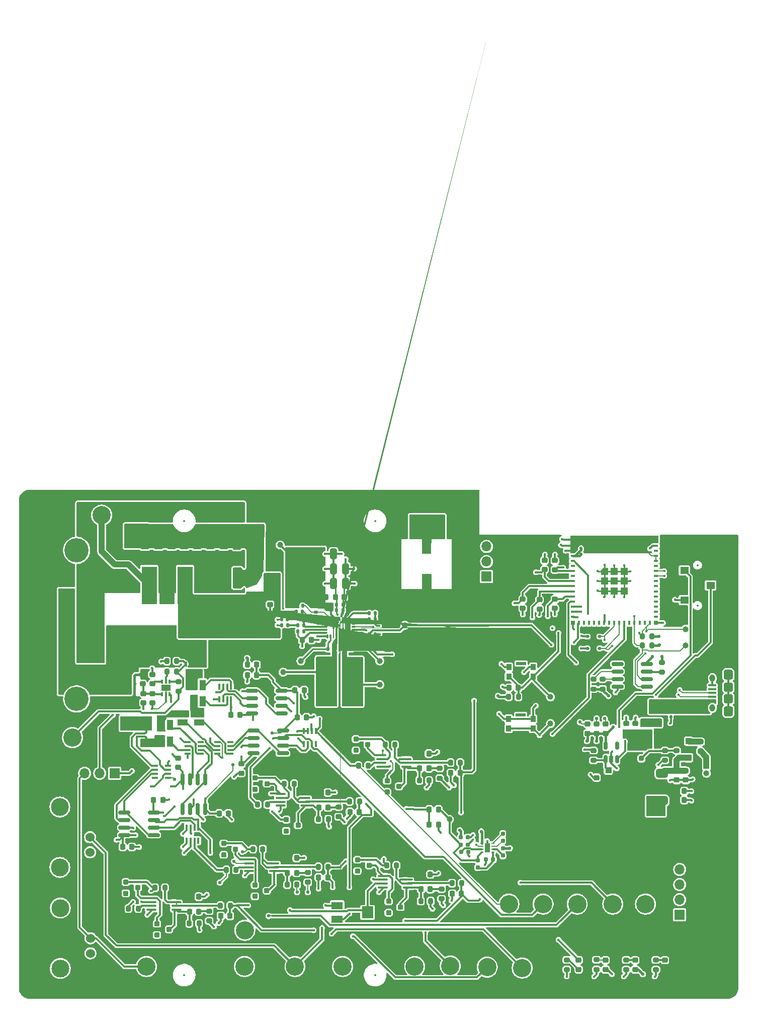
<source format=gbr>
%TF.GenerationSoftware,KiCad,Pcbnew,9.0.0*%
%TF.CreationDate,2025-02-25T12:17:52-05:00*%
%TF.ProjectId,kicad_pulse_supply-rev-C,6b696361-645f-4707-956c-73655f737570,rev?*%
%TF.SameCoordinates,Original*%
%TF.FileFunction,Copper,L1,Top*%
%TF.FilePolarity,Positive*%
%FSLAX46Y46*%
G04 Gerber Fmt 4.6, Leading zero omitted, Abs format (unit mm)*
G04 Created by KiCad (PCBNEW 9.0.0) date 2025-02-25 12:17:52*
%MOMM*%
%LPD*%
G01*
G04 APERTURE LIST*
G04 Aperture macros list*
%AMRoundRect*
0 Rectangle with rounded corners*
0 $1 Rounding radius*
0 $2 $3 $4 $5 $6 $7 $8 $9 X,Y pos of 4 corners*
0 Add a 4 corners polygon primitive as box body*
4,1,4,$2,$3,$4,$5,$6,$7,$8,$9,$2,$3,0*
0 Add four circle primitives for the rounded corners*
1,1,$1+$1,$2,$3*
1,1,$1+$1,$4,$5*
1,1,$1+$1,$6,$7*
1,1,$1+$1,$8,$9*
0 Add four rect primitives between the rounded corners*
20,1,$1+$1,$2,$3,$4,$5,0*
20,1,$1+$1,$4,$5,$6,$7,0*
20,1,$1+$1,$6,$7,$8,$9,0*
20,1,$1+$1,$8,$9,$2,$3,0*%
%AMOutline5P*
0 Free polygon, 5 corners , with rotation*
0 The origin of the aperture is its center*
0 number of corners: always 5*
0 $1 to $10 corner X, Y*
0 $11 Rotation angle, in degrees counterclockwise*
0 create outline with 5 corners*
4,1,5,$1,$2,$3,$4,$5,$6,$7,$8,$9,$10,$1,$2,$11*%
%AMOutline6P*
0 Free polygon, 6 corners , with rotation*
0 The origin of the aperture is its center*
0 number of corners: always 6*
0 $1 to $12 corner X, Y*
0 $13 Rotation angle, in degrees counterclockwise*
0 create outline with 6 corners*
4,1,6,$1,$2,$3,$4,$5,$6,$7,$8,$9,$10,$11,$12,$1,$2,$13*%
%AMOutline7P*
0 Free polygon, 7 corners , with rotation*
0 The origin of the aperture is its center*
0 number of corners: always 7*
0 $1 to $14 corner X, Y*
0 $15 Rotation angle, in degrees counterclockwise*
0 create outline with 7 corners*
4,1,7,$1,$2,$3,$4,$5,$6,$7,$8,$9,$10,$11,$12,$13,$14,$1,$2,$15*%
%AMOutline8P*
0 Free polygon, 8 corners , with rotation*
0 The origin of the aperture is its center*
0 number of corners: always 8*
0 $1 to $16 corner X, Y*
0 $17 Rotation angle, in degrees counterclockwise*
0 create outline with 8 corners*
4,1,8,$1,$2,$3,$4,$5,$6,$7,$8,$9,$10,$11,$12,$13,$14,$15,$16,$1,$2,$17*%
%AMFreePoly0*
4,1,169,0.081581,1.704743,0.083810,1.704000,0.085000,1.704000,0.086581,1.703743,0.088810,1.703000,0.090000,1.703000,0.091581,1.702743,0.094581,1.701743,0.095236,1.701472,0.096920,1.700630,0.099581,1.699743,0.101536,1.698536,0.102964,1.697108,0.104236,1.696472,0.105536,1.695536,0.106964,1.694108,0.108236,1.693472,0.109536,1.692536,0.117536,1.684536,0.118472,1.683236,
0.119108,1.681964,0.120536,1.680536,0.121472,1.679236,0.122108,1.677964,0.123536,1.676536,0.124743,1.674581,0.125630,1.671920,0.126472,1.670236,0.126743,1.669581,0.127743,1.666581,0.128000,1.665000,0.128000,1.663810,0.128743,1.661581,0.129000,1.660000,0.129000,1.658810,0.129743,1.656581,0.130000,1.655000,0.130000,1.180000,0.165000,1.180000,0.168536,1.178536,
0.170000,1.175000,0.170000,-1.175000,0.168536,-1.178536,0.165000,-1.180000,0.130000,-1.180000,0.130000,-1.655000,0.129743,-1.656581,0.129000,-1.658810,0.129000,-1.660000,0.128743,-1.661581,0.128000,-1.663810,0.128000,-1.665000,0.127743,-1.666581,0.126743,-1.669581,0.126472,-1.670236,0.125630,-1.671920,0.124743,-1.674581,0.123536,-1.676536,0.122108,-1.677964,0.121472,-1.679236,
0.120536,-1.680536,0.119108,-1.681964,0.118472,-1.683236,0.117536,-1.684536,0.109536,-1.692536,0.108236,-1.693472,0.106964,-1.694108,0.105536,-1.695536,0.104236,-1.696472,0.102964,-1.697108,0.101536,-1.698536,0.099581,-1.699743,0.096920,-1.700630,0.095236,-1.701472,0.094581,-1.701743,0.091581,-1.702743,0.090000,-1.703000,0.088810,-1.703000,0.086581,-1.703743,0.085000,-1.704000,
0.083810,-1.704000,0.081581,-1.704743,0.080000,-1.705000,-0.080000,-1.705000,-0.081581,-1.704743,-0.083810,-1.704000,-0.085000,-1.704000,-0.086581,-1.703743,-0.088810,-1.703000,-0.090000,-1.703000,-0.091581,-1.702743,-0.094581,-1.701743,-0.095236,-1.701472,-0.096920,-1.700630,-0.099581,-1.699743,-0.101536,-1.698536,-0.102964,-1.697108,-0.104236,-1.696472,-0.105536,-1.695536,-0.106964,-1.694108,
-0.108236,-1.693472,-0.109536,-1.692536,-0.117536,-1.684536,-0.118472,-1.683236,-0.119108,-1.681964,-0.120536,-1.680536,-0.121472,-1.679236,-0.122108,-1.677964,-0.123536,-1.676536,-0.124743,-1.674581,-0.125630,-1.671920,-0.126472,-1.670236,-0.126743,-1.669581,-0.127743,-1.666581,-0.128000,-1.665000,-0.128000,-1.663810,-0.128743,-1.661581,-0.129000,-1.660000,-0.129000,-1.658810,-0.129743,-1.656581,
-0.130000,-1.655000,-0.130000,-1.180000,-0.165000,-1.180000,-0.168536,-1.178536,-0.170000,-1.175000,-0.170000,1.175000,-0.168536,1.178536,-0.165000,1.180000,-0.130000,1.180000,-0.130000,1.655000,-0.129743,1.656581,-0.129000,1.658810,-0.129000,1.660000,-0.128743,1.661581,-0.128000,1.663810,-0.128000,1.665000,-0.127743,1.666581,-0.126743,1.669581,-0.126472,1.670236,-0.125630,1.671920,
-0.124743,1.674581,-0.123536,1.676536,-0.122108,1.677964,-0.121472,1.679236,-0.120536,1.680536,-0.119108,1.681964,-0.118472,1.683236,-0.117536,1.684536,-0.109536,1.692536,-0.108236,1.693472,-0.106964,1.694108,-0.105536,1.695536,-0.104236,1.696472,-0.102964,1.697108,-0.101536,1.698536,-0.099581,1.699743,-0.096920,1.700630,-0.095236,1.701472,-0.094581,1.701743,-0.091581,1.702743,
-0.090000,1.703000,-0.088810,1.703000,-0.086581,1.703743,-0.085000,1.704000,-0.083810,1.704000,-0.081581,1.704743,-0.080000,1.705000,0.080000,1.705000,0.081581,1.704743,0.081581,1.704743,$1*%
G04 Aperture macros list end*
%TA.AperFunction,EtchedComponent*%
%ADD10C,0.300000*%
%TD*%
%TA.AperFunction,EtchedComponent*%
%ADD11C,0.400000*%
%TD*%
%TA.AperFunction,ComponentPad*%
%ADD12R,1.575000X1.575000*%
%TD*%
%TA.AperFunction,ComponentPad*%
%ADD13C,1.575000*%
%TD*%
%TA.AperFunction,ComponentPad*%
%ADD14C,4.066000*%
%TD*%
%TA.AperFunction,HeatsinkPad*%
%ADD15O,1.550000X0.890000*%
%TD*%
%TA.AperFunction,SMDPad,CuDef*%
%ADD16RoundRect,0.250000X0.525000X-0.475000X0.525000X0.475000X-0.525000X0.475000X-0.525000X-0.475000X0*%
%TD*%
%TA.AperFunction,HeatsinkPad*%
%ADD17O,0.950000X1.250000*%
%TD*%
%TA.AperFunction,SMDPad,CuDef*%
%ADD18RoundRect,0.250000X0.525000X-0.500000X0.525000X0.500000X-0.525000X0.500000X-0.525000X-0.500000X0*%
%TD*%
%TA.AperFunction,SMDPad,CuDef*%
%ADD19RoundRect,0.100000X0.575000X-0.100000X0.575000X0.100000X-0.575000X0.100000X-0.575000X-0.100000X0*%
%TD*%
%TA.AperFunction,SMDPad,CuDef*%
%ADD20RoundRect,0.225000X-0.225000X-0.250000X0.225000X-0.250000X0.225000X0.250000X-0.225000X0.250000X0*%
%TD*%
%TA.AperFunction,SMDPad,CuDef*%
%ADD21RoundRect,0.140000X0.140000X0.170000X-0.140000X0.170000X-0.140000X-0.170000X0.140000X-0.170000X0*%
%TD*%
%TA.AperFunction,SMDPad,CuDef*%
%ADD22RoundRect,0.225000X0.250000X-0.225000X0.250000X0.225000X-0.250000X0.225000X-0.250000X-0.225000X0*%
%TD*%
%TA.AperFunction,SMDPad,CuDef*%
%ADD23C,1.000000*%
%TD*%
%TA.AperFunction,SMDPad,CuDef*%
%ADD24RoundRect,0.062500X-0.187500X-0.062500X0.187500X-0.062500X0.187500X0.062500X-0.187500X0.062500X0*%
%TD*%
%TA.AperFunction,SMDPad,CuDef*%
%ADD25R,0.900000X1.600000*%
%TD*%
%TA.AperFunction,SMDPad,CuDef*%
%ADD26RoundRect,0.200000X-0.200000X-0.275000X0.200000X-0.275000X0.200000X0.275000X-0.200000X0.275000X0*%
%TD*%
%TA.AperFunction,SMDPad,CuDef*%
%ADD27RoundRect,0.160000X-0.160000X0.197500X-0.160000X-0.197500X0.160000X-0.197500X0.160000X0.197500X0*%
%TD*%
%TA.AperFunction,SMDPad,CuDef*%
%ADD28RoundRect,0.218750X-0.256250X0.218750X-0.256250X-0.218750X0.256250X-0.218750X0.256250X0.218750X0*%
%TD*%
%TA.AperFunction,SMDPad,CuDef*%
%ADD29RoundRect,0.100000X0.100000X-0.430000X0.100000X0.430000X-0.100000X0.430000X-0.100000X-0.430000X0*%
%TD*%
%TA.AperFunction,SMDPad,CuDef*%
%ADD30RoundRect,0.225000X0.225000X0.250000X-0.225000X0.250000X-0.225000X-0.250000X0.225000X-0.250000X0*%
%TD*%
%TA.AperFunction,SMDPad,CuDef*%
%ADD31RoundRect,0.200000X-0.250000X-0.200000X0.250000X-0.200000X0.250000X0.200000X-0.250000X0.200000X0*%
%TD*%
%TA.AperFunction,ComponentPad*%
%ADD32C,3.048000*%
%TD*%
%TA.AperFunction,SMDPad,CuDef*%
%ADD33RoundRect,0.140000X-0.140000X-0.170000X0.140000X-0.170000X0.140000X0.170000X-0.140000X0.170000X0*%
%TD*%
%TA.AperFunction,SMDPad,CuDef*%
%ADD34RoundRect,0.225000X-0.250000X0.225000X-0.250000X-0.225000X0.250000X-0.225000X0.250000X0.225000X0*%
%TD*%
%TA.AperFunction,SMDPad,CuDef*%
%ADD35RoundRect,0.150000X-0.825000X-0.150000X0.825000X-0.150000X0.825000X0.150000X-0.825000X0.150000X0*%
%TD*%
%TA.AperFunction,SMDPad,CuDef*%
%ADD36R,1.498600X3.810000*%
%TD*%
%TA.AperFunction,SMDPad,CuDef*%
%ADD37C,0.300000*%
%TD*%
%TA.AperFunction,SMDPad,CuDef*%
%ADD38RoundRect,0.200000X0.275000X-0.200000X0.275000X0.200000X-0.275000X0.200000X-0.275000X-0.200000X0*%
%TD*%
%TA.AperFunction,SMDPad,CuDef*%
%ADD39RoundRect,0.135000X0.135000X0.185000X-0.135000X0.185000X-0.135000X-0.185000X0.135000X-0.185000X0*%
%TD*%
%TA.AperFunction,SMDPad,CuDef*%
%ADD40RoundRect,0.249999X0.710001X3.000001X-0.710001X3.000001X-0.710001X-3.000001X0.710001X-3.000001X0*%
%TD*%
%TA.AperFunction,SMDPad,CuDef*%
%ADD41R,0.800000X0.400000*%
%TD*%
%TA.AperFunction,SMDPad,CuDef*%
%ADD42R,0.400000X0.800000*%
%TD*%
%TA.AperFunction,HeatsinkPad*%
%ADD43Outline5P,-0.600000X0.204000X-0.204000X0.600000X0.600000X0.600000X0.600000X-0.600000X-0.600000X-0.600000X0.000000*%
%TD*%
%TA.AperFunction,HeatsinkPad*%
%ADD44R,1.200000X1.200000*%
%TD*%
%TA.AperFunction,SMDPad,CuDef*%
%ADD45R,0.800000X0.800000*%
%TD*%
%TA.AperFunction,SMDPad,CuDef*%
%ADD46RoundRect,0.200000X-0.275000X0.200000X-0.275000X-0.200000X0.275000X-0.200000X0.275000X0.200000X0*%
%TD*%
%TA.AperFunction,SMDPad,CuDef*%
%ADD47RoundRect,0.250000X0.325000X0.650000X-0.325000X0.650000X-0.325000X-0.650000X0.325000X-0.650000X0*%
%TD*%
%TA.AperFunction,SMDPad,CuDef*%
%ADD48RoundRect,0.250000X0.300000X-0.300000X0.300000X0.300000X-0.300000X0.300000X-0.300000X-0.300000X0*%
%TD*%
%TA.AperFunction,SMDPad,CuDef*%
%ADD49R,0.310000X0.850000*%
%TD*%
%TA.AperFunction,SMDPad,CuDef*%
%ADD50R,2.950000X0.654000*%
%TD*%
%TA.AperFunction,SMDPad,CuDef*%
%ADD51R,2.200000X0.850000*%
%TD*%
%TA.AperFunction,SMDPad,CuDef*%
%ADD52RoundRect,0.250000X0.475000X-0.250000X0.475000X0.250000X-0.475000X0.250000X-0.475000X-0.250000X0*%
%TD*%
%TA.AperFunction,ComponentPad*%
%ADD53R,1.700000X1.700000*%
%TD*%
%TA.AperFunction,ComponentPad*%
%ADD54O,1.700000X1.700000*%
%TD*%
%TA.AperFunction,SMDPad,CuDef*%
%ADD55C,0.400000*%
%TD*%
%TA.AperFunction,SMDPad,CuDef*%
%ADD56R,0.900000X1.000000*%
%TD*%
%TA.AperFunction,SMDPad,CuDef*%
%ADD57R,1.700000X0.550000*%
%TD*%
%TA.AperFunction,SMDPad,CuDef*%
%ADD58RoundRect,0.250000X0.550000X-1.500000X0.550000X1.500000X-0.550000X1.500000X-0.550000X-1.500000X0*%
%TD*%
%TA.AperFunction,SMDPad,CuDef*%
%ADD59RoundRect,0.140000X0.170000X-0.140000X0.170000X0.140000X-0.170000X0.140000X-0.170000X-0.140000X0*%
%TD*%
%TA.AperFunction,SMDPad,CuDef*%
%ADD60RoundRect,0.200000X0.200000X0.275000X-0.200000X0.275000X-0.200000X-0.275000X0.200000X-0.275000X0*%
%TD*%
%TA.AperFunction,SMDPad,CuDef*%
%ADD61RoundRect,0.250000X-0.300000X0.300000X-0.300000X-0.300000X0.300000X-0.300000X0.300000X0.300000X0*%
%TD*%
%TA.AperFunction,SMDPad,CuDef*%
%ADD62RoundRect,0.160000X-0.197500X-0.160000X0.197500X-0.160000X0.197500X0.160000X-0.197500X0.160000X0*%
%TD*%
%TA.AperFunction,SMDPad,CuDef*%
%ADD63R,0.320000X0.690000*%
%TD*%
%TA.AperFunction,SMDPad,CuDef*%
%ADD64R,1.600000X1.000000*%
%TD*%
%TA.AperFunction,SMDPad,CuDef*%
%ADD65RoundRect,0.100000X-0.712500X-0.100000X0.712500X-0.100000X0.712500X0.100000X-0.712500X0.100000X0*%
%TD*%
%TA.AperFunction,SMDPad,CuDef*%
%ADD66RoundRect,0.125000X0.125000X-0.125000X0.125000X0.125000X-0.125000X0.125000X-0.125000X-0.125000X0*%
%TD*%
%TA.AperFunction,WasherPad*%
%ADD67C,3.000000*%
%TD*%
%TA.AperFunction,ComponentPad*%
%ADD68C,1.524000*%
%TD*%
%TA.AperFunction,SMDPad,CuDef*%
%ADD69RoundRect,0.250000X-0.325000X-0.650000X0.325000X-0.650000X0.325000X0.650000X-0.325000X0.650000X0*%
%TD*%
%TA.AperFunction,SMDPad,CuDef*%
%ADD70RoundRect,0.155000X-0.212500X-0.155000X0.212500X-0.155000X0.212500X0.155000X-0.212500X0.155000X0*%
%TD*%
%TA.AperFunction,SMDPad,CuDef*%
%ADD71RoundRect,0.135000X-0.135000X-0.185000X0.135000X-0.185000X0.135000X0.185000X-0.135000X0.185000X0*%
%TD*%
%TA.AperFunction,SMDPad,CuDef*%
%ADD72RoundRect,0.112500X0.112500X-0.187500X0.112500X0.187500X-0.112500X0.187500X-0.112500X-0.187500X0*%
%TD*%
%TA.AperFunction,SMDPad,CuDef*%
%ADD73RoundRect,0.100000X0.430000X0.100000X-0.430000X0.100000X-0.430000X-0.100000X0.430000X-0.100000X0*%
%TD*%
%TA.AperFunction,SMDPad,CuDef*%
%ADD74RoundRect,0.218750X0.256250X-0.218750X0.256250X0.218750X-0.256250X0.218750X-0.256250X-0.218750X0*%
%TD*%
%TA.AperFunction,SMDPad,CuDef*%
%ADD75RoundRect,0.375000X0.625000X0.375000X-0.625000X0.375000X-0.625000X-0.375000X0.625000X-0.375000X0*%
%TD*%
%TA.AperFunction,SMDPad,CuDef*%
%ADD76RoundRect,0.500000X0.500000X1.400000X-0.500000X1.400000X-0.500000X-1.400000X0.500000X-1.400000X0*%
%TD*%
%TA.AperFunction,SMDPad,CuDef*%
%ADD77RoundRect,0.100000X-0.430000X-0.100000X0.430000X-0.100000X0.430000X0.100000X-0.430000X0.100000X0*%
%TD*%
%TA.AperFunction,SMDPad,CuDef*%
%ADD78RoundRect,0.112500X-0.187500X-0.112500X0.187500X-0.112500X0.187500X0.112500X-0.187500X0.112500X0*%
%TD*%
%TA.AperFunction,SMDPad,CuDef*%
%ADD79RoundRect,0.012500X0.287500X0.112500X-0.287500X0.112500X-0.287500X-0.112500X0.287500X-0.112500X0*%
%TD*%
%TA.AperFunction,SMDPad,CuDef*%
%ADD80RoundRect,0.032500X0.092500X0.292500X-0.092500X0.292500X-0.092500X-0.292500X0.092500X-0.292500X0*%
%TD*%
%TA.AperFunction,SMDPad,CuDef*%
%ADD81RoundRect,0.030000X0.095000X0.270000X-0.095000X0.270000X-0.095000X-0.270000X0.095000X-0.270000X0*%
%TD*%
%TA.AperFunction,SMDPad,CuDef*%
%ADD82RoundRect,0.125000X0.000010X1.575000X-0.000010X1.575000X-0.000010X-1.575000X0.000010X-1.575000X0*%
%TD*%
%TA.AperFunction,SMDPad,CuDef*%
%ADD83FreePoly0,180.000000*%
%TD*%
%TA.AperFunction,SMDPad,CuDef*%
%ADD84R,2.540000X6.350000*%
%TD*%
%TA.AperFunction,SMDPad,CuDef*%
%ADD85RoundRect,0.150000X-0.150000X0.825000X-0.150000X-0.825000X0.150000X-0.825000X0.150000X0.825000X0*%
%TD*%
%TA.AperFunction,SMDPad,CuDef*%
%ADD86RoundRect,0.160000X0.160000X-0.197500X0.160000X0.197500X-0.160000X0.197500X-0.160000X-0.197500X0*%
%TD*%
%TA.AperFunction,SMDPad,CuDef*%
%ADD87RoundRect,0.250000X0.312500X0.625000X-0.312500X0.625000X-0.312500X-0.625000X0.312500X-0.625000X0*%
%TD*%
%TA.AperFunction,SMDPad,CuDef*%
%ADD88R,1.900000X1.300000*%
%TD*%
%TA.AperFunction,SMDPad,CuDef*%
%ADD89R,1.900000X2.000000*%
%TD*%
%TA.AperFunction,SMDPad,CuDef*%
%ADD90RoundRect,0.250000X0.625000X-0.312500X0.625000X0.312500X-0.625000X0.312500X-0.625000X-0.312500X0*%
%TD*%
%TA.AperFunction,SMDPad,CuDef*%
%ADD91RoundRect,0.155000X-0.155000X0.212500X-0.155000X-0.212500X0.155000X-0.212500X0.155000X0.212500X0*%
%TD*%
%TA.AperFunction,ComponentPad*%
%ADD92R,1.000000X1.000000*%
%TD*%
%TA.AperFunction,ComponentPad*%
%ADD93O,1.000000X1.000000*%
%TD*%
%TA.AperFunction,SMDPad,CuDef*%
%ADD94RoundRect,0.150000X0.150000X-0.512500X0.150000X0.512500X-0.150000X0.512500X-0.150000X-0.512500X0*%
%TD*%
%TA.AperFunction,SMDPad,CuDef*%
%ADD95RoundRect,0.250000X-0.300000X-0.625000X0.300000X-0.625000X0.300000X0.625000X-0.300000X0.625000X0*%
%TD*%
%TA.AperFunction,SMDPad,CuDef*%
%ADD96R,1.400000X1.200000*%
%TD*%
%TA.AperFunction,SMDPad,CuDef*%
%ADD97R,1.100000X1.750000*%
%TD*%
%TA.AperFunction,SMDPad,CuDef*%
%ADD98RoundRect,0.250000X-0.625000X0.300000X-0.625000X-0.300000X0.625000X-0.300000X0.625000X0.300000X0*%
%TD*%
%TA.AperFunction,SMDPad,CuDef*%
%ADD99RoundRect,0.200000X0.200000X-0.250000X0.200000X0.250000X-0.200000X0.250000X-0.200000X-0.250000X0*%
%TD*%
%TA.AperFunction,SMDPad,CuDef*%
%ADD100RoundRect,0.100000X-0.100000X0.430000X-0.100000X-0.430000X0.100000X-0.430000X0.100000X0.430000X0*%
%TD*%
%TA.AperFunction,ViaPad*%
%ADD101C,0.550000*%
%TD*%
%TA.AperFunction,ViaPad*%
%ADD102C,0.450000*%
%TD*%
%TA.AperFunction,Conductor*%
%ADD103C,0.300000*%
%TD*%
%TA.AperFunction,Conductor*%
%ADD104C,0.200000*%
%TD*%
%TA.AperFunction,Conductor*%
%ADD105C,0.400000*%
%TD*%
%TA.AperFunction,Conductor*%
%ADD106C,0.250000*%
%TD*%
%TA.AperFunction,Conductor*%
%ADD107C,1.000000*%
%TD*%
%ADD108C,0.250000*%
%ADD109C,0.150000*%
%ADD110C,0.350000*%
%ADD111O,1.150000X0.500000*%
%ADD112O,0.550000X0.850000*%
G04 APERTURE END LIST*
D10*
%TO.C,NT4*%
X97266000Y-133778000D02*
X98266000Y-133778000D01*
%TO.C,NT2*%
X102466000Y-124978000D02*
X103466000Y-124978000D01*
D11*
%TO.C,NT6*%
X105566000Y-96928000D02*
X105566000Y-96428000D01*
D10*
%TO.C,NT5*%
X80816000Y-140178000D02*
X81816000Y-140178000D01*
%TO.C,NT1*%
X119366000Y-117778000D02*
X120366000Y-117778000D01*
%TO.C,NT3*%
X119866000Y-139378000D02*
X120866000Y-139378000D01*
%TD*%
D12*
%TO.P,J7,1*%
%TO.N,/Switching FET/DUT+*%
X55286000Y-98513000D03*
D13*
%TO.P,J7,2*%
X55286000Y-95743000D03*
%TO.P,J7,3*%
X55286000Y-92973000D03*
%TO.P,J7,4*%
X55286000Y-90203000D03*
%TO.P,J7,5*%
X55286000Y-87433000D03*
%TO.P,J7,6*%
%TO.N,/Switching FET/ DUT-*%
X52446000Y-97128000D03*
%TO.P,J7,7*%
X52446000Y-94358000D03*
%TO.P,J7,8*%
X52446000Y-91588000D03*
%TO.P,J7,9*%
X52446000Y-88818000D03*
D14*
%TO.P,J7,S1,SHIELD*%
%TO.N,GND*%
X53866000Y-80478000D03*
%TO.P,J7,S2,SHIELD__1*%
X53866000Y-105468000D03*
%TD*%
D15*
%TO.P,J1,6,Shield*%
%TO.N,GND*%
X163566000Y-100978000D03*
D16*
X163566000Y-101453000D03*
D17*
X160866000Y-101978000D03*
D18*
X163566000Y-103478000D03*
X163566000Y-105478000D03*
D17*
X160866000Y-106978000D03*
D16*
X163566000Y-107503000D03*
D15*
X163566000Y-107978000D03*
D19*
%TO.P,J1,5,GND*%
X160866000Y-103178000D03*
%TO.P,J1,4,ID*%
%TO.N,unconnected-(J1-ID-Pad4)*%
X160866000Y-103828000D03*
%TO.P,J1,3,D+*%
%TO.N,/ESP32/USB_D+*%
X160866000Y-104478000D03*
%TO.P,J1,2,D-*%
%TO.N,/ESP32/USB_D-*%
X160866000Y-105128000D03*
%TO.P,J1,1,VBUS*%
%TO.N,Net-(D1-A)*%
X160866000Y-105778000D03*
%TD*%
D20*
%TO.P,C64,1*%
%TO.N,/I2C Voltage Supply/VOUT*%
X95841000Y-88328000D03*
%TO.P,C64,2*%
%TO.N,GND*%
X97391000Y-88328000D03*
%TD*%
D21*
%TO.P,C60,1*%
%TO.N,Net-(C60-Pad1)*%
X89351000Y-93078000D03*
%TO.P,C60,2*%
%TO.N,GND*%
X88391000Y-93078000D03*
%TD*%
D22*
%TO.P,C77,1*%
%TO.N,Net-(U6C-V-)*%
X70966000Y-116953000D03*
%TO.P,C77,2*%
%TO.N,GND*%
X70966000Y-115403000D03*
%TD*%
D23*
%TO.P,TP4,1,1*%
%TO.N,/ESP32/BOOT0*%
X133616000Y-109628000D03*
%TD*%
D24*
%TO.P,U16,1,VIN*%
%TO.N,+3V3*%
X122048500Y-129783000D03*
%TO.P,U16,2,GND*%
%TO.N,GND*%
X122048500Y-130283000D03*
%TO.P,U16,3,CPOUT*%
%TO.N,/Current Sensing/CPOUT*%
X122048500Y-130783000D03*
%TO.P,U16,4,VOUT*%
%TO.N,-3V3*%
X122048500Y-131283000D03*
%TO.P,U16,5,VFB*%
%TO.N,/Current Sensing/VFB*%
X123948500Y-131283000D03*
%TO.P,U16,6,EN*%
%TO.N,/Current Sensing/EN*%
X123948500Y-130783000D03*
%TO.P,U16,7,C-*%
%TO.N,/Current Sensing/C-*%
X123948500Y-130283000D03*
%TO.P,U16,8,C+*%
%TO.N,/Current Sensing/C+*%
X123948500Y-129783000D03*
D25*
%TO.P,U16,9,PAD*%
%TO.N,GND*%
X122998500Y-130533000D03*
%TD*%
D20*
%TO.P,C41,1*%
%TO.N,Net-(D16-K)*%
X111841000Y-137478000D03*
%TO.P,C41,2*%
%TO.N,Net-(C41-Pad2)*%
X113391000Y-137478000D03*
%TD*%
D26*
%TO.P,R29,1*%
%TO.N,Net-(D15-A)*%
X106041000Y-133478000D03*
%TO.P,R29,2*%
%TO.N,Net-(U12B--)*%
X107691000Y-133478000D03*
%TD*%
D27*
%TO.P,R52,1*%
%TO.N,+3V3*%
X125616000Y-130630500D03*
%TO.P,R52,2*%
%TO.N,/Current Sensing/EN*%
X125616000Y-131825500D03*
%TD*%
D28*
%TO.P,D6,1,K*%
%TO.N,Net-(D6-K)*%
X152866000Y-149403000D03*
%TO.P,D6,2,A*%
%TO.N,+5V*%
X152866000Y-150978000D03*
%TD*%
D23*
%TO.P,TP3,1,1*%
%TO.N,+5V*%
X154616000Y-125228000D03*
%TD*%
D26*
%TO.P,R35,1*%
%TO.N,Net-(U13B--)*%
X94541000Y-133728000D03*
%TO.P,R35,2*%
%TO.N,Net-(C43-Pad1)*%
X96191000Y-133728000D03*
%TD*%
D29*
%TO.P,RN2,1,RIN1*%
%TO.N,GND*%
X92136000Y-113078000D03*
%TO.P,RN2,2*%
%TO.N,Net-(U7B--)*%
X92786000Y-113078000D03*
%TO.P,RN2,3,RG1*%
%TO.N,CS_5A*%
X93446000Y-113078000D03*
%TO.P,RN2,4,GND/SUB*%
%TO.N,unconnected-(RN2A-GND{slash}SUB-Pad4)*%
X94096000Y-113078000D03*
%TO.P,RN2,5,RG2*%
%TO.N,CS_1A*%
X94096000Y-110878000D03*
%TO.P,RN2,6*%
%TO.N,Net-(U6B--)*%
X93446000Y-110878000D03*
%TO.P,RN2,7,RIN2*%
%TO.N,GND*%
X92786000Y-110878000D03*
%TO.P,RN2,8,GND*%
X92136000Y-110878000D03*
%TD*%
D23*
%TO.P,TP45,1,1*%
%TO.N,TPS_VCAP*%
X81066000Y-94678000D03*
%TD*%
D22*
%TO.P,C14,1*%
%TO.N,+3V3*%
X142866000Y-111253000D03*
%TO.P,C14,2*%
%TO.N,GND*%
X142866000Y-109703000D03*
%TD*%
D26*
%TO.P,R21,1*%
%TO.N,Net-(U10B--)*%
X116791000Y-116178000D03*
%TO.P,R21,2*%
%TO.N,Net-(C34-Pad1)*%
X118441000Y-116178000D03*
%TD*%
D20*
%TO.P,C42,1*%
%TO.N,+5V*%
X89341000Y-132228000D03*
%TO.P,C42,2*%
%TO.N,GND*%
X90891000Y-132228000D03*
%TD*%
D30*
%TO.P,C40,1*%
%TO.N,/Peak Detection/PEAK_OPT*%
X118641000Y-138228000D03*
%TO.P,C40,2*%
%TO.N,GND*%
X117091000Y-138228000D03*
%TD*%
D31*
%TO.P,D15,1,A*%
%TO.N,Net-(D15-A)*%
X101116000Y-132528000D03*
%TO.P,D15,2,NC*%
%TO.N,unconnected-(D15-NC-Pad2)*%
X101116000Y-134428000D03*
%TO.P,D15,3,K*%
%TO.N,Net-(D15-K)*%
X103116000Y-133478000D03*
%TD*%
D32*
%TO.P,TP14,1,1*%
%TO.N,GND*%
X149616000Y-139978000D03*
%TD*%
D26*
%TO.P,R31,1*%
%TO.N,Net-(U12B--)*%
X117041000Y-136478000D03*
%TO.P,R31,2*%
%TO.N,/Peak Detection/PEAK_OPT*%
X118691000Y-136478000D03*
%TD*%
D33*
%TO.P,C56,1*%
%TO.N,/I2C Voltage Supply/SW1*%
X99141000Y-97078000D03*
%TO.P,C56,2*%
%TO.N,/I2C Voltage Supply/BOOT1*%
X100101000Y-97078000D03*
%TD*%
D32*
%TO.P,TP37,1,1*%
%TO.N,Net-(C46-Pad1)*%
X128866000Y-150728000D03*
%TD*%
D30*
%TO.P,FB3,1*%
%TO.N,-3V3*%
X114766000Y-124068000D03*
%TO.P,FB3,2*%
%TO.N,Net-(U6C-V-)*%
X113216000Y-124068000D03*
%TD*%
%TO.P,C43,1*%
%TO.N,Net-(C43-Pad1)*%
X96141000Y-135478000D03*
%TO.P,C43,2*%
%TO.N,GND*%
X94591000Y-135478000D03*
%TD*%
D31*
%TO.P,D16,1,A*%
%TO.N,Net-(D15-K)*%
X106366000Y-139528000D03*
%TO.P,D16,2,NC*%
%TO.N,unconnected-(D16-NC-Pad2)*%
X106366000Y-141428000D03*
%TO.P,D16,3,K*%
%TO.N,Net-(D16-K)*%
X108366000Y-140478000D03*
%TD*%
D34*
%TO.P,C5,1*%
%TO.N,VIN*%
X156366000Y-117565500D03*
%TO.P,C5,2*%
%TO.N,GND*%
X156366000Y-119115500D03*
%TD*%
D35*
%TO.P,U1,1,NC*%
%TO.N,unconnected-(U1-NC-Pad1)*%
X144891000Y-99573000D03*
%TO.P,U1,2,A1*%
%TO.N,Net-(U1-A1)*%
X144891000Y-100843000D03*
%TO.P,U1,3,A2*%
%TO.N,Net-(U1-A2)*%
X144891000Y-102113000D03*
%TO.P,U1,4,VSS*%
%TO.N,GND*%
X144891000Y-103383000D03*
%TO.P,U1,5,SDA*%
%TO.N,SDA*%
X149841000Y-103383000D03*
%TO.P,U1,6,SCL*%
%TO.N,SCL*%
X149841000Y-102113000D03*
%TO.P,U1,7,WP*%
%TO.N,Net-(U1-WP)*%
X149841000Y-100843000D03*
%TO.P,U1,8,VDD*%
%TO.N,+3V3*%
X149841000Y-99573000D03*
%TD*%
D21*
%TO.P,C54,1*%
%TO.N,+5V*%
X99621000Y-89578000D03*
%TO.P,C54,2*%
%TO.N,GND*%
X98661000Y-89578000D03*
%TD*%
D20*
%TO.P,C78,1*%
%TO.N,Net-(U6C-V-)*%
X61616000Y-130378000D03*
%TO.P,C78,2*%
%TO.N,GND*%
X63166000Y-130378000D03*
%TD*%
D26*
%TO.P,R34,1*%
%TO.N,Net-(D17-A)*%
X83541000Y-130728000D03*
%TO.P,R34,2*%
%TO.N,Net-(U13B--)*%
X85191000Y-130728000D03*
%TD*%
D21*
%TO.P,C57,1*%
%TO.N,/I2C Voltage Supply/SW2*%
X97101000Y-97078000D03*
%TO.P,C57,2*%
%TO.N,/I2C Voltage Supply/BOOT2*%
X96141000Y-97078000D03*
%TD*%
D20*
%TO.P,C38,1*%
%TO.N,Net-(D14-K)*%
X94616000Y-123728000D03*
%TO.P,C38,2*%
%TO.N,Net-(C38-Pad2)*%
X96166000Y-123728000D03*
%TD*%
D30*
%TO.P,C46,1*%
%TO.N,Net-(C46-Pad1)*%
X79666000Y-141978000D03*
%TO.P,C46,2*%
%TO.N,GND*%
X78116000Y-141978000D03*
%TD*%
D34*
%TO.P,C10,1*%
%TO.N,ESP_ADC1_CH4*%
X128966000Y-88703000D03*
%TO.P,C10,2*%
%TO.N,GND*%
X128966000Y-90253000D03*
%TD*%
D36*
%TO.P,C50,1*%
%TO.N,+5V*%
X112766000Y-86391600D03*
%TO.P,C50,2*%
%TO.N,GND*%
X112766000Y-79178000D03*
%TD*%
D22*
%TO.P,C13,1*%
%TO.N,+5V*%
X141366000Y-120253000D03*
%TO.P,C13,2*%
%TO.N,GND*%
X141366000Y-118703000D03*
%TD*%
D31*
%TO.P,D19,1,A*%
%TO.N,Net-(D19-A)*%
X62141000Y-136278000D03*
%TO.P,D19,2,NC*%
%TO.N,unconnected-(D19-NC-Pad2)*%
X62141000Y-138178000D03*
%TO.P,D19,3,K*%
%TO.N,Net-(D19-K)*%
X64141000Y-137228000D03*
%TD*%
D26*
%TO.P,R32,1*%
%TO.N,Net-(D16-K)*%
X111791000Y-139478000D03*
%TO.P,R32,2*%
%TO.N,GND*%
X113441000Y-139478000D03*
%TD*%
D22*
%TO.P,C27,1*%
%TO.N,/Switching FET/vref*%
X66616000Y-102903000D03*
%TO.P,C27,2*%
%TO.N,GND*%
X66616000Y-101353000D03*
%TD*%
D33*
%TO.P,C63,1*%
%TO.N,/I2C Voltage Supply/VOUT*%
X96661000Y-89578000D03*
%TO.P,C63,2*%
%TO.N,GND*%
X97621000Y-89578000D03*
%TD*%
D37*
%TO.P,NT4,1,1*%
%TO.N,Net-(C43-Pad1)*%
X97266000Y-133778000D03*
%TO.P,NT4,2,2*%
%TO.N,ESP_ADC1_CH4*%
X98266000Y-133778000D03*
%TD*%
D31*
%TO.P,D20,1,A*%
%TO.N,Net-(D19-K)*%
X67391000Y-143278000D03*
%TO.P,D20,2,NC*%
%TO.N,unconnected-(D20-NC-Pad2)*%
X67391000Y-145178000D03*
%TO.P,D20,3,K*%
%TO.N,Net-(D20-K)*%
X69391000Y-144228000D03*
%TD*%
D30*
%TO.P,C74,1*%
%TO.N,GND*%
X114766000Y-126578000D03*
%TO.P,C74,2*%
%TO.N,Net-(U6C-V-)*%
X113216000Y-126578000D03*
%TD*%
D38*
%TO.P,R4,1*%
%TO.N,+3V3*%
X142366000Y-103803000D03*
%TO.P,R4,2*%
%TO.N,Net-(U1-A2)*%
X142366000Y-102153000D03*
%TD*%
D30*
%TO.P,C37,1*%
%TO.N,Net-(C37-Pad1)*%
X101416000Y-124478000D03*
%TO.P,C37,2*%
%TO.N,GND*%
X99866000Y-124478000D03*
%TD*%
D39*
%TO.P,R47,1*%
%TO.N,Net-(U15-CDC)*%
X92131000Y-94078000D03*
%TO.P,R47,2*%
%TO.N,GNDA*%
X91111000Y-94078000D03*
%TD*%
D30*
%TO.P,C75,1*%
%TO.N,Net-(U6C-V-)*%
X81341000Y-108178000D03*
%TO.P,C75,2*%
%TO.N,GND*%
X79791000Y-108178000D03*
%TD*%
D40*
%TO.P,L1,1,1*%
%TO.N,/I2C Voltage Supply/SW1*%
X100531000Y-102328000D03*
%TO.P,L1,2,2*%
%TO.N,/I2C Voltage Supply/SW2*%
X95711000Y-102328000D03*
%TD*%
D41*
%TO.P,U3,1,GND*%
%TO.N,GND*%
X137366000Y-79728000D03*
%TO.P,U3,2,GND*%
X137366000Y-80578000D03*
%TO.P,U3,3,3V3*%
%TO.N,+3V3*%
X137366000Y-81428000D03*
%TO.P,U3,4,IO0*%
%TO.N,/ESP32/BOOT0*%
X137366000Y-82278000D03*
%TO.P,U3,5,IO1*%
%TO.N,unconnected-(U3-IO1-Pad5)*%
X137366000Y-83128000D03*
%TO.P,U3,6,IO2*%
%TO.N,ESP_ADC1_CH1*%
X137366000Y-83978000D03*
%TO.P,U3,7,IO3*%
%TO.N,unconnected-(U3-IO3-Pad7)*%
X137366000Y-84828000D03*
%TO.P,U3,8,IO4*%
%TO.N,ESP_ADC1_CH3*%
X137366000Y-85678000D03*
%TO.P,U3,9,IO5*%
%TO.N,ESP_ADC1_CH4*%
X137366000Y-86528000D03*
%TO.P,U3,10,IO6*%
%TO.N,ESP_ADC1_CH5*%
X137366000Y-87378000D03*
%TO.P,U3,11,IO7*%
%TO.N,ESP_ADC1_CH6*%
X137366000Y-88228000D03*
%TO.P,U3,12,IO8*%
%TO.N,ESP_GPIO8*%
X137366000Y-89078000D03*
%TO.P,U3,13,IO9*%
%TO.N,ESP_GPIO9*%
X137366000Y-89928000D03*
%TO.P,U3,14,IO10*%
%TO.N,ESP_GPIO10*%
X137366000Y-90778000D03*
%TO.P,U3,15,IO11*%
%TO.N,Net-(D7-A)*%
X137366000Y-91628000D03*
D42*
%TO.P,U3,16,IO12*%
%TO.N,EN{slash}UVLO*%
X138416000Y-92678000D03*
%TO.P,U3,17,IO13*%
%TO.N,unconnected-(U3-IO13-Pad17)*%
X139266000Y-92678000D03*
%TO.P,U3,18,IO14*%
%TO.N,unconnected-(U3-IO14-Pad18)*%
X140116000Y-92678000D03*
%TO.P,U3,19,IO15*%
%TO.N,unconnected-(U3-IO15-Pad19)*%
X140966000Y-92678000D03*
%TO.P,U3,20,IO16*%
%TO.N,unconnected-(U3-IO16-Pad20)*%
X141816000Y-92678000D03*
%TO.P,U3,21,IO17*%
%TO.N,TPS_FAULT_INT*%
X142666000Y-92678000D03*
%TO.P,U3,22,IO18*%
%TO.N,unconnected-(U3-IO18-Pad22)*%
X143516000Y-92678000D03*
%TO.P,U3,23,IO19*%
%TO.N,/ESP32/USB_D-*%
X144366000Y-92678000D03*
%TO.P,U3,24,IO20*%
%TO.N,/ESP32/USB_D+*%
X145216000Y-92678000D03*
%TO.P,U3,25,IO21*%
%TO.N,GATE_DRV*%
X146066000Y-92678000D03*
%TO.P,U3,26,IO26*%
%TO.N,unconnected-(U3-IO26-Pad26)*%
X146916000Y-92678000D03*
%TO.P,U3,27,IO47*%
%TO.N,SDA*%
X147766000Y-92678000D03*
%TO.P,U3,28,IO33*%
%TO.N,unconnected-(U3-IO33-Pad28)*%
X148616000Y-92678000D03*
%TO.P,U3,29,IO34*%
%TO.N,unconnected-(U3-IO34-Pad29)*%
X149466000Y-92678000D03*
%TO.P,U3,30,IO48*%
%TO.N,SCL*%
X150316000Y-92678000D03*
D41*
%TO.P,U3,31,IO35*%
%TO.N,unconnected-(U3-IO35-Pad31)*%
X151366000Y-91628000D03*
%TO.P,U3,32,IO36*%
%TO.N,unconnected-(U3-IO36-Pad32)*%
X151366000Y-90778000D03*
%TO.P,U3,33,IO37*%
%TO.N,unconnected-(U3-IO37-Pad33)*%
X151366000Y-89928000D03*
%TO.P,U3,34,IO38*%
%TO.N,unconnected-(U3-IO38-Pad34)*%
X151366000Y-89078000D03*
%TO.P,U3,35,IO39*%
%TO.N,unconnected-(U3-IO39-Pad35)*%
X151366000Y-88228000D03*
%TO.P,U3,36,IO40*%
%TO.N,unconnected-(U3-IO40-Pad36)*%
X151366000Y-87378000D03*
%TO.P,U3,37,IO41*%
%TO.N,unconnected-(U3-IO41-Pad37)*%
X151366000Y-86528000D03*
%TO.P,U3,38,IO42*%
%TO.N,unconnected-(U3-IO42-Pad38)*%
X151366000Y-85678000D03*
%TO.P,U3,39,TXD0*%
%TO.N,/ESP32/TXD0*%
X151366000Y-84828000D03*
%TO.P,U3,40,RXD0*%
%TO.N,/ESP32/RXD0*%
X151366000Y-83978000D03*
%TO.P,U3,41,IO45*%
%TO.N,unconnected-(U3-IO45-Pad41)*%
X151366000Y-83128000D03*
%TO.P,U3,42,GND*%
%TO.N,GND*%
X151366000Y-82278000D03*
%TO.P,U3,43,GND*%
X151366000Y-81428000D03*
%TO.P,U3,44,IO46*%
%TO.N,unconnected-(U3-IO46-Pad44)*%
X151366000Y-80578000D03*
%TO.P,U3,45,EN*%
%TO.N,/ESP32/RESET*%
X151366000Y-79728000D03*
D42*
%TO.P,U3,46,GND*%
%TO.N,GND*%
X150316000Y-78678000D03*
%TO.P,U3,47,GND*%
X149466000Y-78678000D03*
%TO.P,U3,48,GND*%
X148616000Y-78678000D03*
%TO.P,U3,49,GND*%
X147766000Y-78678000D03*
%TO.P,U3,50,GND*%
X146916000Y-78678000D03*
%TO.P,U3,51,GND*%
X146066000Y-78678000D03*
%TO.P,U3,52,GND*%
X145216000Y-78678000D03*
%TO.P,U3,53,GND*%
X144366000Y-78678000D03*
%TO.P,U3,54,GND*%
X143516000Y-78678000D03*
%TO.P,U3,55,GND*%
X142666000Y-78678000D03*
%TO.P,U3,56,GND*%
X141816000Y-78678000D03*
%TO.P,U3,57,GND*%
X140966000Y-78678000D03*
%TO.P,U3,58,GND*%
X140116000Y-78678000D03*
%TO.P,U3,59,GND*%
X139266000Y-78678000D03*
%TO.P,U3,60,GND*%
X138416000Y-78678000D03*
D43*
%TO.P,U3,61,GND*%
X142716000Y-84028000D03*
D44*
X142716000Y-85678000D03*
X142716000Y-87328000D03*
X144366000Y-84028000D03*
X144366000Y-85678000D03*
X144366000Y-87328000D03*
X146016000Y-84028000D03*
X146016000Y-85678000D03*
X146016000Y-87328000D03*
D45*
%TO.P,U3,62,GND*%
X137366000Y-78678000D03*
%TO.P,U3,63,GND*%
X137366000Y-92678000D03*
%TO.P,U3,64,GND*%
X151366000Y-92678000D03*
%TO.P,U3,65,GND*%
X151366000Y-78678000D03*
%TD*%
D22*
%TO.P,C11,1*%
%TO.N,ESP_ADC1_CH3*%
X132616000Y-83728000D03*
%TO.P,C11,2*%
%TO.N,GND*%
X132616000Y-82178000D03*
%TD*%
D26*
%TO.P,R25,1*%
%TO.N,Net-(D13-A)*%
X88816000Y-119728000D03*
%TO.P,R25,2*%
%TO.N,Net-(U11B--)*%
X90466000Y-119728000D03*
%TD*%
D46*
%TO.P,R38,1*%
%TO.N,Net-(C44-Pad2)*%
X92766000Y-134653000D03*
%TO.P,R38,2*%
%TO.N,GND*%
X92766000Y-136303000D03*
%TD*%
D20*
%TO.P,C45,1*%
%TO.N,+5V*%
X72866000Y-138728000D03*
%TO.P,C45,2*%
%TO.N,GND*%
X74416000Y-138728000D03*
%TD*%
D47*
%TO.P,C51,1*%
%TO.N,+5V*%
X102116000Y-86078000D03*
%TO.P,C51,2*%
%TO.N,GND*%
X99166000Y-86078000D03*
%TD*%
D26*
%TO.P,R8,1*%
%TO.N,SDA*%
X149041000Y-96478000D03*
%TO.P,R8,2*%
%TO.N,+3V3*%
X150691000Y-96478000D03*
%TD*%
D31*
%TO.P,D17,1,A*%
%TO.N,Net-(D17-A)*%
X78616000Y-129778000D03*
%TO.P,D17,2,NC*%
%TO.N,unconnected-(D17-NC-Pad2)*%
X78616000Y-131678000D03*
%TO.P,D17,3,K*%
%TO.N,Net-(D17-K)*%
X80616000Y-130728000D03*
%TD*%
D23*
%TO.P,TP6,1,1*%
%TO.N,SDA*%
X156366000Y-96478000D03*
%TD*%
D47*
%TO.P,C52,1*%
%TO.N,+5V*%
X102116000Y-83578000D03*
%TO.P,C52,2*%
%TO.N,GND*%
X99166000Y-83578000D03*
%TD*%
D48*
%TO.P,D1,1,K*%
%TO.N,Net-(D1-K)*%
X151366000Y-109378000D03*
%TO.P,D1,2,A*%
%TO.N,Net-(D1-A)*%
X151366000Y-106578000D03*
%TD*%
D46*
%TO.P,R33,1*%
%TO.N,Net-(C41-Pad2)*%
X115266000Y-137453000D03*
%TO.P,R33,2*%
%TO.N,GND*%
X115266000Y-139103000D03*
%TD*%
D39*
%TO.P,R50,1*%
%TO.N,/I2C Voltage Supply/ISN*%
X91881000Y-90828000D03*
%TO.P,R50,2*%
%TO.N,TPS_VCAP*%
X90861000Y-90828000D03*
%TD*%
D38*
%TO.P,R5,1*%
%TO.N,+3V3*%
X140866000Y-103803000D03*
%TO.P,R5,2*%
%TO.N,Net-(U1-A1)*%
X140866000Y-102153000D03*
%TD*%
D32*
%TO.P,TP12,1,1*%
%TO.N,/Switching FET/vgate*%
X53166000Y-111978000D03*
%TD*%
D49*
%TO.P,Q2,1,G*%
%TO.N,/Switching FET/vgate*%
X72296000Y-99583000D03*
D50*
%TO.P,Q2,2,S*%
%TO.N,CS_IN*%
X73616000Y-100778000D03*
D51*
%TO.P,Q2,3,D*%
%TO.N,/Switching FET/ DUT-*%
X73991000Y-99583000D03*
%TD*%
D52*
%TO.P,C23,1*%
%TO.N,/Switching FET/DUT+*%
X71966000Y-81728000D03*
%TO.P,C23,2*%
%TO.N,GND*%
X71966000Y-79828000D03*
%TD*%
D20*
%TO.P,C7,1*%
%TO.N,+5V*%
X154591000Y-122478000D03*
%TO.P,C7,2*%
%TO.N,GND*%
X156141000Y-122478000D03*
%TD*%
%TO.P,C33,1*%
%TO.N,+5V*%
X111591000Y-114678000D03*
%TO.P,C33,2*%
%TO.N,GND*%
X113141000Y-114678000D03*
%TD*%
D37*
%TO.P,NT2,1,1*%
%TO.N,Net-(C37-Pad1)*%
X102466000Y-124978000D03*
%TO.P,NT2,2,2*%
%TO.N,ESP_ADC1_CH3*%
X103466000Y-124978000D03*
%TD*%
D20*
%TO.P,C29,1*%
%TO.N,Net-(U6C-V+)*%
X90991000Y-108578000D03*
%TO.P,C29,2*%
%TO.N,GND*%
X92541000Y-108578000D03*
%TD*%
D53*
%TO.P,J4,1,Pin_1*%
%TO.N,ESP_GPIO8*%
X155366000Y-141778000D03*
D54*
%TO.P,J4,2,Pin_2*%
%TO.N,ESP_GPIO9*%
X155366000Y-139238000D03*
%TO.P,J4,3,Pin_3*%
%TO.N,ESP_GPIO10*%
X155366000Y-136698000D03*
%TO.P,J4,4,Pin_4*%
%TO.N,GND*%
X155366000Y-134158000D03*
%TD*%
D31*
%TO.P,D18,1,A*%
%TO.N,Net-(D17-K)*%
X83866000Y-136778000D03*
%TO.P,D18,2,NC*%
%TO.N,unconnected-(D18-NC-Pad2)*%
X83866000Y-138678000D03*
%TO.P,D18,3,K*%
%TO.N,Net-(D18-K)*%
X85866000Y-137728000D03*
%TD*%
D55*
%TO.P,NT6,1,1*%
%TO.N,GNDA*%
X105566000Y-96928000D03*
%TO.P,NT6,2,2*%
%TO.N,GND*%
X105566000Y-96428000D03*
%TD*%
D56*
%TO.P,SW2,1,1*%
%TO.N,GND*%
X126566000Y-108828000D03*
X130666000Y-108828000D03*
%TO.P,SW2,2,2*%
%TO.N,/ESP32/BOOT0*%
X126566000Y-110428000D03*
X130666000Y-110428000D03*
D57*
%TO.P,SW2,SH*%
%TO.N,N/C*%
X128616000Y-108203000D03*
%TD*%
D52*
%TO.P,C21,1*%
%TO.N,/Switching FET/DUT+*%
X65366000Y-81728000D03*
%TO.P,C21,2*%
%TO.N,GND*%
X65366000Y-79828000D03*
%TD*%
D58*
%TO.P,C69,1*%
%TO.N,TPS_VCAP*%
X80916000Y-90528000D03*
%TO.P,C69,2*%
%TO.N,GND*%
X80916000Y-85128000D03*
%TD*%
D26*
%TO.P,R40,1*%
%TO.N,Net-(U14B--)*%
X78066000Y-140228000D03*
%TO.P,R40,2*%
%TO.N,Net-(C46-Pad1)*%
X79716000Y-140228000D03*
%TD*%
D52*
%TO.P,C24,1*%
%TO.N,/Switching FET/DUT+*%
X80866000Y-81778000D03*
%TO.P,C24,2*%
%TO.N,GND*%
X80866000Y-79878000D03*
%TD*%
D59*
%TO.P,C61,1*%
%TO.N,/I2C Voltage Supply/ISN*%
X94121000Y-91808000D03*
%TO.P,C61,2*%
%TO.N,/I2C Voltage Supply/ISP*%
X94121000Y-90848000D03*
%TD*%
D60*
%TO.P,R15,1*%
%TO.N,/Switching FET/vgate*%
X70691000Y-99128000D03*
%TO.P,R15,2*%
%TO.N,GND*%
X69041000Y-99128000D03*
%TD*%
D61*
%TO.P,D8,1,K*%
%TO.N,Net-(D8-K)*%
X143366000Y-117478000D03*
%TO.P,D8,2,A*%
%TO.N,+5V*%
X143366000Y-120278000D03*
%TD*%
D56*
%TO.P,SW1,1,1*%
%TO.N,GND*%
X126616000Y-100128000D03*
X130716000Y-100128000D03*
%TO.P,SW1,2,2*%
%TO.N,/ESP32/RESET*%
X126616000Y-101728000D03*
X130716000Y-101728000D03*
D57*
%TO.P,SW1,SH*%
%TO.N,N/C*%
X128666000Y-99503000D03*
%TD*%
D62*
%TO.P,R54,1*%
%TO.N,GND*%
X122768500Y-132478000D03*
%TO.P,R54,2*%
%TO.N,/Current Sensing/VFB*%
X123963500Y-132478000D03*
%TD*%
D20*
%TO.P,C35,1*%
%TO.N,Net-(D12-K)*%
X111591000Y-117178000D03*
%TO.P,C35,2*%
%TO.N,Net-(C35-Pad2)*%
X113141000Y-117178000D03*
%TD*%
D32*
%TO.P,TP28,1,1*%
%TO.N,CS_10A*%
X138116000Y-139978000D03*
%TD*%
D38*
%TO.P,R12,1*%
%TO.N,GND*%
X146366000Y-151015500D03*
%TO.P,R12,2*%
%TO.N,Net-(D9-K)*%
X146366000Y-149365500D03*
%TD*%
D23*
%TO.P,TP40,1,1*%
%TO.N,/I2C Voltage Supply/SW2*%
X88616000Y-100978000D03*
%TD*%
D46*
%TO.P,R44,1*%
%TO.N,Net-(D21-K)*%
X136366000Y-149353000D03*
%TO.P,R44,2*%
%TO.N,GND*%
X136366000Y-151003000D03*
%TD*%
D21*
%TO.P,C59,1*%
%TO.N,/I2C Voltage Supply/COMP*%
X89331000Y-92078000D03*
%TO.P,C59,2*%
%TO.N,GND*%
X88371000Y-92078000D03*
%TD*%
D34*
%TO.P,C76,1*%
%TO.N,Net-(U6C-V-)*%
X81566000Y-116403000D03*
%TO.P,C76,2*%
%TO.N,GND*%
X81566000Y-117953000D03*
%TD*%
D63*
%TO.P,U5,1,VDD*%
%TO.N,Net-(U5-VDD)*%
X68216000Y-104648000D03*
%TO.P,U5,2,IN-*%
%TO.N,GND*%
X68866000Y-104648000D03*
%TO.P,U5,3,IN+*%
%TO.N,/Switching FET/in+*%
X69516000Y-104648000D03*
%TO.P,U5,4,OUTL*%
%TO.N,/Switching FET/OUTL*%
X69516000Y-102608000D03*
%TO.P,U5,5,OUTH*%
%TO.N,/Switching FET/OUTH*%
X68866000Y-102608000D03*
%TO.P,U5,6,VREF*%
%TO.N,/Switching FET/vref*%
X68216000Y-102608000D03*
D64*
%TO.P,U5,7,GND_PAD*%
%TO.N,GND*%
X68866000Y-103628000D03*
%TD*%
D26*
%TO.P,R42,1*%
%TO.N,Net-(D20-K)*%
X72816000Y-143228000D03*
%TO.P,R42,2*%
%TO.N,GND*%
X74466000Y-143228000D03*
%TD*%
D65*
%TO.P,U11,1*%
%TO.N,Net-(D13-K)*%
X88166000Y-121478000D03*
%TO.P,U11,2,-*%
%TO.N,Net-(D13-A)*%
X88166000Y-122128000D03*
%TO.P,U11,3,+*%
%TO.N,Net-(U11A-+)*%
X88166000Y-122778000D03*
%TO.P,U11,4,V-*%
%TO.N,GND*%
X88166000Y-123428000D03*
%TO.P,U11,5,+*%
%TO.N,Net-(D14-K)*%
X92391000Y-123428000D03*
%TO.P,U11,6,-*%
%TO.N,Net-(U11B--)*%
X92391000Y-122778000D03*
%TO.P,U11,7*%
X92391000Y-122128000D03*
%TO.P,U11,8,V+*%
%TO.N,+5V*%
X92391000Y-121478000D03*
%TD*%
D32*
%TO.P,TP22,1,1*%
%TO.N,CS_5A*%
X132366000Y-139978000D03*
%TD*%
D66*
%TO.P,D10,1,K*%
%TO.N,/Switching FET/DUT+*%
X62866000Y-81478000D03*
%TO.P,D10,2,A*%
%TO.N,GND*%
X62866000Y-79278000D03*
%TD*%
D67*
%TO.P,J6,*%
%TO.N,*%
X51036000Y-123648000D03*
X51036000Y-133808000D03*
D68*
%TO.P,J6,1,In*%
%TO.N,Net-(J6-In)*%
X56116000Y-128728000D03*
%TO.P,J6,2,Ext*%
%TO.N,GND*%
X56116000Y-131268000D03*
%TD*%
D67*
%TO.P,J5,*%
%TO.N,*%
X51116000Y-140648000D03*
X51116000Y-150808000D03*
D68*
%TO.P,J5,1,In*%
%TO.N,/Switching FET/sig_ext*%
X56196000Y-145728000D03*
%TO.P,J5,2,Ext*%
%TO.N,GND*%
X56196000Y-148268000D03*
%TD*%
D46*
%TO.P,R30,1*%
%TO.N,Net-(C38-Pad2)*%
X97966000Y-123653000D03*
%TO.P,R30,2*%
%TO.N,GND*%
X97966000Y-125303000D03*
%TD*%
D48*
%TO.P,D5,1,K*%
%TO.N,VIN*%
X156866000Y-115378000D03*
%TO.P,D5,2,A*%
%TO.N,Net-(D5-A)*%
X156866000Y-112578000D03*
%TD*%
D69*
%TO.P,C66,1*%
%TO.N,/I2C Voltage Supply/VOUT*%
X94166000Y-83578000D03*
%TO.P,C66,2*%
%TO.N,GND*%
X97116000Y-83578000D03*
%TD*%
D23*
%TO.P,TP1,1,1*%
%TO.N,/ESP32/RESET*%
X133616000Y-105128000D03*
%TD*%
D70*
%TO.P,C72,1*%
%TO.N,-3V3*%
X118548500Y-129978000D03*
%TO.P,C72,2*%
%TO.N,GND*%
X119683500Y-129978000D03*
%TD*%
D38*
%TO.P,R7,1*%
%TO.N,GND*%
X151366000Y-151015500D03*
%TO.P,R7,2*%
%TO.N,Net-(D6-K)*%
X151366000Y-149365500D03*
%TD*%
D32*
%TO.P,TP13,1,1*%
%TO.N,/Switching FET/sig_ext*%
X65616000Y-150478000D03*
%TD*%
D37*
%TO.P,NT5,1,1*%
%TO.N,Net-(C46-Pad1)*%
X80816000Y-140178000D03*
%TO.P,NT5,2,2*%
%TO.N,ESP_ADC1_CH5*%
X81816000Y-140178000D03*
%TD*%
D71*
%TO.P,R45,1*%
%TO.N,EN{slash}UVLO*%
X103111000Y-94578000D03*
%TO.P,R45,2*%
%TO.N,GND*%
X104131000Y-94578000D03*
%TD*%
D72*
%TO.P,D4,1,A1*%
%TO.N,GND*%
X153866000Y-108528000D03*
%TO.P,D4,2,A2*%
%TO.N,Net-(D1-A)*%
X153866000Y-106428000D03*
%TD*%
D23*
%TO.P,TP41,1,1*%
%TO.N,EN{slash}UVLO*%
X109121000Y-93078000D03*
%TD*%
D29*
%TO.P,RN6,1,RIN1*%
%TO.N,GND*%
X72386000Y-129328000D03*
%TO.P,RN6,2*%
%TO.N,Net-(U8B--)*%
X73036000Y-129328000D03*
%TO.P,RN6,3,RG1*%
%TO.N,CS_10A*%
X73696000Y-129328000D03*
%TO.P,RN6,4,GND/SUB*%
%TO.N,unconnected-(RN6A-GND{slash}SUB-Pad4)*%
X74346000Y-129328000D03*
%TO.P,RN6,5,RG2*%
%TO.N,CS_20A*%
X74346000Y-127128000D03*
%TO.P,RN6,6*%
%TO.N,Net-(U9B--)*%
X73696000Y-127128000D03*
%TO.P,RN6,7,RIN2*%
%TO.N,GND*%
X73036000Y-127128000D03*
%TO.P,RN6,8,GND*%
X72386000Y-127128000D03*
%TD*%
D33*
%TO.P,C62,1*%
%TO.N,/I2C Voltage Supply/VOUT*%
X96661000Y-90578000D03*
%TO.P,C62,2*%
%TO.N,GND*%
X97621000Y-90578000D03*
%TD*%
D73*
%TO.P,RN3,1,RIN1*%
%TO.N,Net-(RN3A-RIN1)*%
X79716000Y-114708000D03*
%TO.P,RN3,2*%
%TO.N,Net-(U7A--)*%
X79716000Y-114058000D03*
%TO.P,RN3,3,RG1*%
%TO.N,Net-(RN3A-RG1)*%
X79716000Y-113398000D03*
%TO.P,RN3,4,GND/SUB*%
%TO.N,unconnected-(RN3A-GND{slash}SUB-Pad4)*%
X79716000Y-112748000D03*
%TO.P,RN3,5,RG2*%
%TO.N,GND*%
X77516000Y-112748000D03*
%TO.P,RN3,6*%
%TO.N,Net-(U7A-+)*%
X77516000Y-113398000D03*
%TO.P,RN3,7,RIN2*%
%TO.N,Net-(RN3B-RIN2)*%
X77516000Y-114058000D03*
%TO.P,RN3,8,GND*%
%TO.N,GND*%
X77516000Y-114708000D03*
%TD*%
D23*
%TO.P,TP46,1,1*%
%TO.N,-3V3*%
X116616000Y-125728000D03*
%TD*%
D39*
%TO.P,R49,1*%
%TO.N,/I2C Voltage Supply/ISP*%
X91891000Y-89828000D03*
%TO.P,R49,2*%
%TO.N,/I2C Voltage Supply/VOUT*%
X90871000Y-89828000D03*
%TD*%
D32*
%TO.P,TP30,1,1*%
%TO.N,CS_20A*%
X144116000Y-139978000D03*
%TD*%
D35*
%TO.P,U9,1*%
%TO.N,Net-(RN5A-RG1)*%
X61891000Y-124573000D03*
%TO.P,U9,2,-*%
%TO.N,Net-(U9A--)*%
X61891000Y-125843000D03*
%TO.P,U9,3,+*%
%TO.N,Net-(U9A-+)*%
X61891000Y-127113000D03*
%TO.P,U9,4,V-*%
%TO.N,Net-(U6C-V-)*%
X61891000Y-128383000D03*
%TO.P,U9,5,+*%
%TO.N,Net-(RN5A-RG1)*%
X66841000Y-128383000D03*
%TO.P,U9,6,-*%
%TO.N,Net-(U9B--)*%
X66841000Y-127113000D03*
%TO.P,U9,7*%
%TO.N,CS_20A*%
X66841000Y-125843000D03*
%TO.P,U9,8,V+*%
%TO.N,Net-(U6C-V+)*%
X66841000Y-124573000D03*
%TD*%
D74*
%TO.P,D21,1,K*%
%TO.N,Net-(D21-K)*%
X138366000Y-150965500D03*
%TO.P,D21,2,A*%
%TO.N,/I2C Voltage Supply/VCC*%
X138366000Y-149390500D03*
%TD*%
D75*
%TO.P,U2,1,GND*%
%TO.N,GND*%
X152366000Y-122578000D03*
%TO.P,U2,2,VO*%
%TO.N,+5V*%
X152366000Y-120278000D03*
D76*
X146066000Y-120278000D03*
D75*
%TO.P,U2,3,VI*%
%TO.N,VIN*%
X152366000Y-117978000D03*
%TD*%
D46*
%TO.P,R6,1*%
%TO.N,+3V3*%
X152366000Y-99328000D03*
%TO.P,R6,2*%
%TO.N,Net-(U1-WP)*%
X152366000Y-100978000D03*
%TD*%
D32*
%TO.P,TP9,1,1*%
%TO.N,GND*%
X98616000Y-150478000D03*
%TD*%
D22*
%TO.P,C12,1*%
%TO.N,ESP_ADC1_CH1*%
X134366000Y-83753000D03*
%TO.P,C12,2*%
%TO.N,GND*%
X134366000Y-82203000D03*
%TD*%
D20*
%TO.P,C44,1*%
%TO.N,Net-(D18-K)*%
X89341000Y-134728000D03*
%TO.P,C44,2*%
%TO.N,Net-(C44-Pad2)*%
X90891000Y-134728000D03*
%TD*%
D69*
%TO.P,C67,1*%
%TO.N,/I2C Voltage Supply/VOUT*%
X94146000Y-81078000D03*
%TO.P,C67,2*%
%TO.N,GND*%
X97096000Y-81078000D03*
%TD*%
D77*
%TO.P,RN5,1,RIN1*%
%TO.N,GND*%
X67016000Y-116748000D03*
%TO.P,RN5,2*%
%TO.N,Net-(U9A--)*%
X67016000Y-117398000D03*
%TO.P,RN5,3,RG1*%
%TO.N,Net-(RN5A-RG1)*%
X67016000Y-118058000D03*
%TO.P,RN5,4,GND/SUB*%
%TO.N,unconnected-(RN5A-GND{slash}SUB-Pad4)*%
X67016000Y-118708000D03*
%TO.P,RN5,5,RG2*%
%TO.N,GND*%
X69216000Y-118708000D03*
%TO.P,RN5,6*%
%TO.N,Net-(U9A-+)*%
X69216000Y-118058000D03*
%TO.P,RN5,7,RIN2*%
%TO.N,Net-(RN5B-RIN2)*%
X69216000Y-117398000D03*
%TO.P,RN5,8,GND*%
%TO.N,GND*%
X69216000Y-116748000D03*
%TD*%
D20*
%TO.P,C31,1*%
%TO.N,Net-(U6C-V+)*%
X66816000Y-122478000D03*
%TO.P,C31,2*%
%TO.N,GND*%
X68366000Y-122478000D03*
%TD*%
D37*
%TO.P,NT1,1,1*%
%TO.N,Net-(C34-Pad1)*%
X119366000Y-117778000D03*
%TO.P,NT1,2,2*%
%TO.N,ESP_ADC1_CH1*%
X120366000Y-117778000D03*
%TD*%
D78*
%TO.P,D3,1,A1*%
%TO.N,GND*%
X139816000Y-96978000D03*
%TO.P,D3,2,A2*%
%TO.N,/ESP32/USB_D+*%
X141916000Y-96978000D03*
%TD*%
D22*
%TO.P,C15,1*%
%TO.N,+3V3*%
X141366000Y-111253000D03*
%TO.P,C15,2*%
%TO.N,GND*%
X141366000Y-109703000D03*
%TD*%
D23*
%TO.P,TP38,1,1*%
%TO.N,/I2C Voltage Supply/BOOT1*%
X104871000Y-99078000D03*
%TD*%
D38*
%TO.P,R10,1*%
%TO.N,Net-(D8-K)*%
X140866000Y-115803000D03*
%TO.P,R10,2*%
%TO.N,Net-(R10-Pad2)*%
X140866000Y-114153000D03*
%TD*%
D70*
%TO.P,C70,1*%
%TO.N,+3V3*%
X118548500Y-128728000D03*
%TO.P,C70,2*%
%TO.N,GND*%
X119683500Y-128728000D03*
%TD*%
D20*
%TO.P,C47,1*%
%TO.N,Net-(D20-K)*%
X72866000Y-141228000D03*
%TO.P,C47,2*%
%TO.N,Net-(C47-Pad2)*%
X74416000Y-141228000D03*
%TD*%
D79*
%TO.P,U15,1,EN/UVLO*%
%TO.N,EN{slash}UVLO*%
X100521000Y-94328000D03*
%TO.P,U15,2,MODE*%
%TO.N,/I2C Voltage Supply/VCC*%
X100521000Y-93828000D03*
%TO.P,U15,3,PG*%
%TO.N,SDA*%
X100521000Y-93328000D03*
%TO.P,U15,4,~{CC}*%
%TO.N,SCL*%
X100521000Y-92828000D03*
D80*
%TO.P,U15,5,DITH/SYNC*%
%TO.N,Net-(U15-DITH{slash}SYNC)*%
X100161000Y-92203000D03*
D81*
%TO.P,U15,6,FSW*%
%TO.N,Net-(U15-FSW)*%
X99661000Y-92178000D03*
D82*
%TO.P,U15,7,VIN*%
%TO.N,+5V*%
X99161000Y-93578000D03*
%TO.P,U15,8,SW1*%
%TO.N,/I2C Voltage Supply/SW1*%
X98661000Y-93578000D03*
D83*
%TO.P,U15,9,PGND*%
%TO.N,GND*%
X98121000Y-93578000D03*
D82*
%TO.P,U15,10,SW2*%
%TO.N,/I2C Voltage Supply/SW2*%
X97581000Y-93578000D03*
%TO.P,U15,11,VOUT*%
%TO.N,/I2C Voltage Supply/VOUT*%
X97081000Y-93578000D03*
D81*
%TO.P,U15,12,ISP*%
%TO.N,/I2C Voltage Supply/ISP*%
X96581000Y-92178000D03*
D80*
%TO.P,U15,13,ISN*%
%TO.N,/I2C Voltage Supply/ISN*%
X96081000Y-92203000D03*
D79*
%TO.P,U15,14,FB*%
%TO.N,TPS_FAULT_INT*%
X95721000Y-92828000D03*
%TO.P,U15,15,COMP*%
%TO.N,/I2C Voltage Supply/COMP*%
X95721000Y-93328000D03*
%TO.P,U15,16,CDC*%
%TO.N,Net-(U15-CDC)*%
X95721000Y-93828000D03*
%TO.P,U15,17,AGND*%
%TO.N,GNDA*%
X95721000Y-94328000D03*
D80*
%TO.P,U15,18,VCC*%
%TO.N,/I2C Voltage Supply/VCC*%
X96081000Y-94953000D03*
D81*
%TO.P,U15,19,BOOT2*%
%TO.N,/I2C Voltage Supply/BOOT2*%
X96581000Y-94978000D03*
%TO.P,U15,20,BOOT1*%
%TO.N,/I2C Voltage Supply/BOOT1*%
X99661000Y-94978000D03*
D80*
%TO.P,U15,21,EXTVCC*%
%TO.N,Net-(U15-EXTVCC)*%
X100161000Y-94953000D03*
%TD*%
D84*
%TO.P,JP1,1,A*%
%TO.N,TPS_VCAP*%
X72116000Y-86378000D03*
%TO.P,JP1,2,C*%
%TO.N,/Switching FET/DUT+*%
X69093400Y-86378000D03*
%TO.P,JP1,3,B*%
%TO.N,Net-(JP1-B)*%
X66070800Y-86378000D03*
%TD*%
D34*
%TO.P,C68,1*%
%TO.N,TPS_VCAP*%
X86416000Y-88053000D03*
%TO.P,C68,2*%
%TO.N,GND*%
X86416000Y-89603000D03*
%TD*%
D26*
%TO.P,R26,1*%
%TO.N,Net-(U11B--)*%
X99816000Y-122728000D03*
%TO.P,R26,2*%
%TO.N,Net-(C37-Pad1)*%
X101466000Y-122728000D03*
%TD*%
D85*
%TO.P,U8,1*%
%TO.N,Net-(RN4A-RG1)*%
X75521000Y-119003000D03*
%TO.P,U8,2,-*%
%TO.N,Net-(U8A--)*%
X74251000Y-119003000D03*
%TO.P,U8,3,+*%
%TO.N,Net-(U8A-+)*%
X72981000Y-119003000D03*
%TO.P,U8,4,V-*%
%TO.N,Net-(U6C-V-)*%
X71711000Y-119003000D03*
%TO.P,U8,5,+*%
%TO.N,Net-(RN4A-RG1)*%
X71711000Y-123953000D03*
%TO.P,U8,6,-*%
%TO.N,Net-(U8B--)*%
X72981000Y-123953000D03*
%TO.P,U8,7*%
%TO.N,CS_10A*%
X74251000Y-123953000D03*
%TO.P,U8,8,V+*%
%TO.N,Net-(U6C-V+)*%
X75521000Y-123953000D03*
%TD*%
D23*
%TO.P,TP39,1,1*%
%TO.N,/I2C Voltage Supply/SW1*%
X104871000Y-103078000D03*
%TD*%
D38*
%TO.P,R11,1*%
%TO.N,GND*%
X141366000Y-150978000D03*
%TO.P,R11,2*%
%TO.N,Net-(D7-K)*%
X141366000Y-149328000D03*
%TD*%
D46*
%TO.P,R3,1*%
%TO.N,Net-(Q1-G)*%
X152866000Y-114153000D03*
%TO.P,R3,2*%
%TO.N,GND*%
X152866000Y-115803000D03*
%TD*%
D86*
%TO.P,R53,1*%
%TO.N,/Current Sensing/VFB*%
X121366000Y-133825500D03*
%TO.P,R53,2*%
%TO.N,-3V3*%
X121366000Y-132630500D03*
%TD*%
D31*
%TO.P,D12,1,A*%
%TO.N,Net-(D11-K)*%
X106116000Y-119228000D03*
%TO.P,D12,2,NC*%
%TO.N,unconnected-(D12-NC-Pad2)*%
X106116000Y-121128000D03*
%TO.P,D12,3,K*%
%TO.N,Net-(D12-K)*%
X108116000Y-120178000D03*
%TD*%
D87*
%TO.P,R51,1*%
%TO.N,/I2C Voltage Supply/VOUT*%
X89583500Y-85578000D03*
%TO.P,R51,2*%
%TO.N,TPS_VCAP*%
X86658500Y-85578000D03*
%TD*%
D31*
%TO.P,D13,1,A*%
%TO.N,Net-(D13-A)*%
X83891000Y-118778000D03*
%TO.P,D13,2,NC*%
%TO.N,unconnected-(D13-NC-Pad2)*%
X83891000Y-120678000D03*
%TO.P,D13,3,K*%
%TO.N,Net-(D13-K)*%
X85891000Y-119728000D03*
%TD*%
D35*
%TO.P,U7,1*%
%TO.N,Net-(RN3A-RG1)*%
X83641000Y-110823000D03*
%TO.P,U7,2,-*%
%TO.N,Net-(U7A--)*%
X83641000Y-112093000D03*
%TO.P,U7,3,+*%
%TO.N,Net-(U7A-+)*%
X83641000Y-113363000D03*
%TO.P,U7,4,V-*%
%TO.N,Net-(U6C-V-)*%
X83641000Y-114633000D03*
%TO.P,U7,5,+*%
%TO.N,Net-(RN3A-RG1)*%
X88591000Y-114633000D03*
%TO.P,U7,6,-*%
%TO.N,Net-(U7B--)*%
X88591000Y-113363000D03*
%TO.P,U7,7*%
%TO.N,CS_5A*%
X88591000Y-112093000D03*
%TO.P,U7,8,V+*%
%TO.N,Net-(U6C-V+)*%
X88591000Y-110823000D03*
%TD*%
D30*
%TO.P,C53,1*%
%TO.N,+5V*%
X100416000Y-88328000D03*
%TO.P,C53,2*%
%TO.N,GND*%
X98866000Y-88328000D03*
%TD*%
D35*
%TO.P,U6,1*%
%TO.N,Net-(RN1A-RG1)*%
X83391000Y-104073000D03*
%TO.P,U6,2,-*%
%TO.N,Net-(U6A--)*%
X83391000Y-105343000D03*
%TO.P,U6,3,+*%
%TO.N,Net-(U6A-+)*%
X83391000Y-106613000D03*
%TO.P,U6,4,V-*%
%TO.N,Net-(U6C-V-)*%
X83391000Y-107883000D03*
%TO.P,U6,5,+*%
%TO.N,Net-(RN1A-RG1)*%
X88341000Y-107883000D03*
%TO.P,U6,6,-*%
%TO.N,Net-(U6B--)*%
X88341000Y-106613000D03*
%TO.P,U6,7*%
%TO.N,CS_1A*%
X88341000Y-105343000D03*
%TO.P,U6,8,V+*%
%TO.N,Net-(U6C-V+)*%
X88341000Y-104073000D03*
%TD*%
D52*
%TO.P,C19,1*%
%TO.N,/Switching FET/DUT+*%
X69866000Y-81728000D03*
%TO.P,C19,2*%
%TO.N,GND*%
X69866000Y-79828000D03*
%TD*%
D20*
%TO.P,C36,1*%
%TO.N,+5V*%
X94616000Y-121228000D03*
%TO.P,C36,2*%
%TO.N,GND*%
X96166000Y-121228000D03*
%TD*%
D46*
%TO.P,R24,1*%
%TO.N,Net-(C35-Pad2)*%
X114966000Y-117153000D03*
%TO.P,R24,2*%
%TO.N,GND*%
X114966000Y-118803000D03*
%TD*%
D88*
%TO.P,RV1,1,1*%
%TO.N,Net-(J6-In)*%
X97716000Y-140228000D03*
D89*
%TO.P,RV1,2,2*%
%TO.N,Net-(U12A-+)*%
X102816000Y-141378000D03*
D88*
%TO.P,RV1,3,3*%
%TO.N,GND*%
X97716000Y-142528000D03*
%TD*%
D53*
%TO.P,JP2,1,A*%
%TO.N,GATE_DRV*%
X60291000Y-117978000D03*
D54*
%TO.P,JP2,2,C*%
%TO.N,/Switching FET/in+*%
X57751000Y-117978000D03*
%TO.P,JP2,3,B*%
%TO.N,/Switching FET/sig_ext*%
X55211000Y-117978000D03*
%TD*%
D34*
%TO.P,C9,1*%
%TO.N,ESP_ADC1_CH5*%
X131766000Y-88803000D03*
%TO.P,C9,2*%
%TO.N,GND*%
X131766000Y-90353000D03*
%TD*%
D65*
%TO.P,U13,1*%
%TO.N,Net-(D17-K)*%
X82891000Y-132478000D03*
%TO.P,U13,2,-*%
%TO.N,Net-(D17-A)*%
X82891000Y-133128000D03*
%TO.P,U13,3,+*%
%TO.N,Net-(U13A-+)*%
X82891000Y-133778000D03*
%TO.P,U13,4,V-*%
%TO.N,GND*%
X82891000Y-134428000D03*
%TO.P,U13,5,+*%
%TO.N,Net-(D18-K)*%
X87116000Y-134428000D03*
%TO.P,U13,6,-*%
%TO.N,Net-(U13B--)*%
X87116000Y-133778000D03*
%TO.P,U13,7*%
X87116000Y-133128000D03*
%TO.P,U13,8,V+*%
%TO.N,+5V*%
X87116000Y-132478000D03*
%TD*%
D90*
%TO.P,R19,1*%
%TO.N,Net-(RN5B-RIN2)*%
X65591000Y-112965500D03*
%TO.P,R19,2*%
%TO.N,GND*%
X65591000Y-110040500D03*
%TD*%
D37*
%TO.P,NT3,1,1*%
%TO.N,/Peak Detection/PEAK_OPT*%
X119866000Y-139378000D03*
%TO.P,NT3,2,2*%
%TO.N,ESP_ADC1_CH6*%
X120866000Y-139378000D03*
%TD*%
D73*
%TO.P,RN4,1,RIN1*%
%TO.N,Net-(RN4A-RIN1)*%
X74716000Y-114708000D03*
%TO.P,RN4,2*%
%TO.N,Net-(U8A--)*%
X74716000Y-114058000D03*
%TO.P,RN4,3,RG1*%
%TO.N,Net-(RN4A-RG1)*%
X74716000Y-113398000D03*
%TO.P,RN4,4,GND/SUB*%
%TO.N,unconnected-(RN4A-GND{slash}SUB-Pad4)*%
X74716000Y-112748000D03*
%TO.P,RN4,5,RG2*%
%TO.N,GND*%
X72516000Y-112748000D03*
%TO.P,RN4,6*%
%TO.N,Net-(U8A-+)*%
X72516000Y-113398000D03*
%TO.P,RN4,7,RIN2*%
%TO.N,Net-(RN4B-RIN2)*%
X72516000Y-114058000D03*
%TO.P,RN4,8,GND*%
%TO.N,GND*%
X72516000Y-114708000D03*
%TD*%
D52*
%TO.P,C22,1*%
%TO.N,/Switching FET/DUT+*%
X78616000Y-81728000D03*
%TO.P,C22,2*%
%TO.N,GND*%
X78616000Y-79828000D03*
%TD*%
D26*
%TO.P,R41,1*%
%TO.N,CS_20A*%
X62566000Y-140728000D03*
%TO.P,R41,2*%
%TO.N,Net-(U14A-+)*%
X64216000Y-140728000D03*
%TD*%
D34*
%TO.P,FB1,1*%
%TO.N,+5V*%
X64966000Y-101373000D03*
%TO.P,FB1,2*%
%TO.N,Net-(U5-VDD)*%
X64966000Y-102923000D03*
%TD*%
D26*
%TO.P,R37,1*%
%TO.N,Net-(D18-K)*%
X89291000Y-136728000D03*
%TO.P,R37,2*%
%TO.N,GND*%
X90941000Y-136728000D03*
%TD*%
D52*
%TO.P,C17,1*%
%TO.N,/Switching FET/DUT+*%
X76366000Y-81728000D03*
%TO.P,C17,2*%
%TO.N,GND*%
X76366000Y-79828000D03*
%TD*%
D32*
%TO.P,TP36,1,1*%
%TO.N,Net-(C43-Pad1)*%
X122966000Y-150578000D03*
%TD*%
D26*
%TO.P,R39,1*%
%TO.N,Net-(D19-A)*%
X67066000Y-137228000D03*
%TO.P,R39,2*%
%TO.N,Net-(U14B--)*%
X68716000Y-137228000D03*
%TD*%
D74*
%TO.P,F2,1*%
%TO.N,Net-(J2-Pin_1)*%
X158866000Y-114265500D03*
%TO.P,F2,2*%
%TO.N,Net-(D5-A)*%
X158866000Y-112690500D03*
%TD*%
D26*
%TO.P,R20,1*%
%TO.N,Net-(D11-A)*%
X105791000Y-113178000D03*
%TO.P,R20,2*%
%TO.N,Net-(U10B--)*%
X107441000Y-113178000D03*
%TD*%
D28*
%TO.P,D7,1,K*%
%TO.N,Net-(D7-K)*%
X142866000Y-149403000D03*
%TO.P,D7,2,A*%
%TO.N,Net-(D7-A)*%
X142866000Y-150978000D03*
%TD*%
D33*
%TO.P,C48,1*%
%TO.N,/I2C Voltage Supply/VCC*%
X103161000Y-95828000D03*
%TO.P,C48,2*%
%TO.N,GND*%
X104121000Y-95828000D03*
%TD*%
D32*
%TO.P,TP8,1,1*%
%TO.N,Net-(JP1-B)*%
X58066000Y-74578000D03*
%TD*%
D26*
%TO.P,R22,1*%
%TO.N,CS_1A*%
X101291000Y-116678000D03*
%TO.P,R22,2*%
%TO.N,Net-(U10A-+)*%
X102941000Y-116678000D03*
%TD*%
D22*
%TO.P,C2,1*%
%TO.N,VBUS*%
X147866000Y-111115500D03*
%TO.P,C2,2*%
%TO.N,GND*%
X147866000Y-109565500D03*
%TD*%
%TO.P,C16,1*%
%TO.N,+3V3*%
X139866000Y-111253000D03*
%TO.P,C16,2*%
%TO.N,GND*%
X139866000Y-109703000D03*
%TD*%
D31*
%TO.P,D11,1,A*%
%TO.N,Net-(D11-A)*%
X100866000Y-112228000D03*
%TO.P,D11,2,NC*%
%TO.N,unconnected-(D11-NC-Pad2)*%
X100866000Y-114128000D03*
%TO.P,D11,3,K*%
%TO.N,Net-(D11-K)*%
X102866000Y-113178000D03*
%TD*%
D20*
%TO.P,C32,1*%
%TO.N,GND*%
X82591000Y-101478000D03*
%TO.P,C32,2*%
%TO.N,Net-(U6C-V+)*%
X84141000Y-101478000D03*
%TD*%
D33*
%TO.P,C58,1*%
%TO.N,Net-(U15-DITH{slash}SYNC)*%
X103141000Y-92078000D03*
%TO.P,C58,2*%
%TO.N,GNDA*%
X104101000Y-92078000D03*
%TD*%
D26*
%TO.P,R28,1*%
%TO.N,Net-(D14-K)*%
X94566000Y-125728000D03*
%TO.P,R28,2*%
%TO.N,GND*%
X96216000Y-125728000D03*
%TD*%
D28*
%TO.P,F1,1*%
%TO.N,Net-(D1-K)*%
X149346000Y-109553000D03*
%TO.P,F1,2*%
%TO.N,VBUS*%
X149346000Y-111128000D03*
%TD*%
D91*
%TO.P,C71,1*%
%TO.N,/Current Sensing/C+*%
X125616000Y-128160500D03*
%TO.P,C71,2*%
%TO.N,/Current Sensing/C-*%
X125616000Y-129295500D03*
%TD*%
D32*
%TO.P,TP33,1,1*%
%TO.N,/Peak Detection/PEAK_OPT*%
X82116000Y-150478000D03*
%TD*%
%TO.P,TP11,1,1*%
%TO.N,/Switching FET/ DUT-*%
X61866000Y-95478000D03*
%TD*%
%TO.P,TP32,1,1*%
%TO.N,Net-(C37-Pad1)*%
X116766000Y-150378000D03*
%TD*%
D31*
%TO.P,D14,1,A*%
%TO.N,Net-(D13-K)*%
X89141000Y-125778000D03*
%TO.P,D14,2,NC*%
%TO.N,unconnected-(D14-NC-Pad2)*%
X89141000Y-127678000D03*
%TO.P,D14,3,K*%
%TO.N,Net-(D14-K)*%
X91141000Y-126728000D03*
%TD*%
D26*
%TO.P,R27,1*%
%TO.N,CS_5A*%
X84316000Y-123228000D03*
%TO.P,R27,2*%
%TO.N,Net-(U11A-+)*%
X85966000Y-123228000D03*
%TD*%
D46*
%TO.P,R14,1*%
%TO.N,/Switching FET/OUTL*%
X71041000Y-102553000D03*
%TO.P,R14,2*%
%TO.N,/Switching FET/vgate*%
X71041000Y-104203000D03*
%TD*%
D32*
%TO.P,TP34,1,1*%
%TO.N,Net-(J6-In)*%
X90616000Y-150478000D03*
%TD*%
D46*
%TO.P,R43,1*%
%TO.N,Net-(C47-Pad2)*%
X76166000Y-141153000D03*
%TO.P,R43,2*%
%TO.N,GND*%
X76166000Y-142803000D03*
%TD*%
D34*
%TO.P,C25,1*%
%TO.N,Net-(U5-VDD)*%
X65116000Y-104578000D03*
%TO.P,C25,2*%
%TO.N,GND*%
X65116000Y-106128000D03*
%TD*%
D65*
%TO.P,U10,1*%
%TO.N,Net-(D11-K)*%
X105141000Y-114928000D03*
%TO.P,U10,2,-*%
%TO.N,Net-(D11-A)*%
X105141000Y-115578000D03*
%TO.P,U10,3,+*%
%TO.N,Net-(U10A-+)*%
X105141000Y-116228000D03*
%TO.P,U10,4,V-*%
%TO.N,GND*%
X105141000Y-116878000D03*
%TO.P,U10,5,+*%
%TO.N,Net-(D12-K)*%
X109366000Y-116878000D03*
%TO.P,U10,6,-*%
%TO.N,Net-(U10B--)*%
X109366000Y-116228000D03*
%TO.P,U10,7*%
X109366000Y-115578000D03*
%TO.P,U10,8,V+*%
%TO.N,+5V*%
X109366000Y-114928000D03*
%TD*%
D53*
%TO.P,J3,1,Pin_1*%
%TO.N,/ESP32/TXD0*%
X122866000Y-84918000D03*
D54*
%TO.P,J3,2,Pin_2*%
%TO.N,/ESP32/RXD0*%
X122866000Y-82378000D03*
%TO.P,J3,3,Pin_3*%
%TO.N,GND*%
X122866000Y-79838000D03*
%TD*%
D28*
%TO.P,D9,1,K*%
%TO.N,Net-(D9-K)*%
X147866000Y-149403000D03*
%TO.P,D9,2,A*%
%TO.N,+3V3*%
X147866000Y-150978000D03*
%TD*%
D92*
%TO.P,J2,1,Pin_1*%
%TO.N,Net-(J2-Pin_1)*%
X159866000Y-116708000D03*
D93*
%TO.P,J2,2,Pin_2*%
%TO.N,GND*%
X159866000Y-117978000D03*
%TD*%
D20*
%TO.P,C30,1*%
%TO.N,Net-(U6C-V+)*%
X77841000Y-124728000D03*
%TO.P,C30,2*%
%TO.N,GND*%
X79391000Y-124728000D03*
%TD*%
D65*
%TO.P,U12,1*%
%TO.N,Net-(D15-K)*%
X105391000Y-135228000D03*
%TO.P,U12,2,-*%
%TO.N,Net-(D15-A)*%
X105391000Y-135878000D03*
%TO.P,U12,3,+*%
%TO.N,Net-(U12A-+)*%
X105391000Y-136528000D03*
%TO.P,U12,4,V-*%
%TO.N,GND*%
X105391000Y-137178000D03*
%TO.P,U12,5,+*%
%TO.N,Net-(D16-K)*%
X109616000Y-137178000D03*
%TO.P,U12,6,-*%
%TO.N,Net-(U12B--)*%
X109616000Y-136528000D03*
%TO.P,U12,7*%
X109616000Y-135878000D03*
%TO.P,U12,8,V+*%
%TO.N,+5V*%
X109616000Y-135228000D03*
%TD*%
D26*
%TO.P,R36,1*%
%TO.N,CS_10A*%
X79041000Y-134228000D03*
%TO.P,R36,2*%
%TO.N,Net-(U13A-+)*%
X80691000Y-134228000D03*
%TD*%
D39*
%TO.P,R48,1*%
%TO.N,/I2C Voltage Supply/COMP*%
X92131000Y-93078000D03*
%TO.P,R48,2*%
%TO.N,Net-(C60-Pad1)*%
X91111000Y-93078000D03*
%TD*%
D23*
%TO.P,TP44,1,1*%
%TO.N,/I2C Voltage Supply/VOUT*%
X88121000Y-79578000D03*
%TD*%
D20*
%TO.P,FB2,1*%
%TO.N,+3V3*%
X82591000Y-99728000D03*
%TO.P,FB2,2*%
%TO.N,Net-(U6C-V+)*%
X84141000Y-99728000D03*
%TD*%
D34*
%TO.P,C8,1*%
%TO.N,ESP_ADC1_CH6*%
X134366000Y-88703000D03*
%TO.P,C8,2*%
%TO.N,GND*%
X134366000Y-90253000D03*
%TD*%
D23*
%TO.P,TP42,1,1*%
%TO.N,/I2C Voltage Supply/BOOT2*%
X91621000Y-99078000D03*
%TD*%
D94*
%TO.P,U4,1,VIN*%
%TO.N,Net-(D8-K)*%
X142916000Y-115615500D03*
%TO.P,U4,2,GND*%
%TO.N,GND*%
X143866000Y-115615500D03*
%TO.P,U4,3,EN*%
%TO.N,Net-(U4-EN)*%
X144816000Y-115615500D03*
%TO.P,U4,4,NC*%
%TO.N,unconnected-(U4-NC-Pad4)*%
X144816000Y-113340500D03*
%TO.P,U4,5,VOUT*%
%TO.N,+3V3*%
X142916000Y-113340500D03*
%TD*%
D22*
%TO.P,C1,1*%
%TO.N,VBUS*%
X146366000Y-111115500D03*
%TO.P,C1,2*%
%TO.N,GND*%
X146366000Y-109565500D03*
%TD*%
D95*
%TO.P,R18,1,1*%
%TO.N,Net-(R17-Pad4)*%
X68141000Y-109878000D03*
%TO.P,R18,2,2*%
%TO.N,Net-(RN4A-RIN1)*%
X69541000Y-109878000D03*
%TO.P,R18,3,3*%
%TO.N,Net-(RN4B-RIN2)*%
X69541000Y-112628000D03*
%TO.P,R18,4,4*%
%TO.N,Net-(RN5B-RIN2)*%
X68141000Y-112628000D03*
%TD*%
D52*
%TO.P,C18,1*%
%TO.N,/Switching FET/DUT+*%
X74116000Y-81728000D03*
%TO.P,C18,2*%
%TO.N,GND*%
X74116000Y-79828000D03*
%TD*%
D23*
%TO.P,TP7,1,1*%
%TO.N,SCL*%
X156366000Y-93728000D03*
%TD*%
D26*
%TO.P,R9,1*%
%TO.N,SCL*%
X149041000Y-94978000D03*
%TO.P,R9,2*%
%TO.N,+3V3*%
X150691000Y-94978000D03*
%TD*%
D96*
%TO.P,SW3,1*%
%TO.N,Net-(R10-Pad2)*%
X156166000Y-83878000D03*
%TO.P,SW3,3*%
%TO.N,GND*%
X156166000Y-88878000D03*
%TO.P,SW3,C*%
%TO.N,Net-(U4-EN)*%
X160566000Y-86378000D03*
%TD*%
D32*
%TO.P,TP10,1,1*%
%TO.N,/Switching FET/DUT+*%
X61766000Y-85478000D03*
%TD*%
D97*
%TO.P,R16,1,1*%
%TO.N,CS_IN*%
X73641000Y-103128000D03*
%TO.P,R16,2,2*%
%TO.N,Net-(RN1A-RIN1)*%
X75041000Y-103128000D03*
%TO.P,R16,3,3*%
%TO.N,Net-(RN1B-RIN2)*%
X75041000Y-105878000D03*
%TO.P,R16,4,4*%
%TO.N,Net-(R16-Pad4)*%
X73641000Y-105878000D03*
%TD*%
D32*
%TO.P,TP35,1,1*%
%TO.N,Net-(U12A-+)*%
X82166000Y-144378000D03*
%TD*%
D98*
%TO.P,R17,1,1*%
%TO.N,Net-(R16-Pad4)*%
X74466000Y-108053000D03*
%TO.P,R17,2,2*%
%TO.N,Net-(RN3A-RIN1)*%
X74466000Y-109453000D03*
%TO.P,R17,3,3*%
%TO.N,Net-(RN3B-RIN2)*%
X71716000Y-109453000D03*
%TO.P,R17,4,4*%
%TO.N,Net-(R17-Pad4)*%
X71716000Y-108053000D03*
%TD*%
D26*
%TO.P,R23,1*%
%TO.N,Net-(D12-K)*%
X111541000Y-119178000D03*
%TO.P,R23,2*%
%TO.N,GND*%
X113191000Y-119178000D03*
%TD*%
D70*
%TO.P,C73,1*%
%TO.N,/Current Sensing/CPOUT*%
X118616000Y-131228000D03*
%TO.P,C73,2*%
%TO.N,GND*%
X119751000Y-131228000D03*
%TD*%
D26*
%TO.P,R13,1*%
%TO.N,/Switching FET/OUTH*%
X69041000Y-100878000D03*
%TO.P,R13,2*%
%TO.N,/Switching FET/vgate*%
X70691000Y-100878000D03*
%TD*%
D99*
%TO.P,Q1,1,G*%
%TO.N,Net-(Q1-G)*%
X148916000Y-115478000D03*
%TO.P,Q1,2,S*%
%TO.N,+5V*%
X150816000Y-115478000D03*
%TO.P,Q1,3,D*%
%TO.N,VBUS*%
X149866000Y-113478000D03*
%TD*%
D34*
%TO.P,C4,1*%
%TO.N,VIN*%
X154866000Y-117565500D03*
%TO.P,C4,2*%
%TO.N,GND*%
X154866000Y-119115500D03*
%TD*%
D65*
%TO.P,U14,1*%
%TO.N,Net-(D19-K)*%
X66416000Y-138978000D03*
%TO.P,U14,2,-*%
%TO.N,Net-(D19-A)*%
X66416000Y-139628000D03*
%TO.P,U14,3,+*%
%TO.N,Net-(U14A-+)*%
X66416000Y-140278000D03*
%TO.P,U14,4,V-*%
%TO.N,GND*%
X66416000Y-140928000D03*
%TO.P,U14,5,+*%
%TO.N,Net-(D20-K)*%
X70641000Y-140928000D03*
%TO.P,U14,6,-*%
%TO.N,Net-(U14B--)*%
X70641000Y-140278000D03*
%TO.P,U14,7*%
X70641000Y-139628000D03*
%TO.P,U14,8,V+*%
%TO.N,+5V*%
X70641000Y-138978000D03*
%TD*%
D46*
%TO.P,R2,1*%
%TO.N,Net-(Q1-G)*%
X154866000Y-114153000D03*
%TO.P,R2,2*%
%TO.N,VIN*%
X154866000Y-115803000D03*
%TD*%
D32*
%TO.P,TP31,1,1*%
%TO.N,Net-(C34-Pad1)*%
X110766000Y-150478000D03*
%TD*%
D21*
%TO.P,C55,1*%
%TO.N,+5V*%
X99621000Y-90578000D03*
%TO.P,C55,2*%
%TO.N,GND*%
X98661000Y-90578000D03*
%TD*%
D30*
%TO.P,C3,1*%
%TO.N,/ESP32/RESET*%
X128166000Y-103628000D03*
%TO.P,C3,2*%
%TO.N,GND*%
X126616000Y-103628000D03*
%TD*%
D60*
%TO.P,R1,1*%
%TO.N,/ESP32/RESET*%
X128216000Y-105128000D03*
%TO.P,R1,2*%
%TO.N,+3V3*%
X126566000Y-105128000D03*
%TD*%
D34*
%TO.P,C26,1*%
%TO.N,Net-(U5-VDD)*%
X66616000Y-104578000D03*
%TO.P,C26,2*%
%TO.N,GND*%
X66616000Y-106128000D03*
%TD*%
D30*
%TO.P,C34,1*%
%TO.N,Net-(C34-Pad1)*%
X118391000Y-117928000D03*
%TO.P,C34,2*%
%TO.N,GND*%
X116841000Y-117928000D03*
%TD*%
D20*
%TO.P,C6,1*%
%TO.N,+5V*%
X154591000Y-120978000D03*
%TO.P,C6,2*%
%TO.N,GND*%
X156141000Y-120978000D03*
%TD*%
D30*
%TO.P,C49,1*%
%TO.N,Net-(U15-EXTVCC)*%
X93396000Y-95578000D03*
%TO.P,C49,2*%
%TO.N,GNDA*%
X91846000Y-95578000D03*
%TD*%
D20*
%TO.P,C39,1*%
%TO.N,+5V*%
X111841000Y-134978000D03*
%TO.P,C39,2*%
%TO.N,GND*%
X113391000Y-134978000D03*
%TD*%
D69*
%TO.P,C65,1*%
%TO.N,/I2C Voltage Supply/VOUT*%
X94166000Y-86078000D03*
%TO.P,C65,2*%
%TO.N,GND*%
X97116000Y-86078000D03*
%TD*%
D71*
%TO.P,R46,1*%
%TO.N,Net-(U15-FSW)*%
X103111000Y-91078000D03*
%TO.P,R46,2*%
%TO.N,GNDA*%
X104131000Y-91078000D03*
%TD*%
D100*
%TO.P,RN1,1,RIN1*%
%TO.N,Net-(RN1A-RIN1)*%
X79846000Y-103378000D03*
%TO.P,RN1,2*%
%TO.N,Net-(U6A--)*%
X79196000Y-103378000D03*
%TO.P,RN1,3,RG1*%
%TO.N,Net-(RN1A-RG1)*%
X78536000Y-103378000D03*
%TO.P,RN1,4,GND/SUB*%
%TO.N,unconnected-(RN1A-GND{slash}SUB-Pad4)*%
X77886000Y-103378000D03*
%TO.P,RN1,5,RG2*%
%TO.N,GND*%
X77886000Y-105578000D03*
%TO.P,RN1,6*%
%TO.N,Net-(U6A-+)*%
X78536000Y-105578000D03*
%TO.P,RN1,7,RIN2*%
%TO.N,Net-(RN1B-RIN2)*%
X79196000Y-105578000D03*
%TO.P,RN1,8,GND*%
%TO.N,GND*%
X79846000Y-105578000D03*
%TD*%
D20*
%TO.P,C28,1*%
%TO.N,Net-(U6C-V+)*%
X90591000Y-103978000D03*
%TO.P,C28,2*%
%TO.N,GND*%
X92141000Y-103978000D03*
%TD*%
D32*
%TO.P,TP18,1,1*%
%TO.N,CS_1A*%
X126616000Y-139978000D03*
%TD*%
D78*
%TO.P,D2,1,A1*%
%TO.N,GND*%
X139816000Y-94978000D03*
%TO.P,D2,2,A2*%
%TO.N,/ESP32/USB_D-*%
X141916000Y-94978000D03*
%TD*%
D52*
%TO.P,C20,1*%
%TO.N,/Switching FET/DUT+*%
X67616000Y-81733000D03*
%TO.P,C20,2*%
%TO.N,GND*%
X67616000Y-79833000D03*
%TD*%
D101*
%TO.N,+3V3*%
X118366000Y-127578000D03*
X143366000Y-104978000D03*
X151866000Y-94978000D03*
X144166000Y-110178000D03*
X141366000Y-112578000D03*
X124766000Y-104978000D03*
X150766000Y-98378000D03*
X138766000Y-80178000D03*
X151966000Y-96378000D03*
X139766000Y-112578000D03*
X149166000Y-151778000D03*
X121966000Y-127778000D03*
X152366000Y-98378000D03*
X138766000Y-81178000D03*
X126766000Y-130578000D03*
X82566000Y-98578000D03*
D102*
%TO.N,/ESP32/RESET*%
X134966000Y-94378000D03*
X150366000Y-80178000D03*
D101*
%TO.N,Net-(U6C-V+)*%
X80166000Y-116578000D03*
D102*
X68366000Y-124578000D03*
D101*
X86766000Y-111178000D03*
D102*
X75566000Y-122178000D03*
%TO.N,Net-(D13-K)*%
X86766000Y-124378000D03*
X86566000Y-121378000D03*
%TO.N,GNDA*%
X104766000Y-93178000D03*
X104566000Y-96778000D03*
X91816000Y-96628000D03*
%TO.N,Net-(D11-K)*%
X106766000Y-115978000D03*
X105366000Y-114178000D03*
%TO.N,/Peak Detection/PEAK_OPT*%
X109166000Y-142778000D03*
%TO.N,/I2C Voltage Supply/VCC*%
X106966000Y-97978000D03*
X101966000Y-95378000D03*
X102566000Y-93978000D03*
X134966000Y-145978000D03*
X94358706Y-94970706D03*
%TO.N,Net-(U9A-+)*%
X66366000Y-120178000D03*
X63366000Y-127178000D03*
%TO.N,Net-(U8B--)*%
X73566000Y-122378000D03*
X71966000Y-131378000D03*
X68566000Y-125178000D03*
X70366000Y-123578000D03*
%TO.N,Net-(D19-A)*%
X64766000Y-139578000D03*
X66366000Y-137778000D03*
%TO.N,/ESP32/BOOT0*%
X139966000Y-91178000D03*
X131766000Y-111578000D03*
%TO.N,/ESP32/TXD0*%
X152766000Y-84778000D03*
%TO.N,/ESP32/RXD0*%
X152766000Y-83978000D03*
%TO.N,Net-(U7A-+)*%
X76366000Y-112178000D03*
X81566000Y-113578000D03*
%TO.N,Net-(J6-In)*%
X95166000Y-143978000D03*
X95766000Y-140178000D03*
%TO.N,/Switching FET/in+*%
X69766000Y-105978000D03*
X59966000Y-108178000D03*
%TO.N,GATE_DRV*%
X63166000Y-117578000D03*
X133966000Y-111378000D03*
%TO.N,ESP_ADC1_CH3*%
X131166000Y-84178000D03*
X102566000Y-123178000D03*
%TO.N,SDA*%
X147766000Y-91578000D03*
X103766000Y-93378000D03*
X133966000Y-93578000D03*
%TO.N,SCL*%
X149766000Y-94078000D03*
X149616000Y-97828000D03*
X102966000Y-92778000D03*
X148566000Y-94378000D03*
%TO.N,ESP_ADC1_CH1*%
X120766000Y-105778000D03*
X135766000Y-83378000D03*
%TO.N,ESP_GPIO8*%
X137966000Y-99378000D03*
%TO.N,EN{slash}UVLO*%
X133766000Y-96378000D03*
X137566000Y-95978000D03*
%TO.N,ESP_GPIO10*%
X138766000Y-90778000D03*
%TO.N,/ESP32/USB_D+*%
X143966000Y-96578000D03*
X155366000Y-103978000D03*
%TO.N,CS_1A*%
X94766000Y-108778000D03*
X90366000Y-106178000D03*
%TO.N,ESP_ADC1_CH6*%
X121766000Y-139178000D03*
X133166000Y-91578000D03*
%TO.N,ESP_ADC1_CH5*%
X130566000Y-91778000D03*
X82766000Y-140178000D03*
%TO.N,CS_5A*%
X86366000Y-113778000D03*
X86966000Y-112178000D03*
%TO.N,Net-(U12A-+)*%
X89766000Y-140978000D03*
D101*
%TO.N,CS_10A*%
X77966000Y-136378000D03*
X86166000Y-141978000D03*
D102*
X75166000Y-125778000D03*
X73766000Y-130578000D03*
%TO.N,CS_20A*%
X63366000Y-139578000D03*
X76366000Y-131378000D03*
X128566000Y-136378000D03*
X68566000Y-126178000D03*
%TO.N,/ESP32/USB_D-*%
X155166000Y-104778000D03*
X142766000Y-95578000D03*
%TO.N,ESP_ADC1_CH4*%
X99166000Y-132778000D03*
X127566000Y-89378000D03*
%TO.N,ESP_GPIO9*%
X138766000Y-89978000D03*
%TO.N,Net-(RN1A-RG1)*%
X77366000Y-104378000D03*
X81766000Y-104178000D03*
%TO.N,Net-(U6B--)*%
X93366000Y-109778000D03*
X89966000Y-107578000D03*
%TO.N,GND*%
X97366000Y-121178000D03*
X152166000Y-124578000D03*
X153766000Y-109578000D03*
X134366000Y-91278000D03*
X66566000Y-107178000D03*
X113511000Y-76284800D03*
X147066000Y-84028000D03*
D101*
X141366000Y-108778000D03*
D102*
X87666000Y-92128000D03*
X144566000Y-104378000D03*
X135366000Y-79578000D03*
X74566000Y-144378000D03*
X77766000Y-143178000D03*
X120566000Y-129178000D03*
X72566000Y-115378000D03*
X95666000Y-81078000D03*
X99766000Y-141578000D03*
X69966000Y-114778000D03*
X79866000Y-106878000D03*
X114566000Y-114378000D03*
X82566000Y-102578000D03*
X150366000Y-122978000D03*
X98116000Y-97305400D03*
X113511000Y-75384800D03*
X150366000Y-124578000D03*
X79966000Y-125778000D03*
X141566000Y-87278000D03*
X62766000Y-109578000D03*
X125566000Y-103378000D03*
X143966000Y-114378000D03*
X78666000Y-76828000D03*
X124966000Y-107978000D03*
X141366000Y-79778000D03*
X65966000Y-108778000D03*
X67716000Y-76878000D03*
X134366000Y-81178000D03*
X122566000Y-133378000D03*
X150366000Y-123778000D03*
X98466000Y-91278000D03*
X71366000Y-112178000D03*
X91166000Y-112178000D03*
X78366000Y-115378000D03*
D101*
X138566000Y-109378000D03*
D102*
X149366000Y-79778000D03*
X138866000Y-94878000D03*
X69366000Y-115978000D03*
X140966000Y-152178000D03*
X65166000Y-108778000D03*
X117366000Y-119978000D03*
X141566000Y-83978000D03*
X122966000Y-129378000D03*
X87966000Y-124378000D03*
X150366000Y-122178000D03*
X100566000Y-83578000D03*
X114711000Y-75384800D03*
D101*
X90966000Y-137978000D03*
D102*
X114766000Y-134778000D03*
X76516000Y-76828000D03*
X144766000Y-117178000D03*
X145966000Y-152178000D03*
X65766000Y-141778000D03*
X140366000Y-79778000D03*
X115166000Y-127978000D03*
X128966000Y-91278000D03*
X104916000Y-95428000D03*
X99366000Y-125578000D03*
X62766000Y-110378000D03*
X76966000Y-105578000D03*
X112261000Y-75384800D03*
X119966000Y-131978000D03*
X151766000Y-116578000D03*
X151366000Y-124578000D03*
X99166000Y-81978000D03*
X142716000Y-82928000D03*
X63566000Y-108778000D03*
X114711000Y-76284800D03*
X131166000Y-106578000D03*
X92166000Y-132178000D03*
X142666000Y-88378000D03*
X97766000Y-91278000D03*
X100666000Y-86078000D03*
X116566000Y-120378000D03*
X113766000Y-140778000D03*
X144366000Y-88378000D03*
X157366000Y-122578000D03*
X98121000Y-95705400D03*
X132666000Y-81178000D03*
X157366000Y-120978000D03*
X93766000Y-108378000D03*
X104766000Y-137978000D03*
X65466000Y-76878000D03*
X96366000Y-126978000D03*
X98966000Y-126178000D03*
X112261000Y-76284800D03*
X87666000Y-93078000D03*
X146066000Y-82978000D03*
X146366000Y-108578000D03*
X136166000Y-80578000D03*
X98466000Y-81078000D03*
X140366000Y-118178000D03*
X80366000Y-118578000D03*
X75766000Y-138378000D03*
X148366000Y-79778000D03*
X114761000Y-77134800D03*
X68066000Y-99178000D03*
X131716000Y-91378000D03*
X144366000Y-79778000D03*
X147366000Y-79778000D03*
X73166000Y-128178000D03*
D101*
X70366000Y-118978000D03*
D102*
X69366000Y-122378000D03*
X151366000Y-123778000D03*
X71766000Y-128178000D03*
X146066000Y-88378000D03*
X94566000Y-137378000D03*
X64366000Y-130378000D03*
X66566000Y-100278000D03*
X82166000Y-135178000D03*
X110861000Y-77134800D03*
X61966000Y-108778000D03*
X115566000Y-140178000D03*
X95666000Y-83578000D03*
X129166000Y-100978000D03*
X116966000Y-139378000D03*
X144366000Y-82978000D03*
X120566000Y-128378000D03*
X92366000Y-105178000D03*
X152566000Y-92678000D03*
X147966000Y-108578000D03*
X154566000Y-88778000D03*
X125366000Y-99578000D03*
X141566000Y-85678000D03*
X157566000Y-118978000D03*
X137566000Y-93778000D03*
X61966000Y-109578000D03*
X138766000Y-96978000D03*
D101*
X142766000Y-108778000D03*
D102*
X61966000Y-110378000D03*
D101*
X92766000Y-137978000D03*
D102*
X135566000Y-78578000D03*
X65066000Y-107178000D03*
X104866000Y-94578000D03*
X121166000Y-129978000D03*
X71766000Y-130378000D03*
X62766000Y-108778000D03*
X76966000Y-143778000D03*
X110861000Y-75334800D03*
X106566000Y-116778000D03*
X151166000Y-152178000D03*
X86416000Y-90628000D03*
X146366000Y-79778000D03*
X63566000Y-109578000D03*
X153766000Y-119178000D03*
X145366000Y-79778000D03*
X95666000Y-86078000D03*
X147066000Y-85678000D03*
X64366000Y-108778000D03*
X152166000Y-123778000D03*
X74166000Y-77778000D03*
X110861000Y-76234800D03*
X143366000Y-79778000D03*
X112766000Y-120378000D03*
X69766000Y-77778000D03*
X142366000Y-79778000D03*
X90966000Y-110978000D03*
X63566000Y-110378000D03*
X80816000Y-76828000D03*
X136366000Y-152178000D03*
%TO.N,Net-(C34-Pad1)*%
X118566000Y-124578000D03*
%TO.N,Net-(C43-Pad1)*%
X96966000Y-137178000D03*
X100366000Y-145378000D03*
%TO.N,Net-(D7-A)*%
X143966000Y-151778000D03*
X138166000Y-91778000D03*
%TO.N,Net-(D15-A)*%
X103766000Y-135778000D03*
X105566000Y-132378000D03*
D101*
%TO.N,Net-(D17-A)*%
X81766000Y-131178000D03*
X80366000Y-132778000D03*
D102*
%TO.N,Net-(U4-EN)*%
X151366000Y-104778000D03*
X146166000Y-112578000D03*
%TO.N,TPS_FAULT_INT*%
X94166000Y-92578000D03*
X142766000Y-91378000D03*
%TO.N,Net-(U15-EXTVCC)*%
X100766000Y-95178000D03*
X94566000Y-95578000D03*
%TO.N,Net-(C37-Pad1)*%
X112566000Y-144778000D03*
X99766000Y-137178000D03*
%TO.N,Net-(C46-Pad1)*%
X96766000Y-144978000D03*
X93766000Y-144378000D03*
%TO.N,Net-(R10-Pad2)*%
X145166000Y-110178000D03*
X139366000Y-113978000D03*
%TO.N,Net-(U6C-V-)*%
X83566000Y-108978000D03*
X109366000Y-123978000D03*
X71766000Y-120578000D03*
X60566000Y-129178000D03*
X81566000Y-115178000D03*
X69766000Y-120178000D03*
X63766000Y-128378000D03*
%TD*%
D103*
%TO.N,GND*%
X160866000Y-103178000D02*
X160866000Y-101978000D01*
X163566000Y-101453000D02*
X163566000Y-107503000D01*
D104*
%TO.N,/ESP32/USB_D+*%
X155866000Y-104478000D02*
X155366000Y-103978000D01*
X160866000Y-104478000D02*
X155866000Y-104478000D01*
%TO.N,/ESP32/USB_D-*%
X155516000Y-105128000D02*
X155166000Y-104778000D01*
X160866000Y-105128000D02*
X155516000Y-105128000D01*
D105*
%TO.N,+3V3*%
X142366000Y-103978000D02*
X143366000Y-104978000D01*
X139866000Y-111253000D02*
X141366000Y-111253000D01*
X82591000Y-98603000D02*
X82566000Y-98578000D01*
X147866000Y-150978000D02*
X148366000Y-150978000D01*
X122048500Y-127860500D02*
X121966000Y-127778000D01*
X124916000Y-105128000D02*
X124766000Y-104978000D01*
X82591000Y-99728000D02*
X82591000Y-98603000D01*
X125616000Y-130630500D02*
X126713500Y-130630500D01*
X148366000Y-150978000D02*
X149166000Y-151778000D01*
X142916000Y-113340500D02*
X142916000Y-111303000D01*
X150691000Y-96478000D02*
X151866000Y-96478000D01*
X138766000Y-80428000D02*
X138766000Y-80178000D01*
X141366000Y-111253000D02*
X141366000Y-112578000D01*
X118548500Y-127760500D02*
X118366000Y-127578000D01*
X126713500Y-130630500D02*
X126766000Y-130578000D01*
X142366000Y-103803000D02*
X140866000Y-103803000D01*
X137366000Y-81428000D02*
X137766000Y-81428000D01*
X138516000Y-81428000D02*
X138766000Y-81178000D01*
X151866000Y-96478000D02*
X151966000Y-96378000D01*
X141366000Y-111253000D02*
X142866000Y-111253000D01*
X149841000Y-99573000D02*
X149841000Y-99303000D01*
X137766000Y-81428000D02*
X138766000Y-80428000D01*
X139866000Y-111253000D02*
X139866000Y-112478000D01*
X126566000Y-105128000D02*
X124916000Y-105128000D01*
X150691000Y-94978000D02*
X151866000Y-94978000D01*
X118548500Y-128728000D02*
X118548500Y-127760500D01*
X122048500Y-129783000D02*
X122048500Y-127860500D01*
X152366000Y-99328000D02*
X152366000Y-98378000D01*
X137766000Y-81428000D02*
X138516000Y-81428000D01*
X139866000Y-112478000D02*
X139766000Y-112578000D01*
X143091000Y-111253000D02*
X144166000Y-110178000D01*
X149841000Y-99303000D02*
X150766000Y-98378000D01*
D103*
%TO.N,/ESP32/RESET*%
X128166000Y-103628000D02*
X128816000Y-103628000D01*
X133616000Y-105128000D02*
X130716000Y-102228000D01*
X128216000Y-105128000D02*
X128216000Y-103678000D01*
X128166000Y-103628000D02*
X128166000Y-103278000D01*
X134966000Y-97478000D02*
X134966000Y-94378000D01*
X128166000Y-103278000D02*
X126616000Y-101728000D01*
X128816000Y-103628000D02*
X130716000Y-101728000D01*
X130716000Y-102228000D02*
X130716000Y-101728000D01*
X150366000Y-80178000D02*
X150816000Y-79728000D01*
X150816000Y-79728000D02*
X151366000Y-79728000D01*
X130716000Y-101728000D02*
X134966000Y-97478000D01*
D106*
%TO.N,+5V*%
X99161000Y-91633000D02*
X99621000Y-91173000D01*
D105*
X63566000Y-101578000D02*
X63566000Y-105778000D01*
D106*
X99621000Y-91173000D02*
X99621000Y-90578000D01*
D105*
X72616000Y-138978000D02*
X72866000Y-138728000D01*
X64556000Y-101378000D02*
X63766000Y-101378000D01*
D106*
X99161000Y-93578000D02*
X99161000Y-91633000D01*
D105*
X64966000Y-101373000D02*
X64561000Y-101373000D01*
X70641000Y-138978000D02*
X72616000Y-138978000D01*
X63566000Y-105778000D02*
X63366000Y-105978000D01*
X109616000Y-135228000D02*
X111591000Y-135228000D01*
X87116000Y-132478000D02*
X89091000Y-132478000D01*
X111591000Y-135228000D02*
X111841000Y-134978000D01*
X64561000Y-101373000D02*
X64556000Y-101378000D01*
X89091000Y-132478000D02*
X89341000Y-132228000D01*
X63766000Y-101378000D02*
X63566000Y-101578000D01*
D103*
%TO.N,Net-(U5-VDD)*%
X66616000Y-104578000D02*
X65116000Y-104578000D01*
X65116000Y-104578000D02*
X65116000Y-103073000D01*
X68216000Y-104648000D02*
X66686000Y-104648000D01*
%TO.N,Net-(D17-K)*%
X82891000Y-132478000D02*
X81366000Y-132478000D01*
X84006900Y-132618900D02*
X83866000Y-132478000D01*
X80616000Y-131728000D02*
X80616000Y-130728000D01*
X81366000Y-132478000D02*
X80616000Y-131728000D01*
X84006900Y-136637100D02*
X84006900Y-132618900D01*
X83866000Y-132478000D02*
X82891000Y-132478000D01*
D107*
%TO.N,VIN*%
X152778500Y-117565500D02*
X152366000Y-117978000D01*
X154866000Y-117565500D02*
X156366000Y-117565500D01*
X154866000Y-115803000D02*
X154866000Y-117565500D01*
X156866000Y-115378000D02*
X155291000Y-115378000D01*
X155291000Y-115378000D02*
X154866000Y-115803000D01*
X154866000Y-117565500D02*
X152778500Y-117565500D01*
D103*
%TO.N,/Switching FET/vref*%
X68216000Y-102608000D02*
X66911000Y-102608000D01*
X66911000Y-102608000D02*
X66616000Y-102903000D01*
%TO.N,Net-(D12-K)*%
X108116000Y-120178000D02*
X108466000Y-120178000D01*
X108466000Y-120178000D02*
X109066000Y-119578000D01*
X109066000Y-117178000D02*
X109366000Y-116878000D01*
X111591000Y-117178000D02*
X109666000Y-117178000D01*
X109666000Y-117178000D02*
X109366000Y-116878000D01*
X111541000Y-119178000D02*
X111541000Y-117228000D01*
X109066000Y-119578000D02*
X109066000Y-117178000D01*
%TO.N,Net-(U6C-V+)*%
X86966000Y-102278000D02*
X86966000Y-102698000D01*
X86966000Y-102698000D02*
X88341000Y-104073000D01*
X75521000Y-123953000D02*
X75521000Y-122223000D01*
X90991000Y-108578000D02*
X90991000Y-104378000D01*
D104*
X80166000Y-117578000D02*
X80166000Y-116578000D01*
D103*
X75521000Y-122223000D02*
X75566000Y-122178000D01*
D104*
X88236000Y-111178000D02*
X88591000Y-110823000D01*
X75566000Y-122178000D02*
X80166000Y-117578000D01*
D103*
X68366000Y-124578000D02*
X66846000Y-124578000D01*
X84141000Y-101478000D02*
X86166000Y-101478000D01*
X84141000Y-99728000D02*
X84141000Y-101478000D01*
X90991000Y-104378000D02*
X90591000Y-103978000D01*
X86166000Y-101478000D02*
X86966000Y-102278000D01*
X88341000Y-104073000D02*
X90496000Y-104073000D01*
X66816000Y-122478000D02*
X66816000Y-124548000D01*
X76296000Y-124728000D02*
X75521000Y-123953000D01*
D104*
X86766000Y-111178000D02*
X88236000Y-111178000D01*
D103*
X77841000Y-124728000D02*
X76296000Y-124728000D01*
X90836000Y-108578000D02*
X88591000Y-110823000D01*
%TO.N,Net-(D13-K)*%
X88166000Y-121478000D02*
X87466000Y-120778000D01*
X87466000Y-120778000D02*
X87466000Y-120078000D01*
X87466000Y-120078000D02*
X87116000Y-119728000D01*
X87116000Y-119728000D02*
X85891000Y-119728000D01*
X86566000Y-121378000D02*
X88066000Y-121378000D01*
X88166000Y-125778000D02*
X86766000Y-124378000D01*
X88066000Y-121378000D02*
X88166000Y-121478000D01*
X89141000Y-125778000D02*
X88166000Y-125778000D01*
%TO.N,Net-(C35-Pad2)*%
X114966000Y-117153000D02*
X113166000Y-117153000D01*
%TO.N,Net-(D14-K)*%
X94566000Y-125728000D02*
X94566000Y-123778000D01*
X94016000Y-123728000D02*
X93716000Y-123428000D01*
X94616000Y-123728000D02*
X94016000Y-123728000D01*
X93716000Y-123428000D02*
X92391000Y-123428000D01*
X91141000Y-126728000D02*
X91141000Y-124678000D01*
X91141000Y-124678000D02*
X92391000Y-123428000D01*
%TO.N,Net-(D18-K)*%
X86116000Y-137728000D02*
X87166000Y-136678000D01*
X87166000Y-136678000D02*
X87116000Y-136628000D01*
X89291000Y-136728000D02*
X89291000Y-134778000D01*
X87116000Y-136628000D02*
X87116000Y-134428000D01*
X87116000Y-134428000D02*
X89041000Y-134428000D01*
X89041000Y-134428000D02*
X89341000Y-134728000D01*
%TO.N,GNDA*%
X95721000Y-94328000D02*
X93096000Y-94328000D01*
X104766000Y-96978000D02*
X105516000Y-96978000D01*
X105516000Y-96978000D02*
X105566000Y-96928000D01*
X91816000Y-96628000D02*
X91816000Y-95608000D01*
X93096000Y-94328000D02*
X91846000Y-95578000D01*
X104131000Y-91078000D02*
X104131000Y-92048000D01*
D106*
X91816000Y-95578000D02*
X91111000Y-94873000D01*
D103*
X104336000Y-93178000D02*
X104101000Y-92943000D01*
X104566000Y-96778000D02*
X104766000Y-96978000D01*
D106*
X91111000Y-94873000D02*
X91111000Y-94078000D01*
D103*
X104766000Y-93178000D02*
X104336000Y-93178000D01*
X104101000Y-92943000D02*
X104101000Y-92078000D01*
%TO.N,Net-(D20-K)*%
X70366000Y-143478000D02*
X70366000Y-141203000D01*
X70941000Y-141228000D02*
X70641000Y-140928000D01*
X72866000Y-141228000D02*
X72866000Y-143178000D01*
X70366000Y-141203000D02*
X70641000Y-140928000D01*
X72866000Y-141228000D02*
X70941000Y-141228000D01*
X69616000Y-144228000D02*
X70366000Y-143478000D01*
%TO.N,Net-(D11-A)*%
X106266000Y-115578000D02*
X105141000Y-115578000D01*
X105791000Y-113178000D02*
X105791000Y-113653000D01*
X106616000Y-114478000D02*
X106616000Y-115228000D01*
X105116000Y-112228000D02*
X100866000Y-112228000D01*
X105791000Y-113653000D02*
X106616000Y-114478000D01*
X105791000Y-112903000D02*
X105116000Y-112228000D01*
X106616000Y-115228000D02*
X106266000Y-115578000D01*
%TO.N,Net-(D11-K)*%
X102866000Y-113728000D02*
X104066000Y-114928000D01*
D104*
X105366000Y-114178000D02*
X105366000Y-114703000D01*
X107092000Y-116304000D02*
X106766000Y-115978000D01*
D103*
X102866000Y-113178000D02*
X102866000Y-113728000D01*
D104*
X105366000Y-114703000D02*
X105141000Y-114928000D01*
X106866000Y-117578000D02*
X107092000Y-117352000D01*
X107092000Y-117352000D02*
X107092000Y-116304000D01*
D103*
X106116000Y-119228000D02*
X106116000Y-118328000D01*
X104066000Y-114928000D02*
X105141000Y-114928000D01*
X106116000Y-118328000D02*
X106866000Y-117578000D01*
%TO.N,/Peak Detection/PEAK_OPT*%
X114566000Y-142778000D02*
X109166000Y-142778000D01*
X119866000Y-139378000D02*
X119791000Y-139378000D01*
X118641000Y-138228000D02*
X118641000Y-136528000D01*
X118641000Y-138703000D02*
X114566000Y-142778000D01*
X119791000Y-139378000D02*
X118641000Y-138228000D01*
X118641000Y-138228000D02*
X118641000Y-138703000D01*
%TO.N,/I2C Voltage Supply/VOUT*%
X96661000Y-91273000D02*
X96661000Y-90578000D01*
X89583500Y-81040500D02*
X88121000Y-79578000D01*
X97081000Y-93578000D02*
X97081000Y-91693000D01*
X97081000Y-91693000D02*
X96661000Y-91273000D01*
X89583500Y-85578000D02*
X89583500Y-81040500D01*
%TO.N,/I2C Voltage Supply/VCC*%
X103161000Y-95828000D02*
X102416000Y-95828000D01*
X103161000Y-96666877D02*
X103161000Y-95828000D01*
X102416000Y-95828000D02*
X101966000Y-95378000D01*
X138366000Y-149378000D02*
X134966000Y-145978000D01*
X102416000Y-93828000D02*
X100521000Y-93828000D01*
X102566000Y-93978000D02*
X102416000Y-93828000D01*
X96063294Y-94970706D02*
X96081000Y-94953000D01*
X104472123Y-97978000D02*
X103161000Y-96666877D01*
X106966000Y-97978000D02*
X104472123Y-97978000D01*
X94358706Y-94970706D02*
X96063294Y-94970706D01*
D104*
%TO.N,/I2C Voltage Supply/ISN*%
X94121000Y-91808000D02*
X95686000Y-91808000D01*
X93046000Y-91808000D02*
X94121000Y-91808000D01*
X91881000Y-90828000D02*
X92066000Y-90828000D01*
X95686000Y-91808000D02*
X96081000Y-92203000D01*
X92066000Y-90828000D02*
X93046000Y-91808000D01*
%TO.N,/I2C Voltage Supply/ISP*%
X94121000Y-90848000D02*
X95516224Y-90848000D01*
X92366000Y-89828000D02*
X93386000Y-90848000D01*
X93386000Y-90848000D02*
X94121000Y-90848000D01*
X95516224Y-90848000D02*
X96581000Y-91912776D01*
X96581000Y-91912776D02*
X96581000Y-92178000D01*
X91891000Y-89828000D02*
X92366000Y-89828000D01*
D103*
%TO.N,TPS_VCAP*%
X90861000Y-90828000D02*
X87816000Y-90828000D01*
X87816000Y-90828000D02*
X87766000Y-90778000D01*
%TO.N,Net-(Q1-G)*%
X152787600Y-114231400D02*
X150162600Y-114231400D01*
X154866000Y-114153000D02*
X152866000Y-114153000D01*
X150162600Y-114231400D02*
X148916000Y-115478000D01*
%TO.N,/I2C Voltage Supply/COMP*%
X92131000Y-93078000D02*
X92131000Y-92543000D01*
X92131000Y-93078000D02*
X92381000Y-93328000D01*
X91666000Y-92078000D02*
X89331000Y-92078000D01*
X92381000Y-93328000D02*
X95721000Y-93328000D01*
X92131000Y-92543000D02*
X91666000Y-92078000D01*
D106*
%TO.N,/I2C Voltage Supply/BOOT1*%
X100101000Y-96063000D02*
X100101000Y-97078000D01*
X100101000Y-97078000D02*
X102871000Y-97078000D01*
X99661000Y-94978000D02*
X99661000Y-95623000D01*
X99661000Y-95623000D02*
X100101000Y-96063000D01*
X102871000Y-97078000D02*
X104871000Y-99078000D01*
D103*
%TO.N,/I2C Voltage Supply/SW1*%
X99141000Y-97078000D02*
X99141000Y-96703000D01*
X104871000Y-103078000D02*
X101281000Y-103078000D01*
X99141000Y-96703000D02*
X98661000Y-96223000D01*
X98661000Y-96223000D02*
X98661000Y-93578000D01*
D106*
%TO.N,/I2C Voltage Supply/BOOT2*%
X96141000Y-97078000D02*
X93621000Y-97078000D01*
X96581000Y-94978000D02*
X96581000Y-95613000D01*
X93621000Y-97078000D02*
X91621000Y-99078000D01*
X96141000Y-96053000D02*
X96141000Y-97078000D01*
X96581000Y-95613000D02*
X96141000Y-96053000D01*
D103*
%TO.N,/I2C Voltage Supply/SW2*%
X97101000Y-97078000D02*
X97101000Y-96643000D01*
X88616000Y-100978000D02*
X94361000Y-100978000D01*
X94361000Y-100978000D02*
X95711000Y-102328000D01*
X97101000Y-96643000D02*
X97581000Y-96163000D01*
X97581000Y-96163000D02*
X97581000Y-93578000D01*
%TO.N,Net-(U7B--)*%
X92786000Y-113758000D02*
X92786000Y-113078000D01*
X90951000Y-113363000D02*
X91766000Y-114178000D01*
X92366000Y-114178000D02*
X92786000Y-113758000D01*
X88591000Y-113363000D02*
X90951000Y-113363000D01*
X91766000Y-114178000D02*
X92366000Y-114178000D01*
%TO.N,Net-(D21-K)*%
X136753500Y-149353000D02*
X138366000Y-150965500D01*
X136366000Y-149353000D02*
X136753500Y-149353000D01*
%TO.N,Net-(U8A-+)*%
X73349400Y-118634600D02*
X72981000Y-119003000D01*
X72516000Y-113398000D02*
X73045999Y-113398000D01*
X73045999Y-113398000D02*
X73349400Y-113701401D01*
X73349400Y-113701401D02*
X73349400Y-118634600D01*
%TO.N,Net-(D6-K)*%
X152866000Y-149403000D02*
X151403500Y-149403000D01*
%TO.N,Net-(U9A-+)*%
X61891000Y-127113000D02*
X63301000Y-127113000D01*
X68382600Y-118438134D02*
X68762734Y-118058000D01*
X68382600Y-118761400D02*
X68382600Y-118438134D01*
X66366000Y-120178000D02*
X66966000Y-120178000D01*
X66966000Y-120178000D02*
X68382600Y-118761400D01*
X68762734Y-118058000D02*
X69216000Y-118058000D01*
X63301000Y-127113000D02*
X63366000Y-127178000D01*
D104*
%TO.N,Net-(D7-K)*%
X142866000Y-149403000D02*
X141441000Y-149403000D01*
D103*
%TO.N,Net-(U10A-+)*%
X103466000Y-116678000D02*
X103916000Y-116228000D01*
X103916000Y-116228000D02*
X105141000Y-116228000D01*
X102941000Y-116678000D02*
X103466000Y-116678000D01*
%TO.N,Net-(D8-K)*%
X142916000Y-115615500D02*
X142916000Y-117028000D01*
X142728500Y-115803000D02*
X142916000Y-115615500D01*
X140866000Y-115803000D02*
X142728500Y-115803000D01*
X142916000Y-117028000D02*
X143366000Y-117478000D01*
%TO.N,Net-(U11A-+)*%
X86416000Y-122778000D02*
X85966000Y-123228000D01*
X88166000Y-122778000D02*
X86416000Y-122778000D01*
%TO.N,Net-(D9-K)*%
X147866000Y-149403000D02*
X146403500Y-149403000D01*
%TO.N,Net-(U8B--)*%
X73566000Y-122378000D02*
X73566000Y-123368000D01*
X73036000Y-129328000D02*
X73036000Y-130308000D01*
X68566000Y-125178000D02*
X68766000Y-125178000D01*
X73566000Y-123368000D02*
X72981000Y-123953000D01*
X73036000Y-130308000D02*
X71966000Y-131378000D01*
X68766000Y-125178000D02*
X70366000Y-123578000D01*
%TO.N,Net-(U9B--)*%
X73696000Y-126598001D02*
X73696000Y-127128000D01*
X73075999Y-125978000D02*
X73696000Y-126598001D01*
X71366000Y-125978000D02*
X73075999Y-125978000D01*
X66841000Y-127113000D02*
X70231000Y-127113000D01*
X70231000Y-127113000D02*
X71366000Y-125978000D01*
%TO.N,Net-(U10B--)*%
X107916000Y-115828000D02*
X107441000Y-115353000D01*
X108316000Y-116228000D02*
X107916000Y-115828000D01*
X109366000Y-116228000D02*
X108316000Y-116228000D01*
X109366000Y-115578000D02*
X108166000Y-115578000D01*
X108166000Y-115578000D02*
X107916000Y-115828000D01*
X116791000Y-116178000D02*
X109416000Y-116178000D01*
X107441000Y-115353000D02*
X107441000Y-113178000D01*
%TO.N,Net-(U11B--)*%
X92391000Y-122128000D02*
X91416000Y-122128000D01*
X90466000Y-121978000D02*
X90466000Y-119728000D01*
X91416000Y-122128000D02*
X91016000Y-122528000D01*
X91266000Y-122778000D02*
X91016000Y-122528000D01*
X92391000Y-122778000D02*
X91266000Y-122778000D01*
X91016000Y-122528000D02*
X90466000Y-121978000D01*
X99816000Y-122728000D02*
X92441000Y-122728000D01*
%TO.N,Net-(D13-A)*%
X89566000Y-121178000D02*
X88816000Y-120428000D01*
X88166000Y-122128000D02*
X89416000Y-122128000D01*
X83891000Y-118778000D02*
X87266000Y-118778000D01*
X87266000Y-118778000D02*
X88216000Y-119728000D01*
X88816000Y-120428000D02*
X88816000Y-119728000D01*
X88216000Y-119728000D02*
X88816000Y-119728000D01*
X89566000Y-121978000D02*
X89566000Y-121178000D01*
X89416000Y-122128000D02*
X89566000Y-121978000D01*
%TO.N,Net-(D19-K)*%
X67866000Y-141778000D02*
X67866000Y-139478000D01*
X67391000Y-142253000D02*
X67866000Y-141778000D01*
X67866000Y-139478000D02*
X67366000Y-138978000D01*
X64141000Y-138453000D02*
X64141000Y-137228000D01*
X67391000Y-143278000D02*
X67391000Y-142253000D01*
X64666000Y-138978000D02*
X64141000Y-138453000D01*
X67366000Y-138978000D02*
X66416000Y-138978000D01*
X66416000Y-138978000D02*
X64666000Y-138978000D01*
%TO.N,Net-(D19-A)*%
X66616000Y-137228000D02*
X65666000Y-136278000D01*
X67066000Y-137228000D02*
X66616000Y-137228000D01*
X66366000Y-137778000D02*
X66516000Y-137778000D01*
X66416000Y-139628000D02*
X64816000Y-139628000D01*
X65666000Y-136278000D02*
X62141000Y-136278000D01*
X64816000Y-139628000D02*
X64766000Y-139578000D01*
X66516000Y-137778000D02*
X67066000Y-137228000D01*
%TO.N,/ESP32/BOOT0*%
X137566000Y-82278000D02*
X139966000Y-84678000D01*
X131766000Y-111578000D02*
X131766000Y-111478000D01*
X131766000Y-111478000D02*
X133616000Y-109628000D01*
X131766000Y-111528000D02*
X130666000Y-110428000D01*
X131766000Y-111578000D02*
X131766000Y-111528000D01*
X126566000Y-110428000D02*
X130666000Y-110428000D01*
X139966000Y-84678000D02*
X139966000Y-91178000D01*
D104*
%TO.N,/ESP32/TXD0*%
X152766000Y-84778000D02*
X151416000Y-84778000D01*
%TO.N,/ESP32/RXD0*%
X152766000Y-83978000D02*
X151366000Y-83978000D01*
D103*
%TO.N,/Switching FET/sig_ext*%
X55211000Y-117978000D02*
X54366000Y-118823000D01*
X54366000Y-118823000D02*
X54366000Y-143898000D01*
X56196000Y-145728000D02*
X57116000Y-145728000D01*
X57116000Y-145728000D02*
X61866000Y-150478000D01*
X61866000Y-150478000D02*
X65616000Y-150478000D01*
X54366000Y-143898000D02*
X56196000Y-145728000D01*
%TO.N,Net-(U7A-+)*%
X76986001Y-113398000D02*
X77516000Y-113398000D01*
X76366000Y-112777999D02*
X76986001Y-113398000D01*
X83641000Y-113363000D02*
X81781000Y-113363000D01*
X81781000Y-113363000D02*
X81566000Y-113578000D01*
X76366000Y-112178000D02*
X76366000Y-112777999D01*
%TO.N,Net-(J6-In)*%
X58766000Y-131378000D02*
X58766000Y-145178000D01*
X90616000Y-150478000D02*
X95166000Y-145928000D01*
X95166000Y-145928000D02*
X95166000Y-143978000D01*
X87116000Y-146978000D02*
X90616000Y-150478000D01*
X58766000Y-145178000D02*
X60566000Y-146978000D01*
X95816000Y-140228000D02*
X95766000Y-140178000D01*
X60566000Y-146978000D02*
X87116000Y-146978000D01*
X97716000Y-140228000D02*
X95816000Y-140228000D01*
X56116000Y-128728000D02*
X58766000Y-131378000D01*
%TO.N,/Switching FET/in+*%
X69766000Y-104898000D02*
X69516000Y-104648000D01*
X57751000Y-110393000D02*
X59966000Y-108178000D01*
X69766000Y-105978000D02*
X69766000Y-104898000D01*
X57751000Y-117978000D02*
X57751000Y-110393000D01*
%TO.N,GATE_DRV*%
X146066000Y-95421877D02*
X146066000Y-92678000D01*
X140087600Y-105256400D02*
X140087600Y-101400277D01*
X133966000Y-111378000D02*
X140087600Y-105256400D01*
X62766000Y-117978000D02*
X63166000Y-117578000D01*
X140087600Y-101400277D02*
X146066000Y-95421877D01*
X60291000Y-117978000D02*
X62766000Y-117978000D01*
%TO.N,/Switching FET/vgate*%
X70691000Y-100878000D02*
X71819400Y-102006400D01*
X71819400Y-103424600D02*
X71041000Y-104203000D01*
X70691000Y-99128000D02*
X71841000Y-99128000D01*
X64796346Y-107829000D02*
X68729588Y-107829000D01*
X64569346Y-107602000D02*
X64796346Y-107829000D01*
X70691000Y-100878000D02*
X71001000Y-100878000D01*
X71001000Y-100878000D02*
X72296000Y-99583000D01*
X71819400Y-102006400D02*
X71819400Y-103424600D01*
X53166000Y-111978000D02*
X57542000Y-107602000D01*
X71841000Y-99128000D02*
X72296000Y-99583000D01*
X68729588Y-107829000D02*
X71041000Y-105517588D01*
X71041000Y-105517588D02*
X71041000Y-104203000D01*
X57542000Y-107602000D02*
X64569346Y-107602000D01*
%TO.N,ESP_ADC1_CH3*%
X132616000Y-84928000D02*
X132616000Y-83728000D01*
X133366000Y-85678000D02*
X132616000Y-84928000D01*
X103466000Y-124078000D02*
X102566000Y-123178000D01*
X137366000Y-85678000D02*
X133366000Y-85678000D01*
X103466000Y-124978000D02*
X103466000Y-124078000D01*
X132166000Y-84178000D02*
X132616000Y-83728000D01*
X131166000Y-84178000D02*
X132166000Y-84178000D01*
D104*
%TO.N,SDA*%
X147766000Y-91578000D02*
X147766000Y-92678000D01*
X148371000Y-103383000D02*
X147866000Y-102878000D01*
X156366000Y-96478000D02*
X155466000Y-97378000D01*
X103766000Y-93378000D02*
X103266000Y-93378000D01*
X149963166Y-97202000D02*
X149117000Y-97202000D01*
X149041000Y-97803000D02*
X149041000Y-97278000D01*
X147766000Y-96078000D02*
X148166000Y-96478000D01*
X103266000Y-93378000D02*
X103216000Y-93328000D01*
X103216000Y-93328000D02*
X100521000Y-93328000D01*
X147766000Y-92678000D02*
X147766000Y-96078000D01*
X155466000Y-97378000D02*
X150139166Y-97378000D01*
X147866000Y-102878000D02*
X147866000Y-98978000D01*
X149841000Y-103383000D02*
X148371000Y-103383000D01*
X148166000Y-96478000D02*
X149041000Y-96478000D01*
X147866000Y-98978000D02*
X149041000Y-97803000D01*
X149117000Y-97202000D02*
X149041000Y-97278000D01*
X150139166Y-97378000D02*
X149963166Y-97202000D01*
X149041000Y-97278000D02*
X149041000Y-96478000D01*
%TO.N,SCL*%
X150116000Y-93728000D02*
X149766000Y-94078000D01*
X150016000Y-93128000D02*
X149041000Y-94103000D01*
X149766000Y-94078000D02*
X149766000Y-93378000D01*
X149041000Y-94103000D02*
X149041000Y-94978000D01*
X148266000Y-101512999D02*
X148866001Y-102113000D01*
X102916000Y-92828000D02*
X102966000Y-92778000D01*
X149616000Y-97828000D02*
X148266000Y-99178000D01*
X150316000Y-92828000D02*
X150016000Y-93128000D01*
X100521000Y-92828000D02*
X102916000Y-92828000D01*
X148866001Y-102113000D02*
X149841000Y-102113000D01*
X148566000Y-94378000D02*
X148566000Y-94503000D01*
X148266000Y-99178000D02*
X148266000Y-101512999D01*
X148566000Y-94503000D02*
X149041000Y-94978000D01*
X156366000Y-93728000D02*
X150116000Y-93728000D01*
X149766000Y-93378000D02*
X150016000Y-93128000D01*
D103*
%TO.N,ESP_ADC1_CH1*%
X134741000Y-83378000D02*
X134366000Y-83753000D01*
X135766000Y-83378000D02*
X134741000Y-83378000D01*
X120766000Y-105778000D02*
X120766000Y-117378000D01*
X137366000Y-83978000D02*
X134591000Y-83978000D01*
X120766000Y-117378000D02*
X120366000Y-117778000D01*
%TO.N,/Switching FET/OUTH*%
X69041000Y-101603000D02*
X68866000Y-101778000D01*
X68866000Y-101778000D02*
X68866000Y-102608000D01*
X69041000Y-100878000D02*
X69041000Y-101603000D01*
%TO.N,ESP_GPIO8*%
X137009200Y-89078000D02*
X136662600Y-89424600D01*
X136662600Y-98074600D02*
X137966000Y-99378000D01*
X136662600Y-89424600D02*
X136662600Y-98074600D01*
X137366000Y-89078000D02*
X137009200Y-89078000D01*
%TO.N,EN{slash}UVLO*%
X103734400Y-93954600D02*
X108244400Y-93954600D01*
X138215000Y-92879000D02*
X138215000Y-95329000D01*
X102266000Y-94578000D02*
X102016000Y-94328000D01*
X103111000Y-94578000D02*
X103734400Y-93954600D01*
X108244400Y-93954600D02*
X109121000Y-93078000D01*
X102016000Y-94328000D02*
X100521000Y-94328000D01*
X103111000Y-94578000D02*
X102266000Y-94578000D01*
X133766000Y-96378000D02*
X130466000Y-93078000D01*
X138416000Y-92678000D02*
X138215000Y-92879000D01*
X138215000Y-95329000D02*
X137566000Y-95978000D01*
X130466000Y-93078000D02*
X109121000Y-93078000D01*
%TO.N,/Switching FET/OUTL*%
X71041000Y-102553000D02*
X69571000Y-102553000D01*
X69571000Y-102553000D02*
X69516000Y-102608000D01*
%TO.N,ESP_GPIO10*%
X137366000Y-90778000D02*
X138766000Y-90778000D01*
%TO.N,Net-(RN1A-RIN1)*%
X79566000Y-102278000D02*
X79846000Y-102558000D01*
X75041000Y-103128000D02*
X75616000Y-103128000D01*
X76466000Y-102278000D02*
X79566000Y-102278000D01*
X79846000Y-102558000D02*
X79846000Y-103378000D01*
X75616000Y-103128000D02*
X76466000Y-102278000D01*
D104*
%TO.N,/ESP32/USB_D+*%
X145216000Y-94628000D02*
X142866000Y-96978000D01*
X143066000Y-97178000D02*
X142866000Y-96978000D01*
X142866000Y-96978000D02*
X141916000Y-96978000D01*
X143966000Y-96578000D02*
X143366000Y-97178000D01*
X145216000Y-92678000D02*
X145216000Y-94628000D01*
X143366000Y-97178000D02*
X143066000Y-97178000D01*
D103*
%TO.N,Net-(D16-K)*%
X108366000Y-139878000D02*
X109366000Y-138878000D01*
X108366000Y-140478000D02*
X108366000Y-139878000D01*
X111841000Y-137478000D02*
X111841000Y-139428000D01*
X109366000Y-137428000D02*
X109616000Y-137178000D01*
X109366000Y-138878000D02*
X109366000Y-137428000D01*
X109616000Y-137178000D02*
X111541000Y-137178000D01*
X111541000Y-137178000D02*
X111841000Y-137478000D01*
%TO.N,Net-(RN4A-RIN1)*%
X70091000Y-110428000D02*
X71299266Y-110428000D01*
X73966000Y-114487999D02*
X74186001Y-114708000D01*
X73882600Y-114327866D02*
X73966000Y-114411266D01*
X74186001Y-114708000D02*
X74716000Y-114708000D01*
X73882600Y-113128134D02*
X73882600Y-113667866D01*
X71299266Y-110428000D02*
X73941000Y-113069734D01*
X73882600Y-113788134D02*
X73882600Y-114327866D01*
X73966000Y-114411266D02*
X73966000Y-114487999D01*
X69541000Y-109878000D02*
X70091000Y-110428000D01*
X73941000Y-113069734D02*
X73882600Y-113128134D01*
X73942734Y-113728000D02*
X73882600Y-113788134D01*
X73882600Y-113667866D02*
X73942734Y-113728000D01*
%TO.N,CS_1A*%
X99896000Y-116678000D02*
X101291000Y-116678000D01*
D104*
X101291000Y-116678000D02*
X124591000Y-139978000D01*
X124591000Y-139978000D02*
X126616000Y-139978000D01*
D103*
X94766000Y-110208000D02*
X94096000Y-110878000D01*
X94096000Y-110878000D02*
X99896000Y-116678000D01*
X89531000Y-105343000D02*
X90366000Y-106178000D01*
X88341000Y-105343000D02*
X89531000Y-105343000D01*
X94766000Y-108778000D02*
X94766000Y-110208000D01*
%TO.N,ESP_ADC1_CH6*%
X137366000Y-88228000D02*
X136116000Y-88228000D01*
X133166000Y-91578000D02*
X133166000Y-89903000D01*
X121566000Y-139378000D02*
X121766000Y-139178000D01*
X120866000Y-139378000D02*
X121566000Y-139378000D01*
X135641000Y-88703000D02*
X134366000Y-88703000D01*
X136116000Y-88228000D02*
X135641000Y-88703000D01*
X133166000Y-89903000D02*
X134366000Y-88703000D01*
%TO.N,ESP_ADC1_CH5*%
X130566000Y-91778000D02*
X130566000Y-90003000D01*
X131766000Y-87428000D02*
X131816000Y-87378000D01*
X131766000Y-88803000D02*
X131766000Y-87428000D01*
X81816000Y-140178000D02*
X82766000Y-140178000D01*
X131816000Y-87378000D02*
X137366000Y-87378000D01*
X130566000Y-90003000D02*
X131766000Y-88803000D01*
%TO.N,CS_5A*%
X87051000Y-112093000D02*
X86966000Y-112178000D01*
X86366000Y-113778000D02*
X83137600Y-117006400D01*
X91732734Y-111578000D02*
X92399334Y-112244600D01*
X115619400Y-132031400D02*
X112485866Y-132031400D01*
X93826134Y-113911400D02*
X93446000Y-113531266D01*
X93055866Y-112244600D02*
X93446000Y-112634734D01*
X93446000Y-113531266D02*
X93446000Y-113078000D01*
X88591000Y-112093000D02*
X89106000Y-111578000D01*
X89106000Y-111578000D02*
X91732734Y-111578000D01*
X94365866Y-113911400D02*
X93826134Y-113911400D01*
X132366000Y-139978000D02*
X130538600Y-141805400D01*
X130538600Y-141805400D02*
X125393400Y-141805400D01*
X125393400Y-141805400D02*
X115619400Y-132031400D01*
X92399334Y-112244600D02*
X93055866Y-112244600D01*
X83137600Y-117006400D02*
X83137600Y-122049600D01*
X112485866Y-132031400D02*
X94365866Y-113911400D01*
X88591000Y-112093000D02*
X87051000Y-112093000D01*
X83137600Y-122049600D02*
X84316000Y-123228000D01*
X93446000Y-112634734D02*
X93446000Y-113078000D01*
%TO.N,Net-(U12A-+)*%
X89969400Y-141181400D02*
X89766000Y-140978000D01*
X104116000Y-136528000D02*
X102816000Y-137828000D01*
X99527412Y-141002000D02*
X99348012Y-141181400D01*
X102816000Y-137828000D02*
X102816000Y-141378000D01*
X102440000Y-141002000D02*
X99527412Y-141002000D01*
X105391000Y-136528000D02*
X104116000Y-136528000D01*
X99348012Y-141181400D02*
X89969400Y-141181400D01*
D104*
%TO.N,CS_10A*%
X86791000Y-141978000D02*
X86166000Y-141978000D01*
D103*
X73766000Y-130578000D02*
X73766000Y-129398000D01*
X94959200Y-141978000D02*
X96462600Y-143481400D01*
X79041000Y-134228000D02*
X77416000Y-134228000D01*
X74251000Y-123953000D02*
X74251000Y-124863000D01*
X134612600Y-143481400D02*
X138116000Y-139978000D01*
X74251000Y-124863000D02*
X75166000Y-125778000D01*
X86791000Y-141978000D02*
X94959200Y-141978000D01*
X77416000Y-134228000D02*
X73766000Y-130578000D01*
X73766000Y-129398000D02*
X73696000Y-129328000D01*
D104*
X79041000Y-135303000D02*
X79041000Y-134228000D01*
D103*
X96462600Y-143481400D02*
X134612600Y-143481400D01*
D104*
X77966000Y-136378000D02*
X79041000Y-135303000D01*
D103*
%TO.N,CS_20A*%
X70924796Y-125778000D02*
X71178196Y-125524600D01*
X67176000Y-126178000D02*
X66841000Y-125843000D01*
X140516000Y-136378000D02*
X128566000Y-136378000D01*
X74346000Y-127128000D02*
X74346000Y-125758000D01*
X144116000Y-139978000D02*
X140516000Y-136378000D01*
X76366000Y-129148000D02*
X74346000Y-127128000D01*
X73263803Y-125524600D02*
X73517203Y-125778000D01*
X74346000Y-125758000D02*
X74326000Y-125778000D01*
X68966000Y-125778000D02*
X68566000Y-126178000D01*
X73263803Y-125524600D02*
X71553805Y-125524601D01*
X62566000Y-140728000D02*
X62566000Y-140378000D01*
X74326000Y-125778000D02*
X73517203Y-125778000D01*
X71553805Y-125524601D02*
X71178196Y-125524600D01*
X76366000Y-131378000D02*
X76366000Y-129148000D01*
X70924796Y-125778000D02*
X68966000Y-125778000D01*
X68566000Y-126178000D02*
X67176000Y-126178000D01*
X62566000Y-140378000D02*
X63366000Y-139578000D01*
%TO.N,Net-(U13A-+)*%
X81141000Y-133778000D02*
X82891000Y-133778000D01*
X80691000Y-134228000D02*
X81141000Y-133778000D01*
D104*
%TO.N,/ESP32/USB_D-*%
X144366000Y-93278000D02*
X142666000Y-94978000D01*
X142666000Y-94978000D02*
X141916000Y-94978000D01*
X144366000Y-92678000D02*
X144366000Y-93278000D01*
X142766000Y-95078000D02*
X142666000Y-94978000D01*
X142766000Y-95578000D02*
X142766000Y-95078000D01*
D103*
%TO.N,ESP_ADC1_CH4*%
X130016000Y-86528000D02*
X128966000Y-87578000D01*
X98266000Y-133678000D02*
X99166000Y-132778000D01*
X127566000Y-89378000D02*
X128291000Y-89378000D01*
X98266000Y-133778000D02*
X98266000Y-133678000D01*
X128966000Y-87578000D02*
X128966000Y-88703000D01*
X128291000Y-89378000D02*
X128966000Y-88703000D01*
X137366000Y-86528000D02*
X130016000Y-86528000D01*
%TO.N,Net-(U12B--)*%
X108166000Y-136078000D02*
X108616000Y-136528000D01*
X117041000Y-136478000D02*
X109666000Y-136478000D01*
X109616000Y-135878000D02*
X108366000Y-135878000D01*
X107691000Y-133478000D02*
X107691000Y-135603000D01*
X108366000Y-135878000D02*
X108166000Y-136078000D01*
X107691000Y-135603000D02*
X108166000Y-136078000D01*
X108616000Y-136528000D02*
X109616000Y-136528000D01*
%TO.N,Net-(U13B--)*%
X85916000Y-133128000D02*
X85191000Y-132403000D01*
X94541000Y-133728000D02*
X87166000Y-133728000D01*
X85191000Y-132403000D02*
X85191000Y-130728000D01*
X87116000Y-133778000D02*
X85866000Y-133778000D01*
X85866000Y-133778000D02*
X85191000Y-133103000D01*
X85191000Y-133103000D02*
X85191000Y-132403000D01*
X87116000Y-133128000D02*
X85916000Y-133128000D01*
%TO.N,Net-(U14B--)*%
X78066000Y-140228000D02*
X70691000Y-140228000D01*
D104*
X70641000Y-140278000D02*
X70641000Y-139628000D01*
D103*
X69116000Y-139628000D02*
X68716000Y-139228000D01*
X68716000Y-139228000D02*
X68716000Y-137228000D01*
X70641000Y-139628000D02*
X69116000Y-139628000D01*
%TO.N,Net-(U15-FSW)*%
X99661000Y-91842064D02*
X99661000Y-92178000D01*
X100425064Y-91078000D02*
X99661000Y-91842064D01*
X103111000Y-91078000D02*
X100425064Y-91078000D01*
%TO.N,Net-(U15-CDC)*%
X92381000Y-93828000D02*
X95721000Y-93828000D01*
X92131000Y-94078000D02*
X92381000Y-93828000D01*
%TO.N,Net-(U6A--)*%
X83391000Y-105343000D02*
X81731000Y-105343000D01*
X79196000Y-103907999D02*
X79196000Y-103378000D01*
X80599400Y-104211400D02*
X79499401Y-104211400D01*
X81731000Y-105343000D02*
X80599400Y-104211400D01*
X79499401Y-104211400D02*
X79196000Y-103907999D01*
%TO.N,Net-(U6A-+)*%
X81901000Y-106613000D02*
X83391000Y-106613000D01*
X78536000Y-105578000D02*
X78536000Y-104908000D01*
X81466000Y-105778000D02*
X81466000Y-106178000D01*
X81466000Y-106178000D02*
X81901000Y-106613000D01*
X78536000Y-104908000D02*
X78766000Y-104678000D01*
X80366000Y-104678000D02*
X81466000Y-105778000D01*
X78766000Y-104678000D02*
X80366000Y-104678000D01*
%TO.N,ESP_GPIO9*%
X138716000Y-89928000D02*
X138766000Y-89978000D01*
X137366000Y-89928000D02*
X138716000Y-89928000D01*
%TO.N,Net-(RN1A-RG1)*%
X81766000Y-104178000D02*
X83286000Y-104178000D01*
X84461000Y-104073000D02*
X85766000Y-105378000D01*
X78065999Y-104378000D02*
X77366000Y-104378000D01*
X78536000Y-103907999D02*
X78065999Y-104378000D01*
X83391000Y-104073000D02*
X84461000Y-104073000D01*
X85766000Y-105378000D02*
X85766000Y-106282999D01*
X85766000Y-106282999D02*
X87366001Y-107883000D01*
X78536000Y-103378000D02*
X78536000Y-103907999D01*
X87366001Y-107883000D02*
X88341000Y-107883000D01*
%TO.N,Net-(U7A--)*%
X82192203Y-112093000D02*
X80227203Y-114058000D01*
X83641000Y-112093000D02*
X82192203Y-112093000D01*
X80227203Y-114058000D02*
X79716000Y-114058000D01*
%TO.N,Net-(U6B--)*%
X93366000Y-110798000D02*
X93446000Y-110878000D01*
X89001000Y-106613000D02*
X89966000Y-107578000D01*
X93366000Y-109778000D02*
X93366000Y-110798000D01*
%TO.N,Net-(RN4A-RG1)*%
X75586000Y-113398000D02*
X74716000Y-113398000D01*
X75521000Y-117423000D02*
X76566000Y-116378000D01*
X76566000Y-114378000D02*
X75586000Y-113398000D01*
X76566000Y-116378000D02*
X76566000Y-114378000D01*
X75521000Y-119003000D02*
X75521000Y-117423000D01*
X71711000Y-123163362D02*
X75521000Y-119353362D01*
%TO.N,Net-(U8A--)*%
X74251000Y-117839600D02*
X76112600Y-115978000D01*
X75245999Y-114058000D02*
X74716000Y-114058000D01*
X76112600Y-115978000D02*
X76112600Y-114924601D01*
X74251000Y-119003000D02*
X74251000Y-117839600D01*
X76112600Y-114924601D02*
X75245999Y-114058000D01*
%TO.N,Net-(RN5A-RG1)*%
X61891000Y-122653001D02*
X66486001Y-118058000D01*
X66486001Y-118058000D02*
X67016000Y-118058000D01*
X61891000Y-124573000D02*
X61891000Y-122653001D01*
X66051362Y-128383000D02*
X62241362Y-124573000D01*
%TO.N,Net-(U9A--)*%
X60612600Y-125539599D02*
X60612600Y-123290197D01*
X61891000Y-125843000D02*
X60916001Y-125843000D01*
X60916001Y-125843000D02*
X60612600Y-125539599D01*
X60612600Y-123290197D02*
X66504797Y-117398000D01*
X66504797Y-117398000D02*
X67016000Y-117398000D01*
%TO.N,Net-(U14A-+)*%
X64766000Y-140378000D02*
X64866000Y-140278000D01*
X64216000Y-140728000D02*
X64566000Y-140378000D01*
X64866000Y-140278000D02*
X66416000Y-140278000D01*
X64566000Y-140378000D02*
X64766000Y-140378000D01*
%TO.N,GND*%
X119751000Y-131763000D02*
X119966000Y-131978000D01*
X137366000Y-79728000D02*
X135516000Y-79728000D01*
D106*
X142716000Y-84028000D02*
X142716000Y-85678000D01*
D103*
X153828500Y-119115500D02*
X153766000Y-119178000D01*
X96166000Y-121228000D02*
X97316000Y-121228000D01*
X104131000Y-94578000D02*
X104866000Y-94578000D01*
X92136000Y-113078000D02*
X92066000Y-113078000D01*
X66616000Y-107128000D02*
X66566000Y-107178000D01*
D106*
X87716000Y-92078000D02*
X87666000Y-92128000D01*
D103*
X92141000Y-104953000D02*
X92366000Y-105178000D01*
X151366000Y-151978000D02*
X151166000Y-152178000D01*
X72386000Y-129328000D02*
X72386000Y-129758000D01*
D106*
X97621000Y-90578000D02*
X97621000Y-89578000D01*
D103*
X91066000Y-110878000D02*
X90966000Y-110978000D01*
X97716000Y-142528000D02*
X98816000Y-142528000D01*
X63778196Y-111324600D02*
X65366000Y-111324601D01*
X122998500Y-130533000D02*
X122998500Y-129410500D01*
X143866000Y-114478000D02*
X143966000Y-114378000D01*
X122998500Y-129410500D02*
X122966000Y-129378000D01*
D106*
X142716000Y-85678000D02*
X142716000Y-87328000D01*
D103*
X104516000Y-95828000D02*
X104916000Y-95428000D01*
D104*
X68866000Y-103628000D02*
X68866000Y-104648000D01*
X150616000Y-81428000D02*
X150166000Y-80978000D01*
X122048500Y-130283000D02*
X121471000Y-130283000D01*
D103*
X147866000Y-108678000D02*
X147966000Y-108578000D01*
X97096000Y-81078000D02*
X98466000Y-81078000D01*
X116841000Y-119453000D02*
X117366000Y-119978000D01*
D106*
X98661000Y-90578000D02*
X98661000Y-91083000D01*
D103*
X65591000Y-111099601D02*
X65591000Y-110040500D01*
D106*
X146016000Y-83028000D02*
X146066000Y-82978000D01*
X146016000Y-87328000D02*
X146016000Y-88328000D01*
D103*
X152541000Y-115803000D02*
X151766000Y-116578000D01*
X126566000Y-108828000D02*
X130666000Y-108828000D01*
X79791000Y-108178000D02*
X79791000Y-106953000D01*
X98116000Y-97305400D02*
X98116000Y-95710400D01*
X73036000Y-128048000D02*
X73166000Y-128178000D01*
X154866000Y-119115500D02*
X153828500Y-119115500D01*
X98091000Y-125303000D02*
X98966000Y-126178000D01*
X105141000Y-116878000D02*
X106466000Y-116878000D01*
X70966000Y-115403000D02*
X70591000Y-115403000D01*
X134366000Y-90253000D02*
X134366000Y-91278000D01*
X153866000Y-109478000D02*
X153766000Y-109578000D01*
D104*
X69216000Y-118708000D02*
X70096000Y-118708000D01*
D103*
X92786000Y-110878000D02*
X92136000Y-110878000D01*
D106*
X88371000Y-92078000D02*
X87716000Y-92078000D01*
D103*
X116841000Y-117928000D02*
X116841000Y-119453000D01*
X66416000Y-140928000D02*
X66416000Y-141128000D01*
X92141000Y-103978000D02*
X92141000Y-104953000D01*
X143866000Y-115615500D02*
X143866000Y-116278000D01*
X120216000Y-128728000D02*
X120566000Y-128378000D01*
X66616000Y-100328000D02*
X66566000Y-100278000D01*
X138966000Y-94978000D02*
X138866000Y-94878000D01*
X66616000Y-101353000D02*
X66616000Y-100328000D01*
X137366000Y-80578000D02*
X136166000Y-80578000D01*
X156141000Y-120978000D02*
X157366000Y-120978000D01*
X113191000Y-119178000D02*
X113191000Y-119953000D01*
X132616000Y-82178000D02*
X132616000Y-81228000D01*
D104*
X142866000Y-109703000D02*
X142866000Y-108878000D01*
D103*
X68116000Y-99128000D02*
X68066000Y-99178000D01*
X96216000Y-125728000D02*
X96216000Y-126828000D01*
X74466000Y-143228000D02*
X74466000Y-144278000D01*
X125916000Y-100128000D02*
X125366000Y-99578000D01*
X71936000Y-112748000D02*
X71366000Y-112178000D01*
D106*
X88391000Y-93078000D02*
X87666000Y-93078000D01*
D104*
X142866000Y-108878000D02*
X142766000Y-108778000D01*
D103*
X139816000Y-96978000D02*
X138766000Y-96978000D01*
X113141000Y-114678000D02*
X114266000Y-114678000D01*
X104916000Y-95778000D02*
X104916000Y-95428000D01*
X92541000Y-108578000D02*
X93566000Y-108578000D01*
X151366000Y-92678000D02*
X152566000Y-92678000D01*
X78186000Y-115378000D02*
X77516000Y-114708000D01*
X139816000Y-94978000D02*
X138966000Y-94978000D01*
D106*
X147066000Y-84028000D02*
X146016000Y-84028000D01*
X144366000Y-85678000D02*
X142716000Y-85678000D01*
D103*
X141366000Y-150978000D02*
X141366000Y-151778000D01*
X93566000Y-108578000D02*
X93766000Y-108378000D01*
X119766000Y-129978000D02*
X120566000Y-129178000D01*
X156366000Y-119115500D02*
X157428500Y-119115500D01*
D104*
X68866000Y-105978000D02*
X67666000Y-107178000D01*
D103*
X68366000Y-122478000D02*
X69266000Y-122478000D01*
X92066000Y-113078000D02*
X91166000Y-112178000D01*
X79791000Y-106953000D02*
X79866000Y-106878000D01*
D104*
X67666000Y-107178000D02*
X66566000Y-107178000D01*
D103*
X65116000Y-107128000D02*
X65066000Y-107178000D01*
X90891000Y-132228000D02*
X92116000Y-132228000D01*
X79391000Y-125203000D02*
X79966000Y-125778000D01*
X143866000Y-116278000D02*
X144766000Y-117178000D01*
X75416000Y-138728000D02*
X75766000Y-138378000D01*
X105391000Y-137353000D02*
X104766000Y-137978000D01*
X66486001Y-116748000D02*
X63166000Y-113427999D01*
D106*
X144366000Y-87328000D02*
X146016000Y-87328000D01*
X141616000Y-84028000D02*
X141566000Y-83978000D01*
D103*
X72516000Y-115328000D02*
X72566000Y-115378000D01*
X137366000Y-92678000D02*
X137366000Y-93578000D01*
X115266000Y-139103000D02*
X115266000Y-139878000D01*
X63166000Y-113427999D02*
X63166000Y-111936796D01*
D106*
X146016000Y-85678000D02*
X144366000Y-85678000D01*
X142716000Y-88328000D02*
X142666000Y-88378000D01*
D103*
X76166000Y-142978000D02*
X76966000Y-143778000D01*
D106*
X142716000Y-87328000D02*
X141616000Y-87328000D01*
D103*
X141366000Y-151778000D02*
X140966000Y-152178000D01*
X66616000Y-106128000D02*
X66616000Y-107128000D01*
D104*
X92766000Y-136303000D02*
X92766000Y-137978000D01*
D103*
X88166000Y-124178000D02*
X87966000Y-124378000D01*
X98121000Y-95705400D02*
X98121000Y-93578000D01*
X92136000Y-110878000D02*
X91066000Y-110878000D01*
X117091000Y-139253000D02*
X116966000Y-139378000D01*
X82891000Y-134453000D02*
X82166000Y-135178000D01*
X151366000Y-151015500D02*
X151366000Y-151978000D01*
X65116000Y-106128000D02*
X65116000Y-107128000D01*
D106*
X98661000Y-91083000D02*
X98466000Y-91278000D01*
D103*
X140891000Y-118703000D02*
X140366000Y-118178000D01*
X144891000Y-104053000D02*
X144566000Y-104378000D01*
X72386000Y-129758000D02*
X71766000Y-130378000D01*
X69041000Y-99128000D02*
X68116000Y-99128000D01*
X88166000Y-123428000D02*
X88166000Y-124178000D01*
D104*
X139866000Y-109703000D02*
X138891000Y-109703000D01*
X77516000Y-112748000D02*
X78045999Y-112748000D01*
D103*
X143866000Y-115615500D02*
X143866000Y-114478000D01*
X119683500Y-128728000D02*
X120216000Y-128728000D01*
X136366000Y-151003000D02*
X136366000Y-152178000D01*
X74416000Y-138728000D02*
X75416000Y-138728000D01*
X82591000Y-101478000D02*
X82591000Y-102553000D01*
D106*
X97621000Y-89578000D02*
X97621000Y-88558000D01*
D103*
X105566000Y-96428000D02*
X104916000Y-95778000D01*
X99166000Y-86078000D02*
X99166000Y-83578000D01*
X97116000Y-83578000D02*
X95666000Y-83578000D01*
X135666000Y-78678000D02*
X135566000Y-78578000D01*
D106*
X146016000Y-85678000D02*
X146016000Y-84028000D01*
D103*
X104121000Y-95828000D02*
X104516000Y-95828000D01*
X122768500Y-132478000D02*
X122768500Y-133175500D01*
X125816000Y-108828000D02*
X124966000Y-107978000D01*
X69266000Y-122478000D02*
X69366000Y-122378000D01*
D106*
X146016000Y-85678000D02*
X147066000Y-85678000D01*
D104*
X70096000Y-118708000D02*
X70366000Y-118978000D01*
D103*
X99166000Y-83578000D02*
X100566000Y-83578000D01*
X99166000Y-86078000D02*
X100666000Y-86078000D01*
X97116000Y-86078000D02*
X95666000Y-86078000D01*
X154866000Y-119115500D02*
X156366000Y-119115500D01*
X106466000Y-116878000D02*
X106566000Y-116778000D01*
X113441000Y-139478000D02*
X113441000Y-140453000D01*
D106*
X144366000Y-84028000D02*
X142716000Y-84028000D01*
D103*
X130666000Y-108828000D02*
X130666000Y-107078000D01*
X119751000Y-131228000D02*
X119751000Y-131763000D01*
D106*
X142716000Y-87328000D02*
X144366000Y-87328000D01*
D103*
X99866000Y-124478000D02*
X99866000Y-125078000D01*
D104*
X78366000Y-113068001D02*
X78366000Y-115378000D01*
D106*
X98661000Y-89578000D02*
X98661000Y-88533000D01*
D103*
X114991000Y-118803000D02*
X116566000Y-120378000D01*
D104*
X138891000Y-109703000D02*
X138566000Y-109378000D01*
D103*
X122768500Y-133175500D02*
X122566000Y-133378000D01*
X69216000Y-116748000D02*
X69216000Y-116128000D01*
D104*
X90941000Y-137953000D02*
X90966000Y-137978000D01*
D103*
X99166000Y-83578000D02*
X99166000Y-81978000D01*
X114766000Y-127578000D02*
X115166000Y-127978000D01*
X63166000Y-130378000D02*
X64366000Y-130378000D01*
X97316000Y-121228000D02*
X97366000Y-121178000D01*
D104*
X151366000Y-82278000D02*
X151366000Y-81428000D01*
D103*
X113441000Y-140453000D02*
X113766000Y-140778000D01*
X98116000Y-95710400D02*
X98121000Y-95705400D01*
X78366000Y-115378000D02*
X78186000Y-115378000D01*
X66416000Y-141128000D02*
X65766000Y-141778000D01*
X134366000Y-82203000D02*
X134366000Y-81178000D01*
D106*
X146016000Y-87328000D02*
X146016000Y-85678000D01*
D103*
X68866000Y-104648000D02*
X68866000Y-105978000D01*
X146366000Y-151778000D02*
X145966000Y-152178000D01*
D106*
X98661000Y-90578000D02*
X98661000Y-89578000D01*
D103*
X74466000Y-144278000D02*
X74566000Y-144378000D01*
D106*
X97621000Y-91133000D02*
X97766000Y-91278000D01*
D103*
X94591000Y-137353000D02*
X94566000Y-137378000D01*
D106*
X144366000Y-84028000D02*
X144366000Y-82978000D01*
D103*
X69216000Y-116128000D02*
X69366000Y-115978000D01*
X99866000Y-125078000D02*
X99366000Y-125578000D01*
X113191000Y-119953000D02*
X112766000Y-120378000D01*
X156141000Y-122478000D02*
X157266000Y-122478000D01*
X73036000Y-127128000D02*
X73036000Y-128048000D01*
X137366000Y-78678000D02*
X135666000Y-78678000D01*
X96216000Y-126828000D02*
X96366000Y-126978000D01*
X157266000Y-122478000D02*
X157366000Y-122578000D01*
X154666000Y-88878000D02*
X154566000Y-88778000D01*
D106*
X146016000Y-88328000D02*
X146066000Y-88378000D01*
D103*
X105391000Y-137178000D02*
X105391000Y-137353000D01*
X114566000Y-134978000D02*
X114766000Y-134778000D01*
D104*
X151366000Y-81428000D02*
X150616000Y-81428000D01*
D106*
X98866000Y-88328000D02*
X98866000Y-86378000D01*
X97621000Y-90578000D02*
X97621000Y-91133000D01*
D103*
X130666000Y-107078000D02*
X131166000Y-106578000D01*
D104*
X141366000Y-109703000D02*
X141366000Y-108778000D01*
X78045999Y-112748000D02*
X78366000Y-113068001D01*
D103*
X72386000Y-127128000D02*
X72386000Y-127558000D01*
D106*
X142716000Y-87328000D02*
X142716000Y-88328000D01*
X142716000Y-84028000D02*
X141616000Y-84028000D01*
D103*
X132616000Y-81228000D02*
X132666000Y-81178000D01*
X137366000Y-93578000D02*
X137566000Y-93778000D01*
D106*
X146016000Y-84028000D02*
X146016000Y-83028000D01*
D103*
X82591000Y-102553000D02*
X82566000Y-102578000D01*
X117091000Y-138228000D02*
X117091000Y-139253000D01*
X115266000Y-139878000D02*
X115566000Y-140178000D01*
D106*
X142716000Y-82928000D02*
X142716000Y-84028000D01*
D103*
X63166000Y-111936796D02*
X63778196Y-111324600D01*
X131766000Y-90353000D02*
X131766000Y-91328000D01*
X146366000Y-109565500D02*
X146366000Y-108578000D01*
X70591000Y-115403000D02*
X69966000Y-114778000D01*
X98816000Y-142528000D02*
X99766000Y-141578000D01*
X144891000Y-103383000D02*
X144891000Y-104053000D01*
D106*
X97391000Y-88328000D02*
X97391000Y-86353000D01*
D103*
X141366000Y-118703000D02*
X140891000Y-118703000D01*
X130716000Y-100128000D02*
X130016000Y-100128000D01*
X78116000Y-142828000D02*
X77766000Y-143178000D01*
X131766000Y-91328000D02*
X131716000Y-91378000D01*
X153866000Y-108528000D02*
X153866000Y-109478000D01*
X79846000Y-106858000D02*
X79866000Y-106878000D01*
X130016000Y-100128000D02*
X129166000Y-100978000D01*
D104*
X90941000Y-136728000D02*
X90941000Y-137953000D01*
D103*
X81566000Y-117953000D02*
X80991000Y-117953000D01*
X72516000Y-114708000D02*
X72516000Y-115328000D01*
X125816000Y-103628000D02*
X125566000Y-103378000D01*
X92116000Y-132228000D02*
X92166000Y-132178000D01*
X156166000Y-88878000D02*
X154666000Y-88878000D01*
X72516000Y-112748000D02*
X71936000Y-112748000D01*
X72386000Y-127558000D02*
X71766000Y-128178000D01*
X80991000Y-117953000D02*
X80366000Y-118578000D01*
X77886000Y-105578000D02*
X76966000Y-105578000D01*
X126616000Y-100128000D02*
X125916000Y-100128000D01*
X114266000Y-114678000D02*
X114566000Y-114378000D01*
X97116000Y-86078000D02*
X97116000Y-83578000D01*
X157428500Y-119115500D02*
X157566000Y-118978000D01*
D106*
X146016000Y-84028000D02*
X144366000Y-84028000D01*
D103*
X113391000Y-134978000D02*
X114566000Y-134978000D01*
X79846000Y-105578000D02*
X79846000Y-106858000D01*
X97096000Y-81078000D02*
X95666000Y-81078000D01*
X146366000Y-151015500D02*
X146366000Y-151778000D01*
X65366000Y-111324601D02*
X65591000Y-111099601D01*
X97116000Y-83578000D02*
X97116000Y-81098000D01*
X78116000Y-141978000D02*
X78116000Y-142828000D01*
X126616000Y-103628000D02*
X125816000Y-103628000D01*
X86416000Y-89603000D02*
X86416000Y-90628000D01*
X128966000Y-90253000D02*
X128966000Y-91278000D01*
X94591000Y-135478000D02*
X94591000Y-137353000D01*
X126566000Y-108828000D02*
X125816000Y-108828000D01*
X147866000Y-109565500D02*
X147866000Y-108678000D01*
D106*
X142716000Y-85678000D02*
X141566000Y-85678000D01*
X141616000Y-87328000D02*
X141566000Y-87278000D01*
D103*
X67016000Y-116748000D02*
X66486001Y-116748000D01*
D106*
X144366000Y-87328000D02*
X144366000Y-88378000D01*
D103*
X114766000Y-126578000D02*
X114766000Y-127578000D01*
D104*
X121471000Y-130283000D02*
X121166000Y-129978000D01*
D103*
X79391000Y-124728000D02*
X79391000Y-125203000D01*
X135516000Y-79728000D02*
X135366000Y-79578000D01*
%TO.N,Net-(C34-Pad1)*%
X118566000Y-118103000D02*
X118566000Y-124578000D01*
X118441000Y-116178000D02*
X118441000Y-117878000D01*
X119366000Y-117778000D02*
X118541000Y-117778000D01*
%TO.N,Net-(C38-Pad2)*%
X96166000Y-123728000D02*
X97891000Y-123728000D01*
%TO.N,Net-(C41-Pad2)*%
X115266000Y-137453000D02*
X113416000Y-137453000D01*
%TO.N,Net-(C43-Pad1)*%
X97266000Y-133778000D02*
X96241000Y-133778000D01*
X96966000Y-137178000D02*
X96966000Y-136303000D01*
X96141000Y-135478000D02*
X96141000Y-133778000D01*
X96966000Y-136303000D02*
X96141000Y-135478000D01*
X121238600Y-152305400D02*
X107493400Y-152305400D01*
X100566000Y-145378000D02*
X100366000Y-145378000D01*
X100566000Y-145378000D02*
X107493400Y-152305400D01*
X122966000Y-150578000D02*
X121238600Y-152305400D01*
%TO.N,Net-(C44-Pad2)*%
X90891000Y-134728000D02*
X92691000Y-134728000D01*
D107*
%TO.N,Net-(D5-A)*%
X158866000Y-112690500D02*
X156978500Y-112690500D01*
X156978500Y-112690500D02*
X156866000Y-112578000D01*
D103*
%TO.N,Net-(D7-A)*%
X137516000Y-91778000D02*
X137366000Y-91628000D01*
X138166000Y-91778000D02*
X137516000Y-91778000D01*
X143166000Y-150978000D02*
X143966000Y-151778000D01*
%TO.N,Net-(D15-A)*%
X101116000Y-132528000D02*
X104316000Y-132528000D01*
X105391000Y-135878000D02*
X103866000Y-135878000D01*
X105566000Y-133003000D02*
X106041000Y-133478000D01*
X105266000Y-133478000D02*
X106041000Y-133478000D01*
X105566000Y-132378000D02*
X105566000Y-133003000D01*
X103866000Y-135878000D02*
X103766000Y-135778000D01*
X104316000Y-132528000D02*
X105266000Y-133478000D01*
D104*
%TO.N,Net-(D17-A)*%
X82166000Y-131178000D02*
X82616000Y-130728000D01*
X81766000Y-131178000D02*
X82166000Y-131178000D01*
X82891000Y-133128000D02*
X80716000Y-133128000D01*
D103*
X81666000Y-129778000D02*
X82616000Y-130728000D01*
D104*
X80716000Y-133128000D02*
X80366000Y-132778000D01*
D103*
X78616000Y-129778000D02*
X81666000Y-129778000D01*
X82616000Y-130728000D02*
X83541000Y-130728000D01*
D107*
%TO.N,Net-(J2-Pin_1)*%
X159866000Y-116708000D02*
X159866000Y-115265500D01*
X159866000Y-115265500D02*
X158866000Y-114265500D01*
%TO.N,Net-(JP1-B)*%
X60266000Y-82878000D02*
X58066000Y-80678000D01*
X58066000Y-80678000D02*
X58066000Y-74578000D01*
X62570800Y-82878000D02*
X60266000Y-82878000D01*
X66070800Y-86378000D02*
X62570800Y-82878000D01*
D104*
%TO.N,Net-(U1-A2)*%
X142366000Y-102153000D02*
X144851000Y-102153000D01*
%TO.N,Net-(U1-A1)*%
X140866000Y-102153000D02*
X142176000Y-100843000D01*
X142176000Y-100843000D02*
X144891000Y-100843000D01*
D103*
%TO.N,Net-(U1-WP)*%
X152366000Y-100978000D02*
X149976000Y-100978000D01*
%TO.N,Net-(RN3A-RIN1)*%
X74466000Y-109453000D02*
X75341000Y-109453000D01*
X78882600Y-114494600D02*
X79096000Y-114708000D01*
X79096000Y-114708000D02*
X79716000Y-114708000D01*
X75341000Y-109453000D02*
X78882600Y-112994600D01*
X78882600Y-112994600D02*
X78882600Y-114494600D01*
%TO.N,Net-(RN3A-RG1)*%
X80245999Y-113398000D02*
X82820999Y-110823000D01*
X79716000Y-113398000D02*
X80245999Y-113398000D01*
X88221000Y-114633000D02*
X84411000Y-110823000D01*
%TO.N,Net-(U4-EN)*%
X160566000Y-86378000D02*
X160566000Y-95978000D01*
X160566000Y-95978000D02*
X158366000Y-98178000D01*
X158366000Y-98178000D02*
X157966000Y-98178000D01*
X146166000Y-112578000D02*
X146166000Y-114265500D01*
X157966000Y-98178000D02*
X151366000Y-104778000D01*
X146166000Y-114265500D02*
X144816000Y-115615500D01*
%TO.N,Net-(U15-DITH{slash}SYNC)*%
X103141000Y-92078000D02*
X100285999Y-92078001D01*
X100285999Y-92078001D02*
X100161000Y-92203000D01*
%TO.N,TPS_FAULT_INT*%
X95721000Y-92828000D02*
X94416000Y-92828000D01*
X142766000Y-91378000D02*
X142766000Y-92578000D01*
X142766000Y-92578000D02*
X142666000Y-92678000D01*
X94416000Y-92828000D02*
X94166000Y-92578000D01*
%TO.N,Net-(U15-EXTVCC)*%
X93396000Y-95578000D02*
X94566000Y-95578000D01*
X100386000Y-95178000D02*
X100161000Y-94953000D01*
X100766000Y-95178000D02*
X100386000Y-95178000D01*
%TO.N,Net-(C37-Pad1)*%
X101916000Y-124978000D02*
X101416000Y-124478000D01*
X112566000Y-146178000D02*
X112566000Y-144778000D01*
X116766000Y-150378000D02*
X112566000Y-146178000D01*
X99766000Y-137178000D02*
X99766000Y-127128000D01*
X101416000Y-124478000D02*
X101416000Y-122778000D01*
X99766000Y-127128000D02*
X101916000Y-124978000D01*
X102466000Y-124978000D02*
X101916000Y-124978000D01*
%TO.N,Net-(C46-Pad1)*%
X85016000Y-144378000D02*
X80816000Y-140178000D01*
X79666000Y-141978000D02*
X79666000Y-140278000D01*
X93766000Y-144378000D02*
X85016000Y-144378000D01*
X122340000Y-144202000D02*
X97542000Y-144202000D01*
X80766000Y-140228000D02*
X80816000Y-140178000D01*
X79716000Y-140228000D02*
X80766000Y-140228000D01*
X97542000Y-144202000D02*
X96766000Y-144978000D01*
X128866000Y-150728000D02*
X122340000Y-144202000D01*
%TO.N,Net-(C47-Pad2)*%
X76166000Y-141153000D02*
X74491000Y-141153000D01*
%TO.N,Net-(C60-Pad1)*%
X91111000Y-93078000D02*
X89351000Y-93078000D01*
%TO.N,Net-(R10-Pad2)*%
X139366000Y-113978000D02*
X140691000Y-113978000D01*
X145166000Y-107378000D02*
X145166000Y-110178000D01*
X156166000Y-83878000D02*
X157169400Y-84881400D01*
X157169400Y-84881400D02*
X157169400Y-98160012D01*
X157169400Y-98160012D02*
X150766000Y-104563412D01*
X147966000Y-104578000D02*
X145166000Y-107378000D01*
X150766000Y-104578000D02*
X147966000Y-104578000D01*
X150766000Y-104563412D02*
X150766000Y-104578000D01*
%TO.N,Net-(RN3B-RIN2)*%
X75549400Y-112721400D02*
X76886000Y-114058000D01*
X75315866Y-112244600D02*
X75549400Y-112478134D01*
X75072600Y-112244600D02*
X75315866Y-112244600D01*
X72281000Y-109453000D02*
X75072600Y-112244600D01*
X75549400Y-112478134D02*
X75549400Y-112721400D01*
X76886000Y-114058000D02*
X77516000Y-114058000D01*
%TO.N,Net-(RN1B-RIN2)*%
X79196000Y-106348000D02*
X79196000Y-105578000D01*
X76366000Y-106578000D02*
X78966000Y-106578000D01*
X78966000Y-106578000D02*
X79196000Y-106348000D01*
X75666000Y-105878000D02*
X76366000Y-106578000D01*
X75041000Y-105878000D02*
X75666000Y-105878000D01*
%TO.N,Net-(RN5B-RIN2)*%
X63966000Y-111778000D02*
X65366000Y-111778000D01*
X69216000Y-117398000D02*
X68686001Y-117398000D01*
X65591000Y-112003000D02*
X65591000Y-112965500D01*
X65366000Y-111778000D02*
X65591000Y-112003000D01*
X67849400Y-116561399D02*
X67849400Y-115861400D01*
X66166000Y-114178000D02*
X64766000Y-114178000D01*
X63966000Y-113378000D02*
X63966000Y-111778000D01*
X67849400Y-115861400D02*
X66166000Y-114178000D01*
X68686001Y-117398000D02*
X67849400Y-116561399D01*
X64766000Y-114178000D02*
X63966000Y-113378000D01*
%TO.N,Net-(RN4B-RIN2)*%
X69541000Y-112628000D02*
X70971000Y-114058000D01*
X70971000Y-114058000D02*
X72516000Y-114058000D01*
D104*
%TO.N,/Current Sensing/C+*%
X125571000Y-128160500D02*
X123948500Y-129783000D01*
%TO.N,/Current Sensing/C-*%
X125616000Y-129295500D02*
X124628500Y-130283000D01*
X124628500Y-130283000D02*
X123948500Y-130283000D01*
D103*
%TO.N,-3V3*%
X121366000Y-131965500D02*
X122048500Y-131283000D01*
X117366000Y-131378000D02*
X118548500Y-130195500D01*
X121366000Y-132630500D02*
X121366000Y-131965500D01*
X116616000Y-128045500D02*
X118548500Y-129978000D01*
X114956000Y-124068000D02*
X116616000Y-125728000D01*
X118548500Y-130195500D02*
X118548500Y-129978000D01*
X118618500Y-132630500D02*
X117366000Y-131378000D01*
X116616000Y-125728000D02*
X116616000Y-128045500D01*
X121366000Y-132630500D02*
X118618500Y-132630500D01*
%TO.N,/Current Sensing/CPOUT*%
X119229400Y-130614600D02*
X118616000Y-131228000D01*
X120157672Y-130614600D02*
X119229400Y-130614600D01*
X122048500Y-130783000D02*
X120326072Y-130783000D01*
X120326072Y-130783000D02*
X120157672Y-130614600D01*
%TO.N,Net-(U6C-V-)*%
X83096000Y-108178000D02*
X83391000Y-107883000D01*
X110656000Y-124068000D02*
X113216000Y-124068000D01*
X83566000Y-108978000D02*
X83566000Y-108058000D01*
X113216000Y-126578000D02*
X113216000Y-124068000D01*
X70536000Y-120178000D02*
X71711000Y-119003000D01*
X81871000Y-116403000D02*
X83641000Y-114633000D01*
X71711000Y-117698000D02*
X70966000Y-116953000D01*
X81566000Y-115178000D02*
X81566000Y-116403000D01*
X60566000Y-129178000D02*
X61096000Y-129178000D01*
X61891000Y-128383000D02*
X63761000Y-128383000D01*
X110566000Y-123978000D02*
X110656000Y-124068000D01*
X69766000Y-120178000D02*
X70536000Y-120178000D01*
X71711000Y-119003000D02*
X71711000Y-117698000D01*
X61096000Y-129178000D02*
X61891000Y-128383000D01*
X83566000Y-108058000D02*
X83391000Y-107883000D01*
X63761000Y-128383000D02*
X63766000Y-128378000D01*
X81341000Y-108178000D02*
X83096000Y-108178000D01*
X109366000Y-123978000D02*
X110566000Y-123978000D01*
X61616000Y-130378000D02*
X61616000Y-128658000D01*
X61616000Y-128658000D02*
X61891000Y-128383000D01*
X71766000Y-120578000D02*
X71766000Y-119058000D01*
%TO.N,/Current Sensing/EN*%
X124573500Y-130783000D02*
X123948500Y-130783000D01*
X125616000Y-131825500D02*
X124573500Y-130783000D01*
%TO.N,/Current Sensing/VFB*%
X123963500Y-131298000D02*
X123948500Y-131283000D01*
X122807499Y-133954000D02*
X123963500Y-132797999D01*
X121494500Y-133954000D02*
X122807499Y-133954000D01*
X123963500Y-132797999D02*
X123963500Y-132478000D01*
X123963500Y-132478000D02*
X123963500Y-131298000D01*
%TO.N,Net-(D15-K)*%
X106966000Y-137378000D02*
X106966000Y-135678000D01*
X104166000Y-133478000D02*
X104566000Y-133878000D01*
X103116000Y-133478000D02*
X104166000Y-133478000D01*
X104566000Y-134403000D02*
X105391000Y-135228000D01*
X104566000Y-133878000D02*
X104566000Y-134403000D01*
X106366000Y-139528000D02*
X106366000Y-137978000D01*
X106966000Y-135678000D02*
X106516000Y-135228000D01*
X106366000Y-137978000D02*
X106966000Y-137378000D01*
X106516000Y-135228000D02*
X105391000Y-135228000D01*
%TD*%
%TA.AperFunction,Conductor*%
%TO.N,VBUS*%
G36*
X150709039Y-110597685D02*
G01*
X150754794Y-110650489D01*
X150766000Y-110702000D01*
X150766000Y-113706900D01*
X150746315Y-113773939D01*
X150693511Y-113819694D01*
X150642000Y-113830900D01*
X150222939Y-113830900D01*
X150222923Y-113830899D01*
X150215327Y-113830899D01*
X150109873Y-113830899D01*
X150041966Y-113849095D01*
X150008012Y-113858193D01*
X149916684Y-113910922D01*
X149685926Y-114141681D01*
X149624603Y-114175166D01*
X149598245Y-114178000D01*
X146690500Y-114178000D01*
X146623461Y-114158315D01*
X146577706Y-114105511D01*
X146566500Y-114054000D01*
X146566500Y-112868538D01*
X146583113Y-112806538D01*
X146609095Y-112761536D01*
X146641500Y-112640601D01*
X146641500Y-112515399D01*
X146609095Y-112394464D01*
X146546495Y-112286036D01*
X146457964Y-112197505D01*
X146349536Y-112134905D01*
X146349537Y-112134905D01*
X146309224Y-112124103D01*
X146228601Y-112102500D01*
X146103399Y-112102500D01*
X146042931Y-112118702D01*
X145982462Y-112134905D01*
X145982461Y-112134906D01*
X145951997Y-112152494D01*
X145884096Y-112168964D01*
X145818070Y-112146110D01*
X145774881Y-112091188D01*
X145766000Y-112045105D01*
X145766000Y-110702000D01*
X145785685Y-110634961D01*
X145838489Y-110589206D01*
X145890000Y-110578000D01*
X150642000Y-110578000D01*
X150709039Y-110597685D01*
G37*
%TD.AperFunction*%
%TD*%
%TA.AperFunction,Conductor*%
%TO.N,GND*%
G36*
X66509039Y-108397685D02*
G01*
X66554794Y-108450489D01*
X66566000Y-108502000D01*
X66566000Y-110654000D01*
X66546315Y-110721039D01*
X66493511Y-110766794D01*
X66442000Y-110778000D01*
X61290000Y-110778000D01*
X61222961Y-110758315D01*
X61177206Y-110705511D01*
X61166000Y-110654000D01*
X61166000Y-108502000D01*
X61185685Y-108434961D01*
X61238489Y-108389206D01*
X61290000Y-108378000D01*
X66442000Y-108378000D01*
X66509039Y-108397685D01*
G37*
%TD.AperFunction*%
%TD*%
%TA.AperFunction,Conductor*%
%TO.N,GND*%
G36*
X151709039Y-77997685D02*
G01*
X151754794Y-78050489D01*
X151766000Y-78102000D01*
X151766000Y-79153500D01*
X151746315Y-79220539D01*
X151693511Y-79266294D01*
X151642000Y-79277500D01*
X150941324Y-79277500D01*
X150868261Y-79292033D01*
X150868260Y-79292034D01*
X150846454Y-79306603D01*
X150779778Y-79327480D01*
X150777566Y-79327500D01*
X150763273Y-79327500D01*
X150661410Y-79354793D01*
X150570088Y-79407519D01*
X150288244Y-79689362D01*
X150232659Y-79721454D01*
X150182468Y-79734903D01*
X150182463Y-79734905D01*
X150074037Y-79797504D01*
X150074034Y-79797506D01*
X149985506Y-79886034D01*
X149985504Y-79886037D01*
X149922905Y-79994463D01*
X149922905Y-79994464D01*
X149890500Y-80115399D01*
X149890500Y-80240601D01*
X149922905Y-80361536D01*
X149985505Y-80469964D01*
X150074036Y-80558495D01*
X150182464Y-80621095D01*
X150303399Y-80653500D01*
X150303401Y-80653500D01*
X150428599Y-80653500D01*
X150428601Y-80653500D01*
X150549536Y-80621095D01*
X150549537Y-80621093D01*
X150557386Y-80618991D01*
X150558153Y-80621854D01*
X150572696Y-80620288D01*
X150600899Y-80614286D01*
X150607008Y-80616595D01*
X150613502Y-80615897D01*
X150639282Y-80628797D01*
X150666254Y-80638995D01*
X150670145Y-80644241D01*
X150675985Y-80647164D01*
X150690698Y-80671955D01*
X150707874Y-80695115D01*
X150709345Y-80703374D01*
X150711644Y-80707248D01*
X150715222Y-80729636D01*
X150715500Y-80733783D01*
X150715500Y-80802674D01*
X150722464Y-80837685D01*
X150723002Y-80845707D01*
X150717096Y-80872281D01*
X150714670Y-80899400D01*
X150709627Y-80905890D01*
X150707845Y-80913913D01*
X150688507Y-80933078D01*
X150671807Y-80954577D01*
X150664058Y-80957310D01*
X150658220Y-80963097D01*
X150631589Y-80968765D01*
X150605918Y-80977822D01*
X150599280Y-80978000D01*
X139328917Y-80978000D01*
X139261878Y-80958315D01*
X139221530Y-80916000D01*
X139186507Y-80855338D01*
X139186503Y-80855333D01*
X139160568Y-80829398D01*
X139127083Y-80768075D01*
X139132067Y-80698383D01*
X139140857Y-80679727D01*
X139185799Y-80601886D01*
X139193136Y-80574503D01*
X139216500Y-80487309D01*
X139216500Y-80468380D01*
X139219430Y-80455142D01*
X139227706Y-80440113D01*
X139233113Y-80419936D01*
X139255688Y-80380836D01*
X139291500Y-80247183D01*
X139291500Y-80108817D01*
X139255688Y-79975164D01*
X139186505Y-79855335D01*
X139088665Y-79757495D01*
X139088664Y-79757494D01*
X139088661Y-79757492D01*
X138968838Y-79688313D01*
X138968837Y-79688312D01*
X138968836Y-79688312D01*
X138835183Y-79652500D01*
X138696817Y-79652500D01*
X138563164Y-79688312D01*
X138563161Y-79688313D01*
X138443338Y-79757492D01*
X138443333Y-79757496D01*
X138345496Y-79855333D01*
X138345492Y-79855338D01*
X138276313Y-79975161D01*
X138276312Y-79975164D01*
X138240500Y-80108817D01*
X138240500Y-80247187D01*
X138240570Y-80247719D01*
X138240500Y-80248167D01*
X138240500Y-80255310D01*
X138239386Y-80255310D01*
X138229803Y-80316754D01*
X138205312Y-80351583D01*
X137615716Y-80941181D01*
X137554393Y-80974666D01*
X137528035Y-80977500D01*
X137090000Y-80977500D01*
X137022961Y-80957815D01*
X136977206Y-80905011D01*
X136966000Y-80853500D01*
X136966000Y-78102000D01*
X136985685Y-78034961D01*
X137038489Y-77989206D01*
X137090000Y-77978000D01*
X151642000Y-77978000D01*
X151709039Y-77997685D01*
G37*
%TD.AperFunction*%
%TD*%
%TA.AperFunction,Conductor*%
%TO.N,GND*%
G36*
X115805297Y-74454485D02*
G01*
X115851052Y-74507289D01*
X115862252Y-74557535D01*
X115902031Y-78455835D01*
X115883031Y-78523072D01*
X115830697Y-78569363D01*
X115778037Y-78581100D01*
X113566100Y-78581100D01*
X113566100Y-79210800D01*
X113546415Y-79277839D01*
X113493611Y-79323594D01*
X113442100Y-79334800D01*
X112089900Y-79334800D01*
X112022861Y-79315115D01*
X111977106Y-79262311D01*
X111965900Y-79210800D01*
X111965900Y-78581100D01*
X109985000Y-78581100D01*
X109917961Y-78561415D01*
X109872206Y-78508611D01*
X109861000Y-78457100D01*
X109861000Y-74558800D01*
X109880685Y-74491761D01*
X109933489Y-74446006D01*
X109985000Y-74434800D01*
X115738258Y-74434800D01*
X115805297Y-74454485D01*
G37*
%TD.AperFunction*%
%TD*%
%TA.AperFunction,Conductor*%
%TO.N,/I2C Voltage Supply/VOUT*%
G36*
X95709039Y-79997685D02*
G01*
X95754794Y-80050489D01*
X95766000Y-80102000D01*
X95766000Y-80478500D01*
X95746315Y-80545539D01*
X95693511Y-80591294D01*
X95642000Y-80602500D01*
X95603399Y-80602500D01*
X95522775Y-80624103D01*
X95482463Y-80634905D01*
X95374037Y-80697504D01*
X95374034Y-80697506D01*
X95285506Y-80786034D01*
X95285504Y-80786037D01*
X95222905Y-80894463D01*
X95222905Y-80894464D01*
X95190500Y-81015399D01*
X95190500Y-81140601D01*
X95222905Y-81261536D01*
X95285505Y-81369964D01*
X95374036Y-81458495D01*
X95482464Y-81521095D01*
X95603399Y-81553500D01*
X95603401Y-81553500D01*
X95642000Y-81553500D01*
X95709039Y-81573185D01*
X95754794Y-81625989D01*
X95766000Y-81677500D01*
X95766000Y-82978500D01*
X95746315Y-83045539D01*
X95693511Y-83091294D01*
X95642000Y-83102500D01*
X95603399Y-83102500D01*
X95522775Y-83124103D01*
X95482463Y-83134905D01*
X95374037Y-83197504D01*
X95374034Y-83197506D01*
X95285506Y-83286034D01*
X95285504Y-83286037D01*
X95222905Y-83394463D01*
X95222905Y-83394464D01*
X95190500Y-83515399D01*
X95190500Y-83640601D01*
X95222905Y-83761536D01*
X95285505Y-83869964D01*
X95374036Y-83958495D01*
X95482464Y-84021095D01*
X95603399Y-84053500D01*
X95603401Y-84053500D01*
X95642000Y-84053500D01*
X95709039Y-84073185D01*
X95754794Y-84125989D01*
X95766000Y-84177500D01*
X95766000Y-85478500D01*
X95746315Y-85545539D01*
X95693511Y-85591294D01*
X95642000Y-85602500D01*
X95603399Y-85602500D01*
X95522775Y-85624103D01*
X95482463Y-85634905D01*
X95374037Y-85697504D01*
X95374034Y-85697506D01*
X95285506Y-85786034D01*
X95285504Y-85786037D01*
X95222905Y-85894463D01*
X95222905Y-85894464D01*
X95190500Y-86015399D01*
X95190500Y-86140601D01*
X95222905Y-86261536D01*
X95285505Y-86369964D01*
X95374036Y-86458495D01*
X95482464Y-86521095D01*
X95603399Y-86553500D01*
X95603401Y-86553500D01*
X95642000Y-86553500D01*
X95709039Y-86573185D01*
X95754794Y-86625989D01*
X95766000Y-86677500D01*
X95766000Y-89278000D01*
X96942000Y-89278000D01*
X97009039Y-89297685D01*
X97054794Y-89350489D01*
X97066000Y-89402000D01*
X97066000Y-90554000D01*
X97046315Y-90621039D01*
X96993511Y-90666794D01*
X96942000Y-90678000D01*
X95893268Y-90678000D01*
X95826229Y-90658315D01*
X95805587Y-90641681D01*
X95731437Y-90567531D01*
X95731432Y-90567527D01*
X95651514Y-90521387D01*
X95644005Y-90518277D01*
X95645208Y-90515371D01*
X95598200Y-90486683D01*
X95567705Y-90423819D01*
X95566000Y-90403324D01*
X95566000Y-90278000D01*
X95565999Y-90277999D01*
X93432666Y-90182477D01*
X93332667Y-90178000D01*
X93332666Y-90178000D01*
X93263044Y-90178000D01*
X93196005Y-90158315D01*
X93175363Y-90141681D01*
X92581213Y-89547531D01*
X92581208Y-89547527D01*
X92501290Y-89501387D01*
X92501289Y-89501386D01*
X92501288Y-89501386D01*
X92422986Y-89480405D01*
X92363327Y-89444041D01*
X92347170Y-89420232D01*
X92344074Y-89415895D01*
X92253102Y-89324923D01*
X92253099Y-89324921D01*
X92137521Y-89268419D01*
X92137519Y-89268418D01*
X92137518Y-89268418D01*
X92062582Y-89257500D01*
X91719418Y-89257500D01*
X91644482Y-89268418D01*
X91644480Y-89268418D01*
X91644478Y-89268419D01*
X91528900Y-89324921D01*
X91528897Y-89324923D01*
X91437923Y-89415897D01*
X91437921Y-89415900D01*
X91381419Y-89531478D01*
X91381418Y-89531480D01*
X91381418Y-89531482D01*
X91370500Y-89606418D01*
X91370500Y-89606423D01*
X91370500Y-90054000D01*
X91350815Y-90121039D01*
X91298011Y-90166794D01*
X91246500Y-90178000D01*
X89090000Y-90178000D01*
X89022961Y-90158315D01*
X88977206Y-90105511D01*
X88966000Y-90054000D01*
X88966000Y-80102000D01*
X88985685Y-80034961D01*
X89038489Y-79989206D01*
X89090000Y-79978000D01*
X95642000Y-79978000D01*
X95709039Y-79997685D01*
G37*
%TD.AperFunction*%
%TD*%
%TA.AperFunction,Conductor*%
%TO.N,/I2C Voltage Supply/SW2*%
G36*
X97659039Y-95097685D02*
G01*
X97704794Y-95150489D01*
X97716000Y-95202000D01*
X97716000Y-95422654D01*
X97699388Y-95484652D01*
X97677907Y-95521859D01*
X97677905Y-95521862D01*
X97675831Y-95529603D01*
X97645500Y-95642799D01*
X97645500Y-95768001D01*
X97660087Y-95822438D01*
X97677905Y-95888937D01*
X97677906Y-95888938D01*
X97698887Y-95925278D01*
X97715500Y-95987278D01*
X97715500Y-97014860D01*
X97698888Y-97076858D01*
X97672907Y-97121859D01*
X97672905Y-97121862D01*
X97651301Y-97202487D01*
X97640500Y-97242799D01*
X97640500Y-97368001D01*
X97641083Y-97370175D01*
X97672905Y-97488937D01*
X97672906Y-97488938D01*
X97699387Y-97534804D01*
X97716000Y-97596804D01*
X97716000Y-106604000D01*
X97696315Y-106671039D01*
X97643511Y-106716794D01*
X97592000Y-106728000D01*
X94290000Y-106728000D01*
X94222961Y-106708315D01*
X94177206Y-106655511D01*
X94166000Y-106604000D01*
X94166000Y-98502000D01*
X94185685Y-98434961D01*
X94238489Y-98389206D01*
X94290000Y-98378000D01*
X96816000Y-98378000D01*
X96816000Y-96288062D01*
X96831428Y-96228161D01*
X97216839Y-95529603D01*
X97266456Y-95480418D01*
X97270887Y-95478139D01*
X97302211Y-95462826D01*
X97390826Y-95374211D01*
X97390827Y-95374210D01*
X97435653Y-95282515D01*
X97445866Y-95261625D01*
X97456500Y-95188636D01*
X97456500Y-95188625D01*
X97457120Y-95184370D01*
X97457118Y-95184353D01*
X97457125Y-95184336D01*
X97457146Y-95184196D01*
X97457186Y-95184201D01*
X97469790Y-95156603D01*
X97480365Y-95127989D01*
X97484166Y-95125125D01*
X97486143Y-95120797D01*
X97511806Y-95104304D01*
X97536173Y-95085949D01*
X97542025Y-95084884D01*
X97544921Y-95083023D01*
X97579856Y-95078000D01*
X97592000Y-95078000D01*
X97659039Y-95097685D01*
G37*
%TD.AperFunction*%
%TD*%
%TA.AperFunction,Conductor*%
%TO.N,GND*%
G36*
X70041966Y-76044187D02*
G01*
X70108947Y-76064056D01*
X70154556Y-76116985D01*
X70161392Y-76136082D01*
X70162496Y-76140202D01*
X70162496Y-76140203D01*
X70257833Y-76370366D01*
X70257837Y-76370376D01*
X70382400Y-76586126D01*
X70534060Y-76783774D01*
X70534066Y-76783781D01*
X70710218Y-76959933D01*
X70710225Y-76959939D01*
X70907873Y-77111599D01*
X71123623Y-77236162D01*
X71123638Y-77236169D01*
X71222825Y-77277253D01*
X71353793Y-77331502D01*
X71594435Y-77395982D01*
X71841435Y-77428500D01*
X71841442Y-77428500D01*
X72090558Y-77428500D01*
X72090565Y-77428500D01*
X72337565Y-77395982D01*
X72578207Y-77331502D01*
X72808373Y-77236164D01*
X73024127Y-77111599D01*
X73221776Y-76959938D01*
X73397938Y-76783776D01*
X73549599Y-76586127D01*
X73674164Y-76370373D01*
X73769502Y-76140207D01*
X73769504Y-76140197D01*
X73769940Y-76138917D01*
X73770173Y-76138584D01*
X73771055Y-76136457D01*
X73771531Y-76136654D01*
X73810131Y-76081764D01*
X73874842Y-76055414D01*
X73887687Y-76054781D01*
X82316000Y-76078000D01*
X82316000Y-80128000D01*
X61990000Y-80128000D01*
X61922961Y-80108315D01*
X61877206Y-80055511D01*
X61866000Y-80004000D01*
X61866000Y-76146006D01*
X61885685Y-76078967D01*
X61938489Y-76033212D01*
X61990339Y-76022006D01*
X70041966Y-76044187D01*
G37*
%TD.AperFunction*%
%TD*%
%TA.AperFunction,Conductor*%
%TO.N,CS_IN*%
G36*
X75009039Y-100697685D02*
G01*
X75054794Y-100750489D01*
X75066000Y-100802000D01*
X75066000Y-101878500D01*
X75046315Y-101945539D01*
X74993511Y-101991294D01*
X74942000Y-102002500D01*
X74466323Y-102002500D01*
X74393264Y-102017032D01*
X74393260Y-102017033D01*
X74310399Y-102072399D01*
X74255033Y-102155260D01*
X74255032Y-102155264D01*
X74240500Y-102228321D01*
X74240500Y-103854000D01*
X74220815Y-103921039D01*
X74168011Y-103966794D01*
X74116500Y-103978000D01*
X72290000Y-103978000D01*
X72281314Y-103975449D01*
X72272353Y-103976738D01*
X72248312Y-103965759D01*
X72222961Y-103958315D01*
X72217033Y-103951474D01*
X72208797Y-103947713D01*
X72194507Y-103925478D01*
X72177206Y-103905511D01*
X72174918Y-103894996D01*
X72171023Y-103888935D01*
X72166000Y-103854000D01*
X72166000Y-103658498D01*
X72182614Y-103596496D01*
X72192606Y-103579190D01*
X72192607Y-103579188D01*
X72219900Y-103477327D01*
X72219900Y-103371873D01*
X72219900Y-102069129D01*
X72219901Y-102069116D01*
X72219901Y-101953674D01*
X72199758Y-101878500D01*
X72192607Y-101851813D01*
X72191117Y-101849233D01*
X72182612Y-101834500D01*
X72166000Y-101772502D01*
X72166000Y-100802000D01*
X72185685Y-100734961D01*
X72238489Y-100689206D01*
X72290000Y-100678000D01*
X74942000Y-100678000D01*
X75009039Y-100697685D01*
G37*
%TD.AperFunction*%
%TD*%
%TA.AperFunction,Conductor*%
%TO.N,GND*%
G36*
X152909039Y-121797685D02*
G01*
X152954794Y-121850489D01*
X152966000Y-121902000D01*
X152966000Y-125054000D01*
X152946315Y-125121039D01*
X152893511Y-125166794D01*
X152842000Y-125178000D01*
X149890000Y-125178000D01*
X149822961Y-125158315D01*
X149777206Y-125105511D01*
X149766000Y-125054000D01*
X149766000Y-121902000D01*
X149785685Y-121834961D01*
X149838489Y-121789206D01*
X149890000Y-121778000D01*
X152842000Y-121778000D01*
X152909039Y-121797685D01*
G37*
%TD.AperFunction*%
%TD*%
%TA.AperFunction,Conductor*%
%TO.N,TPS_VCAP*%
G36*
X73324039Y-83297685D02*
G01*
X73369794Y-83350489D01*
X73381000Y-83402000D01*
X73381000Y-87554002D01*
X73386838Y-87608312D01*
X73398043Y-87659818D01*
X73398046Y-87659827D01*
X73405279Y-87686192D01*
X73405283Y-87686203D01*
X73454605Y-87772818D01*
X73454610Y-87772825D01*
X73454612Y-87772828D01*
X73481080Y-87803374D01*
X73500363Y-87825628D01*
X73500366Y-87825631D01*
X73500367Y-87825632D01*
X73533141Y-87857257D01*
X73621476Y-87903465D01*
X73621477Y-87903465D01*
X73621477Y-87903466D01*
X73665718Y-87916456D01*
X73688515Y-87923150D01*
X73688519Y-87923150D01*
X73688521Y-87923151D01*
X73700152Y-87924823D01*
X73760500Y-87933500D01*
X73760501Y-87933500D01*
X82042000Y-87933500D01*
X82096313Y-87927661D01*
X82147824Y-87916455D01*
X82174198Y-87909219D01*
X82203074Y-87892775D01*
X82260818Y-87859894D01*
X82260819Y-87859892D01*
X82260828Y-87859888D01*
X82313632Y-87814133D01*
X82345257Y-87781359D01*
X82391465Y-87693024D01*
X82393470Y-87686198D01*
X82401215Y-87659818D01*
X82411150Y-87625985D01*
X82421500Y-87554000D01*
X82421500Y-87502000D01*
X82441185Y-87434961D01*
X82493989Y-87389206D01*
X82545500Y-87378000D01*
X85366000Y-87378000D01*
X85366000Y-84402000D01*
X85385685Y-84334961D01*
X85438489Y-84289206D01*
X85490000Y-84278000D01*
X88042000Y-84278000D01*
X88109039Y-84297685D01*
X88154794Y-84350489D01*
X88166000Y-84402000D01*
X88166000Y-91426863D01*
X88164083Y-91433390D01*
X88165293Y-91440085D01*
X88154364Y-91466487D01*
X88146315Y-91493902D01*
X88140539Y-91499888D01*
X88138572Y-91504643D01*
X88126489Y-91514453D01*
X88112747Y-91528700D01*
X88105809Y-91533519D01*
X87998609Y-91588141D01*
X87933584Y-91653165D01*
X87924478Y-91659492D01*
X87901419Y-91667173D01*
X87880088Y-91678821D01*
X87867365Y-91678518D01*
X87858190Y-91681575D01*
X87844021Y-91677962D01*
X87821639Y-91677430D01*
X87728601Y-91652500D01*
X87603399Y-91652500D01*
X87548640Y-91667173D01*
X87482463Y-91684905D01*
X87374037Y-91747504D01*
X87374034Y-91747506D01*
X87285506Y-91836034D01*
X87285504Y-91836037D01*
X87222905Y-91944463D01*
X87222905Y-91944464D01*
X87190500Y-92065399D01*
X87190500Y-92190601D01*
X87214116Y-92278735D01*
X87222905Y-92311536D01*
X87285504Y-92419962D01*
X87285506Y-92419965D01*
X87379783Y-92514242D01*
X87377607Y-92516417D01*
X87410202Y-92561075D01*
X87414343Y-92630822D01*
X87380119Y-92691736D01*
X87377767Y-92693773D01*
X87285506Y-92786034D01*
X87285504Y-92786037D01*
X87222905Y-92894463D01*
X87222905Y-92894464D01*
X87190500Y-93015399D01*
X87190500Y-93140601D01*
X87222905Y-93261536D01*
X87285505Y-93369964D01*
X87374036Y-93458495D01*
X87482464Y-93521095D01*
X87603399Y-93553500D01*
X87603401Y-93553500D01*
X87728599Y-93553500D01*
X87728601Y-93553500D01*
X87849536Y-93521095D01*
X87849539Y-93521092D01*
X87857046Y-93517984D01*
X87858144Y-93520636D01*
X87912553Y-93507427D01*
X87974089Y-93527214D01*
X87985089Y-93534339D01*
X88018609Y-93567859D01*
X88104028Y-93611382D01*
X88109414Y-93614871D01*
X88128176Y-93636681D01*
X88149091Y-93656434D01*
X88150890Y-93663086D01*
X88154979Y-93667839D01*
X88157991Y-93689337D01*
X88166000Y-93718945D01*
X88166000Y-95154000D01*
X88146315Y-95221039D01*
X88093511Y-95266794D01*
X88042000Y-95278000D01*
X71090000Y-95278000D01*
X71022961Y-95258315D01*
X70977206Y-95205511D01*
X70966000Y-95154000D01*
X70966000Y-89332498D01*
X85690500Y-89332498D01*
X85690500Y-89873481D01*
X85690501Y-89873490D01*
X85696587Y-89930114D01*
X85744372Y-90058226D01*
X85826313Y-90167687D01*
X85935774Y-90249628D01*
X85935781Y-90249630D01*
X85938074Y-90250883D01*
X85939931Y-90252739D01*
X85942874Y-90254943D01*
X85942557Y-90255366D01*
X85987481Y-90300287D01*
X86002334Y-90368560D01*
X85986039Y-90421714D01*
X85972906Y-90444461D01*
X85972905Y-90444462D01*
X85951301Y-90525087D01*
X85940500Y-90565399D01*
X85940500Y-90690601D01*
X85972905Y-90811536D01*
X86035505Y-90919964D01*
X86124036Y-91008495D01*
X86232464Y-91071095D01*
X86353399Y-91103500D01*
X86353401Y-91103500D01*
X86478599Y-91103500D01*
X86478601Y-91103500D01*
X86599536Y-91071095D01*
X86707964Y-91008495D01*
X86796495Y-90919964D01*
X86859095Y-90811536D01*
X86891500Y-90690601D01*
X86891500Y-90565399D01*
X86859095Y-90444464D01*
X86845961Y-90421714D01*
X86829489Y-90353817D01*
X86852342Y-90287790D01*
X86889216Y-90255064D01*
X86889126Y-90254943D01*
X86890576Y-90253857D01*
X86893930Y-90250881D01*
X86896220Y-90249629D01*
X86896226Y-90249628D01*
X87005687Y-90167687D01*
X87087628Y-90058226D01*
X87135412Y-89930114D01*
X87137687Y-89908944D01*
X87141499Y-89873501D01*
X87141499Y-89873490D01*
X87141500Y-89873485D01*
X87141499Y-89332516D01*
X87135412Y-89275886D01*
X87087628Y-89147774D01*
X87005687Y-89038313D01*
X86939911Y-88989074D01*
X86896228Y-88956373D01*
X86896226Y-88956372D01*
X86768114Y-88908588D01*
X86768112Y-88908587D01*
X86768110Y-88908587D01*
X86711493Y-88902500D01*
X86120518Y-88902500D01*
X86120509Y-88902501D01*
X86063885Y-88908587D01*
X85935773Y-88956372D01*
X85826313Y-89038313D01*
X85744373Y-89147771D01*
X85696587Y-89275889D01*
X85690500Y-89332498D01*
X70966000Y-89332498D01*
X70966000Y-83402000D01*
X70985685Y-83334961D01*
X71038489Y-83289206D01*
X71090000Y-83278000D01*
X73257000Y-83278000D01*
X73324039Y-83297685D01*
G37*
%TD.AperFunction*%
%TD*%
%TA.AperFunction,Conductor*%
%TO.N,Net-(D1-A)*%
G36*
X160255326Y-105578325D02*
G01*
X160257739Y-105578500D01*
X161442000Y-105578500D01*
X161509039Y-105598185D01*
X161554794Y-105650989D01*
X161566000Y-105702500D01*
X161566000Y-106202626D01*
X161546315Y-106269665D01*
X161493511Y-106315420D01*
X161424353Y-106325364D01*
X161360797Y-106296339D01*
X161354319Y-106290307D01*
X161328482Y-106264470D01*
X161328478Y-106264467D01*
X161209659Y-106185074D01*
X161209650Y-106185069D01*
X161077620Y-106130381D01*
X161077614Y-106130379D01*
X160937457Y-106102500D01*
X160937455Y-106102500D01*
X160794545Y-106102500D01*
X160794543Y-106102500D01*
X160654385Y-106130379D01*
X160654379Y-106130381D01*
X160522349Y-106185069D01*
X160522340Y-106185074D01*
X160403521Y-106264467D01*
X160403517Y-106264470D01*
X160302470Y-106365517D01*
X160302467Y-106365521D01*
X160223074Y-106484340D01*
X160223069Y-106484349D01*
X160168381Y-106616379D01*
X160168379Y-106616385D01*
X160140500Y-106756542D01*
X160140500Y-106756545D01*
X160140500Y-107199455D01*
X160140500Y-107199457D01*
X160140499Y-107199457D01*
X160168379Y-107339614D01*
X160168381Y-107339620D01*
X160223069Y-107471650D01*
X160223074Y-107471659D01*
X160302467Y-107590478D01*
X160302470Y-107590482D01*
X160403517Y-107691529D01*
X160403521Y-107691532D01*
X160492368Y-107750898D01*
X160537173Y-107804510D01*
X160545880Y-107873835D01*
X160515726Y-107936862D01*
X160456283Y-107973582D01*
X160423477Y-107978000D01*
X154024331Y-107978000D01*
X154015364Y-107977675D01*
X154012950Y-107977500D01*
X153719052Y-107977500D01*
X153716653Y-107977675D01*
X153707684Y-107978000D01*
X150290000Y-107978000D01*
X150222961Y-107958315D01*
X150177206Y-107905511D01*
X150166000Y-107854000D01*
X150166000Y-105702000D01*
X150185685Y-105634961D01*
X150238489Y-105589206D01*
X150290000Y-105578000D01*
X160246358Y-105578000D01*
X160255326Y-105578325D01*
G37*
%TD.AperFunction*%
%TD*%
%TA.AperFunction,Conductor*%
%TO.N,Net-(R17-Pad4)*%
G36*
X72709039Y-107397685D02*
G01*
X72754794Y-107450489D01*
X72766000Y-107502000D01*
X72766000Y-108454000D01*
X72746315Y-108521039D01*
X72693511Y-108566794D01*
X72642000Y-108578000D01*
X68966000Y-108578000D01*
X68966000Y-108771590D01*
X68946315Y-108838629D01*
X68916313Y-108870856D01*
X68883451Y-108895456D01*
X68797206Y-109010664D01*
X68797202Y-109010671D01*
X68746908Y-109145517D01*
X68740501Y-109205116D01*
X68740500Y-109205135D01*
X68740500Y-110550870D01*
X68740501Y-110550876D01*
X68746908Y-110610483D01*
X68797202Y-110745328D01*
X68797206Y-110745335D01*
X68822924Y-110779690D01*
X68847341Y-110845154D01*
X68832489Y-110913427D01*
X68783084Y-110962832D01*
X68723657Y-110978000D01*
X67490000Y-110978000D01*
X67422961Y-110958315D01*
X67377206Y-110905511D01*
X67366000Y-110854000D01*
X67366000Y-108353500D01*
X67385685Y-108286461D01*
X67438489Y-108240706D01*
X67490000Y-108229500D01*
X68782313Y-108229500D01*
X68782315Y-108229500D01*
X68884176Y-108202207D01*
X68975501Y-108149480D01*
X69710662Y-107414319D01*
X69771985Y-107380834D01*
X69798343Y-107378000D01*
X72642000Y-107378000D01*
X72709039Y-107397685D01*
G37*
%TD.AperFunction*%
%TD*%
%TA.AperFunction,Conductor*%
%TO.N,Net-(D1-K)*%
G36*
X152309039Y-108797685D02*
G01*
X152354794Y-108850489D01*
X152366000Y-108902000D01*
X152366000Y-110054000D01*
X152346315Y-110121039D01*
X152293511Y-110166794D01*
X152242000Y-110178000D01*
X148890000Y-110178000D01*
X148822961Y-110158315D01*
X148777206Y-110105511D01*
X148766000Y-110054000D01*
X148766000Y-108902000D01*
X148785685Y-108834961D01*
X148838489Y-108789206D01*
X148890000Y-108778000D01*
X152242000Y-108778000D01*
X152309039Y-108797685D01*
G37*
%TD.AperFunction*%
%TD*%
%TA.AperFunction,Conductor*%
%TO.N,GND*%
G36*
X85406230Y-76097685D02*
G01*
X85451985Y-76150489D01*
X85463180Y-76203548D01*
X85460375Y-76428000D01*
X85366288Y-83954922D01*
X85365009Y-83961342D01*
X85365740Y-83965125D01*
X85357428Y-83999426D01*
X85348888Y-84020775D01*
X85305713Y-84075709D01*
X85295120Y-84082474D01*
X85271174Y-84096110D01*
X85218371Y-84141863D01*
X85186743Y-84174640D01*
X85140534Y-84262977D01*
X85140533Y-84262977D01*
X85120851Y-84330009D01*
X85120848Y-84330021D01*
X85110500Y-84401998D01*
X85110500Y-84592870D01*
X85101631Y-84638923D01*
X84970795Y-84966012D01*
X84958838Y-84988742D01*
X84186447Y-86147329D01*
X84132882Y-86192190D01*
X84132119Y-86192520D01*
X82770742Y-86775967D01*
X82761108Y-86779630D01*
X82560661Y-86846446D01*
X82490837Y-86848971D01*
X82430732Y-86813346D01*
X82401300Y-86759470D01*
X82398399Y-86748104D01*
X82398397Y-86748097D01*
X82397906Y-86746623D01*
X82386882Y-86713501D01*
X82331496Y-86630611D01*
X82331495Y-86630610D01*
X82331490Y-86630604D01*
X82282099Y-86581214D01*
X82282092Y-86581208D01*
X82282090Y-86581206D01*
X82247141Y-86551999D01*
X82247140Y-86551998D01*
X82247138Y-86551997D01*
X82155735Y-86512212D01*
X82155736Y-86512212D01*
X82104528Y-86501073D01*
X82087460Y-86497361D01*
X82081784Y-86496648D01*
X82042267Y-86491685D01*
X81974029Y-86502744D01*
X81943861Y-86507634D01*
X81943858Y-86507635D01*
X81943857Y-86507635D01*
X81878397Y-86532052D01*
X81837311Y-86551709D01*
X81763153Y-86618323D01*
X81763146Y-86618330D01*
X81721278Y-86674260D01*
X81684306Y-86741971D01*
X81684051Y-86741831D01*
X81673422Y-86759740D01*
X81651706Y-86788749D01*
X81626750Y-86813705D01*
X81598893Y-86834558D01*
X81567920Y-86851471D01*
X81531167Y-86865180D01*
X81487831Y-86872999D01*
X80344167Y-86872999D01*
X80338537Y-86871983D01*
X80335320Y-86872683D01*
X80300832Y-86865180D01*
X80264078Y-86851471D01*
X80233103Y-86834558D01*
X80205245Y-86813703D01*
X80180292Y-86788749D01*
X80159440Y-86760894D01*
X80142525Y-86729916D01*
X80128818Y-86693165D01*
X80121000Y-86649833D01*
X80121000Y-83606164D01*
X80122015Y-83600535D01*
X80121316Y-83597320D01*
X80128817Y-83562833D01*
X80142527Y-83526075D01*
X80159437Y-83495106D01*
X80180297Y-83467241D01*
X80205244Y-83442295D01*
X80233103Y-83421439D01*
X80264077Y-83404526D01*
X80300834Y-83390816D01*
X80344165Y-83383000D01*
X81487834Y-83383000D01*
X81493463Y-83384015D01*
X81496680Y-83383316D01*
X81531167Y-83390818D01*
X81567917Y-83404525D01*
X81598894Y-83421440D01*
X81626749Y-83442292D01*
X81651705Y-83467247D01*
X81673376Y-83496195D01*
X81684238Y-83514686D01*
X81684632Y-83514481D01*
X81715939Y-83574333D01*
X81715944Y-83574341D01*
X81750928Y-83624729D01*
X81759845Y-83635793D01*
X81773798Y-83653107D01*
X81854659Y-83711416D01*
X81918215Y-83740441D01*
X81961168Y-83755594D01*
X82060717Y-83760929D01*
X82129875Y-83750985D01*
X82129883Y-83750983D01*
X82129884Y-83750983D01*
X82140198Y-83748545D01*
X82174198Y-83740511D01*
X82260828Y-83691180D01*
X82313632Y-83645425D01*
X82345257Y-83612651D01*
X82391465Y-83524316D01*
X82395853Y-83509374D01*
X82408222Y-83467247D01*
X82411150Y-83457277D01*
X82421500Y-83385292D01*
X82421500Y-80507500D01*
X82415661Y-80453187D01*
X82404455Y-80401676D01*
X82397219Y-80375302D01*
X82395908Y-80372999D01*
X82347894Y-80288681D01*
X82347890Y-80288676D01*
X82347888Y-80288672D01*
X82311077Y-80246190D01*
X82302136Y-80235871D01*
X82294647Y-80228645D01*
X82269359Y-80204243D01*
X82235979Y-80186782D01*
X82181025Y-80158035D01*
X82181026Y-80158035D01*
X82170448Y-80154929D01*
X82170444Y-80154928D01*
X82116000Y-80138941D01*
X82116000Y-80128000D01*
X82316000Y-80128000D01*
X82316000Y-76078000D01*
X82316171Y-76078000D01*
X85339191Y-76078000D01*
X85406230Y-76097685D01*
G37*
%TD.AperFunction*%
%TD*%
%TA.AperFunction,Conductor*%
%TO.N,/Switching FET/DUT+*%
G36*
X82109039Y-72397685D02*
G01*
X82154794Y-72450489D01*
X82166000Y-72502000D01*
X82166000Y-75697742D01*
X82146315Y-75764781D01*
X82093511Y-75810536D01*
X82041658Y-75821742D01*
X74220663Y-75800197D01*
X73988199Y-75799556D01*
X73921215Y-75779687D01*
X73875606Y-75726758D01*
X73865604Y-75659364D01*
X73866500Y-75652565D01*
X73866500Y-75403435D01*
X73833982Y-75156435D01*
X73769502Y-74915793D01*
X73715253Y-74784825D01*
X73674169Y-74685638D01*
X73674162Y-74685623D01*
X73549599Y-74469873D01*
X73397939Y-74272225D01*
X73397933Y-74272218D01*
X73221781Y-74096066D01*
X73221774Y-74096060D01*
X73024126Y-73944400D01*
X72808376Y-73819837D01*
X72808361Y-73819830D01*
X72578207Y-73724498D01*
X72337561Y-73660017D01*
X72090575Y-73627501D01*
X72090570Y-73627500D01*
X72090565Y-73627500D01*
X71841435Y-73627500D01*
X71841429Y-73627500D01*
X71841424Y-73627501D01*
X71594438Y-73660017D01*
X71353792Y-73724498D01*
X71123638Y-73819830D01*
X71123623Y-73819837D01*
X70907873Y-73944400D01*
X70710225Y-74096060D01*
X70710218Y-74096066D01*
X70534066Y-74272218D01*
X70534060Y-74272225D01*
X70382400Y-74469873D01*
X70257837Y-74685623D01*
X70257830Y-74685638D01*
X70162498Y-74915792D01*
X70098017Y-75156438D01*
X70065501Y-75403424D01*
X70065500Y-75403441D01*
X70065500Y-75652564D01*
X70065745Y-75656305D01*
X70050484Y-75724488D01*
X70000784Y-75773596D01*
X69941668Y-75788409D01*
X61991043Y-75766507D01*
X61991042Y-75766507D01*
X61991030Y-75766507D01*
X61936370Y-75772271D01*
X61884510Y-75783479D01*
X61884502Y-75783481D01*
X61857805Y-75790786D01*
X61857797Y-75790789D01*
X61771177Y-75840114D01*
X61771173Y-75840117D01*
X61718371Y-75885869D01*
X61686743Y-75918646D01*
X61640534Y-76006983D01*
X61640533Y-76006983D01*
X61620851Y-76074015D01*
X61620848Y-76074027D01*
X61610500Y-76146004D01*
X61610500Y-80004002D01*
X61616338Y-80058312D01*
X61627543Y-80109818D01*
X61627546Y-80109827D01*
X61634779Y-80136192D01*
X61634783Y-80136203D01*
X61684105Y-80222818D01*
X61684110Y-80222825D01*
X61684112Y-80222828D01*
X61710580Y-80253374D01*
X61729863Y-80275628D01*
X61729866Y-80275631D01*
X61729867Y-80275632D01*
X61762641Y-80307257D01*
X61850976Y-80353465D01*
X61850977Y-80353465D01*
X61850977Y-80353466D01*
X61897520Y-80367132D01*
X61918015Y-80373150D01*
X61918019Y-80373150D01*
X61918021Y-80373151D01*
X61929652Y-80374823D01*
X61990000Y-80383500D01*
X64432423Y-80383500D01*
X64499462Y-80403185D01*
X64531692Y-80433192D01*
X64533452Y-80435544D01*
X64533453Y-80435545D01*
X64533454Y-80435546D01*
X64533457Y-80435548D01*
X64648664Y-80521793D01*
X64648671Y-80521797D01*
X64783517Y-80572091D01*
X64783516Y-80572091D01*
X64790444Y-80572835D01*
X64843127Y-80578500D01*
X65888872Y-80578499D01*
X65948483Y-80572091D01*
X66083331Y-80521796D01*
X66198546Y-80435546D01*
X66200308Y-80433191D01*
X66202662Y-80431429D01*
X66204820Y-80429272D01*
X66205130Y-80429582D01*
X66256240Y-80391319D01*
X66299577Y-80383500D01*
X66678680Y-80383500D01*
X66745719Y-80403185D01*
X66777947Y-80433190D01*
X66783454Y-80440546D01*
X66783457Y-80440548D01*
X66898664Y-80526793D01*
X66898671Y-80526797D01*
X67033517Y-80577091D01*
X67033516Y-80577091D01*
X67040444Y-80577835D01*
X67093127Y-80583500D01*
X68138872Y-80583499D01*
X68198483Y-80577091D01*
X68333331Y-80526796D01*
X68448546Y-80440546D01*
X68454053Y-80433190D01*
X68509985Y-80391319D01*
X68553320Y-80383500D01*
X68932423Y-80383500D01*
X68999462Y-80403185D01*
X69031692Y-80433192D01*
X69033452Y-80435544D01*
X69033453Y-80435545D01*
X69033454Y-80435546D01*
X69033457Y-80435548D01*
X69148664Y-80521793D01*
X69148671Y-80521797D01*
X69283517Y-80572091D01*
X69283516Y-80572091D01*
X69290444Y-80572835D01*
X69343127Y-80578500D01*
X70388872Y-80578499D01*
X70448483Y-80572091D01*
X70583331Y-80521796D01*
X70698546Y-80435546D01*
X70700308Y-80433191D01*
X70702662Y-80431429D01*
X70704240Y-80429851D01*
X70705864Y-80426297D01*
X70731674Y-80409709D01*
X70756240Y-80391319D01*
X70761872Y-80390302D01*
X70764642Y-80388523D01*
X70799577Y-80383500D01*
X71032423Y-80383500D01*
X71099462Y-80403185D01*
X71131692Y-80433192D01*
X71133452Y-80435544D01*
X71133453Y-80435545D01*
X71133454Y-80435546D01*
X71133457Y-80435548D01*
X71248664Y-80521793D01*
X71248671Y-80521797D01*
X71383517Y-80572091D01*
X71383516Y-80572091D01*
X71390444Y-80572835D01*
X71443127Y-80578500D01*
X72488872Y-80578499D01*
X72548483Y-80572091D01*
X72683331Y-80521796D01*
X72798546Y-80435546D01*
X72800308Y-80433191D01*
X72802662Y-80431429D01*
X72804820Y-80429272D01*
X72805130Y-80429582D01*
X72856240Y-80391319D01*
X72899577Y-80383500D01*
X73182423Y-80383500D01*
X73249462Y-80403185D01*
X73281692Y-80433192D01*
X73283452Y-80435544D01*
X73283453Y-80435545D01*
X73283454Y-80435546D01*
X73283457Y-80435548D01*
X73398664Y-80521793D01*
X73398671Y-80521797D01*
X73533517Y-80572091D01*
X73533516Y-80572091D01*
X73540444Y-80572835D01*
X73593127Y-80578500D01*
X74638872Y-80578499D01*
X74698483Y-80572091D01*
X74833331Y-80521796D01*
X74948546Y-80435546D01*
X74950308Y-80433191D01*
X74952662Y-80431429D01*
X74954820Y-80429272D01*
X74955130Y-80429582D01*
X75006240Y-80391319D01*
X75049577Y-80383500D01*
X75432423Y-80383500D01*
X75499462Y-80403185D01*
X75531692Y-80433192D01*
X75533452Y-80435544D01*
X75533453Y-80435545D01*
X75533454Y-80435546D01*
X75533457Y-80435548D01*
X75648664Y-80521793D01*
X75648671Y-80521797D01*
X75783517Y-80572091D01*
X75783516Y-80572091D01*
X75790444Y-80572835D01*
X75843127Y-80578500D01*
X76888872Y-80578499D01*
X76948483Y-80572091D01*
X77083331Y-80521796D01*
X77198546Y-80435546D01*
X77200308Y-80433191D01*
X77202662Y-80431429D01*
X77204820Y-80429272D01*
X77205130Y-80429582D01*
X77256240Y-80391319D01*
X77299577Y-80383500D01*
X77682423Y-80383500D01*
X77749462Y-80403185D01*
X77781692Y-80433192D01*
X77783452Y-80435544D01*
X77783453Y-80435545D01*
X77783454Y-80435546D01*
X77783457Y-80435548D01*
X77898664Y-80521793D01*
X77898671Y-80521797D01*
X78033517Y-80572091D01*
X78033516Y-80572091D01*
X78040444Y-80572835D01*
X78093127Y-80578500D01*
X79138872Y-80578499D01*
X79198483Y-80572091D01*
X79333331Y-80521796D01*
X79448546Y-80435546D01*
X79450308Y-80433191D01*
X79452662Y-80431429D01*
X79454820Y-80429272D01*
X79455130Y-80429582D01*
X79506240Y-80391319D01*
X79549577Y-80383500D01*
X79894993Y-80383500D01*
X79962032Y-80403185D01*
X79994260Y-80433190D01*
X80033449Y-80485541D01*
X80033452Y-80485544D01*
X80033454Y-80485546D01*
X80033457Y-80485548D01*
X80148664Y-80571793D01*
X80148671Y-80571797D01*
X80283517Y-80622091D01*
X80283516Y-80622091D01*
X80290444Y-80622835D01*
X80343127Y-80628500D01*
X81388872Y-80628499D01*
X81448483Y-80622091D01*
X81583331Y-80571796D01*
X81698546Y-80485546D01*
X81720673Y-80455989D01*
X81737740Y-80433190D01*
X81741395Y-80430453D01*
X81743294Y-80426297D01*
X81769113Y-80409704D01*
X81793674Y-80391318D01*
X81799303Y-80390302D01*
X81802072Y-80388523D01*
X81837007Y-80383500D01*
X82042000Y-80383500D01*
X82109039Y-80403185D01*
X82154794Y-80455989D01*
X82166000Y-80507500D01*
X82166000Y-83385292D01*
X82146315Y-83452331D01*
X82093511Y-83498086D01*
X82024353Y-83508030D01*
X81960797Y-83479005D01*
X81925818Y-83428625D01*
X81909797Y-83385671D01*
X81909793Y-83385664D01*
X81823547Y-83270455D01*
X81823544Y-83270452D01*
X81708335Y-83184206D01*
X81708328Y-83184202D01*
X81573482Y-83133908D01*
X81573483Y-83133908D01*
X81513883Y-83127501D01*
X81513881Y-83127500D01*
X81513873Y-83127500D01*
X81513864Y-83127500D01*
X80318129Y-83127500D01*
X80318123Y-83127501D01*
X80258516Y-83133908D01*
X80123671Y-83184202D01*
X80123664Y-83184206D01*
X80008455Y-83270452D01*
X80008452Y-83270455D01*
X79922206Y-83385664D01*
X79922202Y-83385671D01*
X79871908Y-83520517D01*
X79865501Y-83580116D01*
X79865500Y-83580135D01*
X79865500Y-86675870D01*
X79865501Y-86675876D01*
X79871908Y-86735483D01*
X79922202Y-86870328D01*
X79922206Y-86870335D01*
X80008452Y-86985544D01*
X80008455Y-86985547D01*
X80123664Y-87071793D01*
X80123671Y-87071797D01*
X80258517Y-87122091D01*
X80258516Y-87122091D01*
X80265444Y-87122835D01*
X80318127Y-87128500D01*
X81513872Y-87128499D01*
X81573483Y-87122091D01*
X81708331Y-87071796D01*
X81823546Y-86985546D01*
X81909796Y-86870331D01*
X81925818Y-86827375D01*
X81967689Y-86771441D01*
X82033153Y-86747023D01*
X82101426Y-86761874D01*
X82150832Y-86811279D01*
X82166000Y-86870707D01*
X82166000Y-87554000D01*
X82146315Y-87621039D01*
X82093511Y-87666794D01*
X82042000Y-87678000D01*
X73760500Y-87678000D01*
X73693461Y-87658315D01*
X73647706Y-87605511D01*
X73636500Y-87554000D01*
X73636500Y-83178323D01*
X73636499Y-83178321D01*
X73621967Y-83105264D01*
X73621966Y-83105260D01*
X73566601Y-83022399D01*
X73483740Y-82967034D01*
X73483739Y-82967033D01*
X73483735Y-82967032D01*
X73410677Y-82952500D01*
X73410674Y-82952500D01*
X70821326Y-82952500D01*
X70821323Y-82952500D01*
X70748264Y-82967032D01*
X70748260Y-82967033D01*
X70665399Y-83022399D01*
X70610033Y-83105260D01*
X70610032Y-83105264D01*
X70595500Y-83178321D01*
X70595500Y-87554000D01*
X70575815Y-87621039D01*
X70523011Y-87666794D01*
X70471500Y-87678000D01*
X67715300Y-87678000D01*
X67648261Y-87658315D01*
X67602506Y-87605511D01*
X67591300Y-87554000D01*
X67591300Y-83178323D01*
X67591299Y-83178321D01*
X67576767Y-83105264D01*
X67576766Y-83105260D01*
X67521401Y-83022399D01*
X67438540Y-82967034D01*
X67438539Y-82967033D01*
X67438535Y-82967032D01*
X67365477Y-82952500D01*
X67365474Y-82952500D01*
X64776126Y-82952500D01*
X64776123Y-82952500D01*
X64703064Y-82967032D01*
X64703060Y-82967033D01*
X64620199Y-83022399D01*
X64564833Y-83105260D01*
X64564832Y-83105264D01*
X64550300Y-83178321D01*
X64550300Y-83496769D01*
X64530615Y-83563808D01*
X64477811Y-83609563D01*
X64408653Y-83619507D01*
X64345097Y-83590482D01*
X64338619Y-83584450D01*
X63049221Y-82295052D01*
X63049214Y-82295046D01*
X62975529Y-82245812D01*
X62975529Y-82245813D01*
X62926291Y-82212913D01*
X62789717Y-82156343D01*
X62789707Y-82156340D01*
X62644720Y-82127500D01*
X62644718Y-82127500D01*
X60628230Y-82127500D01*
X60561191Y-82107815D01*
X60540549Y-82091181D01*
X58852819Y-80403451D01*
X58819334Y-80342128D01*
X58816500Y-80315770D01*
X58816500Y-76265305D01*
X58836185Y-76198266D01*
X58878500Y-76157918D01*
X59053974Y-76056608D01*
X59238519Y-75915002D01*
X59403002Y-75750519D01*
X59544608Y-75565974D01*
X59660915Y-75364525D01*
X59749932Y-75149618D01*
X59810137Y-74924930D01*
X59840500Y-74694307D01*
X59840500Y-74461693D01*
X59810137Y-74231070D01*
X59749932Y-74006382D01*
X59660915Y-73791475D01*
X59660913Y-73791472D01*
X59660911Y-73791467D01*
X59544612Y-73590033D01*
X59544608Y-73590026D01*
X59403002Y-73405481D01*
X59402997Y-73405475D01*
X59238524Y-73241002D01*
X59238517Y-73240996D01*
X59053982Y-73099398D01*
X59053980Y-73099396D01*
X59053974Y-73099392D01*
X59053969Y-73099389D01*
X59053966Y-73099387D01*
X58852532Y-72983088D01*
X58852521Y-72983083D01*
X58637620Y-72894068D01*
X58525274Y-72863965D01*
X58412930Y-72833863D01*
X58361680Y-72827115D01*
X58182314Y-72803500D01*
X58182307Y-72803500D01*
X57949693Y-72803500D01*
X57949685Y-72803500D01*
X57744694Y-72830489D01*
X57719070Y-72833863D01*
X57662898Y-72848914D01*
X57494379Y-72894068D01*
X57279478Y-72983083D01*
X57279467Y-72983088D01*
X57078033Y-73099387D01*
X57078017Y-73099398D01*
X56893482Y-73240996D01*
X56893475Y-73241002D01*
X56729002Y-73405475D01*
X56728996Y-73405482D01*
X56587398Y-73590017D01*
X56587387Y-73590033D01*
X56471088Y-73791467D01*
X56471083Y-73791478D01*
X56382068Y-74006379D01*
X56321863Y-74231071D01*
X56291500Y-74461685D01*
X56291500Y-74694314D01*
X56315115Y-74873680D01*
X56321863Y-74924930D01*
X56351965Y-75037274D01*
X56382068Y-75149620D01*
X56471083Y-75364521D01*
X56471088Y-75364532D01*
X56587387Y-75565966D01*
X56587398Y-75565982D01*
X56728996Y-75750517D01*
X56729002Y-75750524D01*
X56893475Y-75914997D01*
X56893482Y-75915003D01*
X57013352Y-76006982D01*
X57078026Y-76056608D01*
X57253500Y-76157918D01*
X57301716Y-76208485D01*
X57315500Y-76265305D01*
X57315500Y-80751918D01*
X57315500Y-80751920D01*
X57315499Y-80751920D01*
X57344340Y-80896907D01*
X57344343Y-80896917D01*
X57400913Y-81033490D01*
X57422668Y-81066049D01*
X57483043Y-81156410D01*
X57483047Y-81156415D01*
X59787586Y-83460954D01*
X59814603Y-83479005D01*
X59861270Y-83510186D01*
X59910505Y-83543084D01*
X59910506Y-83543084D01*
X59910507Y-83543085D01*
X59910509Y-83543086D01*
X60024934Y-83590482D01*
X60047087Y-83599658D01*
X60047091Y-83599658D01*
X60047092Y-83599659D01*
X60192079Y-83628500D01*
X60192082Y-83628500D01*
X60192083Y-83628500D01*
X60339918Y-83628500D01*
X62208570Y-83628500D01*
X62275609Y-83648185D01*
X62296251Y-83664819D01*
X64513981Y-85882548D01*
X64547466Y-85943871D01*
X64550300Y-85970229D01*
X64550300Y-87554000D01*
X64530615Y-87621039D01*
X64477811Y-87666794D01*
X64426300Y-87678000D01*
X58566000Y-87678000D01*
X58566000Y-99354000D01*
X58546315Y-99421039D01*
X58493511Y-99466794D01*
X58442000Y-99478000D01*
X53990000Y-99478000D01*
X53922961Y-99458315D01*
X53877206Y-99405511D01*
X53866000Y-99354000D01*
X53866000Y-82885500D01*
X53885685Y-82818461D01*
X53938489Y-82772706D01*
X53990000Y-82761500D01*
X54015662Y-82761500D01*
X54015669Y-82761500D01*
X54312445Y-82722429D01*
X54601582Y-82644955D01*
X54878133Y-82530404D01*
X55137367Y-82380735D01*
X55374847Y-82198510D01*
X55586510Y-81986847D01*
X55768735Y-81749367D01*
X55918404Y-81490133D01*
X56032955Y-81213582D01*
X56110429Y-80924445D01*
X56149500Y-80627669D01*
X56149500Y-80328331D01*
X56110429Y-80031555D01*
X56032955Y-79742418D01*
X55918404Y-79465867D01*
X55918402Y-79465864D01*
X55918400Y-79465859D01*
X55768739Y-79206640D01*
X55768735Y-79206633D01*
X55586510Y-78969153D01*
X55586505Y-78969147D01*
X55374852Y-78757494D01*
X55374845Y-78757488D01*
X55137375Y-78575271D01*
X55137373Y-78575269D01*
X55137367Y-78575265D01*
X55137362Y-78575262D01*
X55137359Y-78575260D01*
X54878140Y-78425599D01*
X54878129Y-78425594D01*
X54601584Y-78311045D01*
X54312443Y-78233570D01*
X54015679Y-78194501D01*
X54015674Y-78194500D01*
X54015669Y-78194500D01*
X53990000Y-78194500D01*
X53922961Y-78174815D01*
X53877206Y-78122011D01*
X53866000Y-78070500D01*
X53866000Y-72502000D01*
X53885685Y-72434961D01*
X53938489Y-72389206D01*
X53990000Y-72378000D01*
X82042000Y-72378000D01*
X82109039Y-72397685D01*
G37*
%TD.AperFunction*%
%TD*%
%TA.AperFunction,Conductor*%
%TO.N,Net-(R16-Pad4)*%
G36*
X74196292Y-104797685D02*
G01*
X74242047Y-104850489D01*
X74251991Y-104919647D01*
X74250870Y-104926192D01*
X74240500Y-104978323D01*
X74240500Y-106777678D01*
X74255032Y-106850735D01*
X74255033Y-106850739D01*
X74255034Y-106850740D01*
X74310399Y-106933601D01*
X74393260Y-106988966D01*
X74393264Y-106988967D01*
X74466321Y-107003499D01*
X74466324Y-107003500D01*
X75242000Y-107003500D01*
X75309039Y-107023185D01*
X75354794Y-107075989D01*
X75366000Y-107127500D01*
X75366000Y-108454000D01*
X75346315Y-108521039D01*
X75293511Y-108566794D01*
X75242000Y-108578000D01*
X73145500Y-108578000D01*
X73078461Y-108558315D01*
X73032706Y-108505511D01*
X73021500Y-108454000D01*
X73021500Y-107502000D01*
X73015661Y-107447687D01*
X73004455Y-107396176D01*
X72997219Y-107369802D01*
X72982245Y-107343506D01*
X72966000Y-107282147D01*
X72966000Y-104902000D01*
X72985685Y-104834961D01*
X73038489Y-104789206D01*
X73090000Y-104778000D01*
X74129253Y-104778000D01*
X74196292Y-104797685D01*
G37*
%TD.AperFunction*%
%TD*%
%TA.AperFunction,Conductor*%
%TO.N,/Switching FET/ DUT-*%
G36*
X53553539Y-86897685D02*
G01*
X53599294Y-86950489D01*
X53610500Y-87002000D01*
X53610500Y-99354002D01*
X53616338Y-99408312D01*
X53627543Y-99459818D01*
X53627546Y-99459827D01*
X53634779Y-99486192D01*
X53634783Y-99486203D01*
X53684105Y-99572818D01*
X53684110Y-99572825D01*
X53684112Y-99572828D01*
X53706410Y-99598561D01*
X53729863Y-99625628D01*
X53729866Y-99625631D01*
X53729867Y-99625632D01*
X53762641Y-99657257D01*
X53850976Y-99703465D01*
X53850977Y-99703465D01*
X53850977Y-99703466D01*
X53895218Y-99716456D01*
X53918015Y-99723150D01*
X53918019Y-99723150D01*
X53918021Y-99723151D01*
X53929652Y-99724823D01*
X53990000Y-99733500D01*
X53990001Y-99733500D01*
X58442000Y-99733500D01*
X58496313Y-99727661D01*
X58547824Y-99716455D01*
X58574198Y-99709219D01*
X58603074Y-99692775D01*
X58660818Y-99659894D01*
X58660819Y-99659892D01*
X58660828Y-99659888D01*
X58713632Y-99614133D01*
X58745257Y-99581359D01*
X58791465Y-99493024D01*
X58793470Y-99486198D01*
X58810437Y-99428412D01*
X58811150Y-99425985D01*
X58821500Y-99354000D01*
X58821500Y-99115399D01*
X67590500Y-99115399D01*
X67590500Y-99240601D01*
X67622905Y-99361536D01*
X67685505Y-99469964D01*
X67774036Y-99558495D01*
X67882464Y-99621095D01*
X68003399Y-99653500D01*
X68003401Y-99653500D01*
X68128599Y-99653500D01*
X68128601Y-99653500D01*
X68249536Y-99621095D01*
X68288568Y-99598559D01*
X68356464Y-99582088D01*
X68422491Y-99604940D01*
X68450335Y-99632315D01*
X68518848Y-99725148D01*
X68518849Y-99725148D01*
X68518850Y-99725150D01*
X68628118Y-99805793D01*
X68670845Y-99820744D01*
X68756299Y-99850646D01*
X68786730Y-99853500D01*
X68786734Y-99853500D01*
X69295270Y-99853500D01*
X69325699Y-99850646D01*
X69325701Y-99850646D01*
X69389790Y-99828219D01*
X69453882Y-99805793D01*
X69563150Y-99725150D01*
X69643793Y-99615882D01*
X69686783Y-99493024D01*
X69688646Y-99487701D01*
X69688646Y-99487699D01*
X69691500Y-99457269D01*
X69691500Y-98798730D01*
X69688646Y-98768300D01*
X69688646Y-98768298D01*
X69649004Y-98655011D01*
X69643793Y-98640118D01*
X69563150Y-98530850D01*
X69453882Y-98450207D01*
X69453880Y-98450206D01*
X69325700Y-98405353D01*
X69295270Y-98402500D01*
X69295266Y-98402500D01*
X68786734Y-98402500D01*
X68786730Y-98402500D01*
X68756300Y-98405353D01*
X68756298Y-98405353D01*
X68628119Y-98450206D01*
X68628117Y-98450207D01*
X68518850Y-98530850D01*
X68438206Y-98640118D01*
X68438205Y-98640121D01*
X68436690Y-98644452D01*
X68423070Y-98663441D01*
X68413361Y-98684703D01*
X68403086Y-98691305D01*
X68395970Y-98701229D01*
X68374243Y-98709842D01*
X68354583Y-98722477D01*
X68335422Y-98725231D01*
X68331018Y-98726978D01*
X68319648Y-98727500D01*
X68238227Y-98727500D01*
X68206134Y-98723275D01*
X68156001Y-98709842D01*
X68128601Y-98702500D01*
X68003399Y-98702500D01*
X67928845Y-98722477D01*
X67882463Y-98734905D01*
X67774037Y-98797504D01*
X67774034Y-98797506D01*
X67685506Y-98886034D01*
X67685504Y-98886037D01*
X67622905Y-98994463D01*
X67622905Y-98994464D01*
X67590500Y-99115399D01*
X58821500Y-99115399D01*
X58821500Y-93202000D01*
X58841185Y-93134961D01*
X58893989Y-93089206D01*
X58945500Y-93078000D01*
X70586500Y-93078000D01*
X70653539Y-93097685D01*
X70699294Y-93150489D01*
X70710500Y-93202000D01*
X70710500Y-95154002D01*
X70716338Y-95208312D01*
X70727543Y-95259818D01*
X70727546Y-95259827D01*
X70734779Y-95286192D01*
X70734783Y-95286203D01*
X70784105Y-95372818D01*
X70784110Y-95372825D01*
X70784112Y-95372828D01*
X70810580Y-95403374D01*
X70829863Y-95425628D01*
X70829866Y-95425631D01*
X70829867Y-95425632D01*
X70862641Y-95457257D01*
X70950976Y-95503465D01*
X70950977Y-95503465D01*
X70950977Y-95503466D01*
X71001105Y-95518184D01*
X71018015Y-95523150D01*
X71018019Y-95523150D01*
X71018021Y-95523151D01*
X71029652Y-95524823D01*
X71090000Y-95533500D01*
X71090001Y-95533500D01*
X75642000Y-95533500D01*
X75709039Y-95553185D01*
X75754794Y-95605989D01*
X75766000Y-95657500D01*
X75766000Y-100054000D01*
X75746315Y-100121039D01*
X75693511Y-100166794D01*
X75642000Y-100178000D01*
X72670749Y-100178000D01*
X72603710Y-100158315D01*
X72557955Y-100105511D01*
X72546867Y-100048589D01*
X72547281Y-100039108D01*
X72551500Y-100017899D01*
X72551499Y-99942537D01*
X72551617Y-99939845D01*
X72562076Y-99909234D01*
X72571183Y-99878218D01*
X72573771Y-99875005D01*
X72574208Y-99873728D01*
X72575850Y-99872425D01*
X72587816Y-99857575D01*
X72616480Y-99828913D01*
X72669207Y-99737588D01*
X72678350Y-99703465D01*
X72696501Y-99635727D01*
X72696501Y-99530273D01*
X72669207Y-99428412D01*
X72616480Y-99337087D01*
X72587818Y-99308425D01*
X72554333Y-99247102D01*
X72551499Y-99220744D01*
X72551499Y-99148105D01*
X72551498Y-99148097D01*
X72545669Y-99118787D01*
X72523457Y-99085542D01*
X72490214Y-99063332D01*
X72490215Y-99063332D01*
X72490213Y-99063331D01*
X72490211Y-99063330D01*
X72490208Y-99063329D01*
X72460901Y-99057500D01*
X72460899Y-99057500D01*
X72388255Y-99057500D01*
X72321216Y-99037815D01*
X72300574Y-99021181D01*
X72086915Y-98807522D01*
X72086913Y-98807520D01*
X72041250Y-98781156D01*
X71995589Y-98754793D01*
X71921363Y-98734905D01*
X71893727Y-98727500D01*
X71893726Y-98727500D01*
X71412352Y-98727500D01*
X71345313Y-98707815D01*
X71299558Y-98655011D01*
X71295310Y-98644452D01*
X71293794Y-98640121D01*
X71293793Y-98640118D01*
X71293792Y-98640117D01*
X71213150Y-98530850D01*
X71103882Y-98450207D01*
X71103880Y-98450206D01*
X70975700Y-98405353D01*
X70945270Y-98402500D01*
X70945266Y-98402500D01*
X70436734Y-98402500D01*
X70436730Y-98402500D01*
X70406300Y-98405353D01*
X70406298Y-98405353D01*
X70278119Y-98450206D01*
X70278117Y-98450207D01*
X70168850Y-98530850D01*
X70088207Y-98640117D01*
X70088206Y-98640119D01*
X70043353Y-98768298D01*
X70043353Y-98768300D01*
X70040500Y-98798730D01*
X70040500Y-99457269D01*
X70043353Y-99487699D01*
X70043353Y-99487701D01*
X70088206Y-99615880D01*
X70088207Y-99615882D01*
X70168850Y-99725150D01*
X70278118Y-99805793D01*
X70320845Y-99820744D01*
X70406299Y-99850646D01*
X70436730Y-99853500D01*
X70436734Y-99853500D01*
X70945270Y-99853500D01*
X70975699Y-99850646D01*
X70975701Y-99850646D01*
X71039790Y-99828219D01*
X71103882Y-99805793D01*
X71213150Y-99725150D01*
X71293793Y-99615882D01*
X71295310Y-99611548D01*
X71336030Y-99554771D01*
X71400982Y-99529022D01*
X71412352Y-99528500D01*
X71484745Y-99528500D01*
X71551784Y-99548185D01*
X71597539Y-99600989D01*
X71607483Y-99670147D01*
X71578458Y-99733703D01*
X71572426Y-99740181D01*
X71170926Y-100141681D01*
X71143998Y-100156384D01*
X71118180Y-100172977D01*
X71111979Y-100173868D01*
X71109603Y-100175166D01*
X71083245Y-100178000D01*
X71061487Y-100178000D01*
X71020532Y-100171041D01*
X70975701Y-100155354D01*
X70975699Y-100155353D01*
X70945270Y-100152500D01*
X70945266Y-100152500D01*
X70436734Y-100152500D01*
X70436730Y-100152500D01*
X70406300Y-100155353D01*
X70406298Y-100155354D01*
X70361468Y-100171041D01*
X70320513Y-100178000D01*
X69411487Y-100178000D01*
X69370532Y-100171041D01*
X69325701Y-100155354D01*
X69325699Y-100155353D01*
X69295270Y-100152500D01*
X69295266Y-100152500D01*
X68786734Y-100152500D01*
X68786730Y-100152500D01*
X68756300Y-100155353D01*
X68756298Y-100155354D01*
X68711468Y-100171041D01*
X68670513Y-100178000D01*
X67126551Y-100178000D01*
X67059512Y-100158315D01*
X67013757Y-100105511D01*
X67011990Y-100101454D01*
X67009096Y-100094468D01*
X67009095Y-100094464D01*
X66946495Y-99986036D01*
X66857964Y-99897505D01*
X66749536Y-99834905D01*
X66749537Y-99834905D01*
X66709224Y-99824103D01*
X66628601Y-99802500D01*
X66503399Y-99802500D01*
X66422775Y-99824103D01*
X66382463Y-99834905D01*
X66274037Y-99897504D01*
X66274034Y-99897506D01*
X66185506Y-99986034D01*
X66185504Y-99986037D01*
X66122905Y-100094463D01*
X66120010Y-100101454D01*
X66076168Y-100155857D01*
X66009874Y-100177921D01*
X66005449Y-100178000D01*
X64366000Y-100178000D01*
X64366000Y-100780817D01*
X64359761Y-100802062D01*
X64358182Y-100824150D01*
X64347567Y-100843589D01*
X64346315Y-100847856D01*
X64341268Y-100855127D01*
X64324288Y-100877810D01*
X64268354Y-100919681D01*
X64225020Y-100927500D01*
X63706691Y-100927500D01*
X63616325Y-100951713D01*
X63616324Y-100951712D01*
X63592115Y-100958200D01*
X63592106Y-100958204D01*
X63489392Y-101017505D01*
X63489384Y-101017511D01*
X63205513Y-101301383D01*
X63205509Y-101301389D01*
X63146201Y-101404112D01*
X63146200Y-101404117D01*
X63115500Y-101518691D01*
X63115500Y-104654000D01*
X63095815Y-104721039D01*
X63043011Y-104766794D01*
X62991500Y-104778000D01*
X56134690Y-104778000D01*
X56067651Y-104758315D01*
X56021896Y-104705511D01*
X56020129Y-104701453D01*
X55956062Y-104546781D01*
X55918404Y-104455867D01*
X55918402Y-104455864D01*
X55918400Y-104455859D01*
X55768739Y-104196640D01*
X55768735Y-104196633D01*
X55630018Y-104015854D01*
X55586511Y-103959154D01*
X55586505Y-103959147D01*
X55374852Y-103747494D01*
X55374845Y-103747488D01*
X55137375Y-103565271D01*
X55137373Y-103565269D01*
X55137367Y-103565265D01*
X55137362Y-103565262D01*
X55137359Y-103565260D01*
X54878140Y-103415599D01*
X54878129Y-103415594D01*
X54601584Y-103301045D01*
X54312443Y-103223570D01*
X54015679Y-103184501D01*
X54015674Y-103184500D01*
X54015669Y-103184500D01*
X53716331Y-103184500D01*
X53716325Y-103184500D01*
X53716320Y-103184501D01*
X53419556Y-103223570D01*
X53130415Y-103301045D01*
X52853870Y-103415594D01*
X52853859Y-103415599D01*
X52594640Y-103565260D01*
X52594624Y-103565271D01*
X52357154Y-103747488D01*
X52357147Y-103747494D01*
X52145494Y-103959147D01*
X52145488Y-103959154D01*
X51963271Y-104196624D01*
X51963260Y-104196640D01*
X51813599Y-104455859D01*
X51813594Y-104455870D01*
X51711871Y-104701453D01*
X51668030Y-104755856D01*
X51601736Y-104777921D01*
X51597310Y-104778000D01*
X50890000Y-104778000D01*
X50822961Y-104758315D01*
X50777206Y-104705511D01*
X50766000Y-104654000D01*
X50766000Y-87002000D01*
X50785685Y-86934961D01*
X50838489Y-86889206D01*
X50890000Y-86878000D01*
X53486500Y-86878000D01*
X53553539Y-86897685D01*
G37*
%TD.AperFunction*%
%TD*%
%TA.AperFunction,Conductor*%
%TO.N,Net-(RN5B-RIN2)*%
G36*
X68709039Y-111597685D02*
G01*
X68754794Y-111650489D01*
X68766000Y-111702000D01*
X68766000Y-111821959D01*
X68758182Y-111865292D01*
X68746908Y-111895517D01*
X68740501Y-111955116D01*
X68740500Y-111955135D01*
X68740500Y-113300870D01*
X68740501Y-113300876D01*
X68746908Y-113360481D01*
X68746909Y-113360483D01*
X68758182Y-113390708D01*
X68759197Y-113396336D01*
X68760977Y-113399105D01*
X68766000Y-113434040D01*
X68766000Y-113454000D01*
X68746315Y-113521039D01*
X68693511Y-113566794D01*
X68642000Y-113578000D01*
X64690000Y-113578000D01*
X64622961Y-113558315D01*
X64577206Y-113505511D01*
X64566000Y-113454000D01*
X64566000Y-112302000D01*
X64585685Y-112234961D01*
X64638489Y-112189206D01*
X64690000Y-112178000D01*
X66966000Y-112178000D01*
X66966000Y-111702000D01*
X66985685Y-111634961D01*
X67038489Y-111589206D01*
X67090000Y-111578000D01*
X68642000Y-111578000D01*
X68709039Y-111597685D01*
G37*
%TD.AperFunction*%
%TD*%
%TA.AperFunction,Conductor*%
%TO.N,/I2C Voltage Supply/SW1*%
G36*
X98732364Y-95119560D02*
G01*
X98778119Y-95172364D01*
X98788029Y-95205994D01*
X98796134Y-95261625D01*
X98796134Y-95261626D01*
X98796135Y-95261628D01*
X98851172Y-95374210D01*
X98939786Y-95462824D01*
X98939787Y-95462824D01*
X98939789Y-95462826D01*
X98940830Y-95463334D01*
X98942004Y-95464407D01*
X98948148Y-95468794D01*
X98947617Y-95469536D01*
X98992412Y-95510461D01*
X98994942Y-95514833D01*
X99400572Y-96250036D01*
X99416000Y-96309938D01*
X99416000Y-98399875D01*
X101942000Y-98399875D01*
X102009039Y-98419560D01*
X102054794Y-98472364D01*
X102066000Y-98523875D01*
X102066000Y-106625875D01*
X102046315Y-106692914D01*
X101993511Y-106738669D01*
X101942000Y-106749875D01*
X98640000Y-106749875D01*
X98572961Y-106730190D01*
X98527206Y-106677386D01*
X98516000Y-106625875D01*
X98516000Y-97596804D01*
X98532613Y-97534804D01*
X98559095Y-97488936D01*
X98591500Y-97368001D01*
X98591500Y-97242799D01*
X98559095Y-97121864D01*
X98555758Y-97116085D01*
X98533112Y-97076858D01*
X98516500Y-97014860D01*
X98516500Y-96004598D01*
X98533112Y-95942600D01*
X98564095Y-95888936D01*
X98596500Y-95768001D01*
X98596500Y-95642799D01*
X98564095Y-95521864D01*
X98555814Y-95507520D01*
X98538112Y-95476858D01*
X98533962Y-95461370D01*
X98526523Y-95449795D01*
X98521500Y-95414860D01*
X98521500Y-95223875D01*
X98541185Y-95156836D01*
X98593989Y-95111081D01*
X98645500Y-95099875D01*
X98665325Y-95099875D01*
X98732364Y-95119560D01*
G37*
%TD.AperFunction*%
%TD*%
%TA.AperFunction,Conductor*%
%TO.N,+5V*%
G36*
X99241703Y-92242908D02*
G01*
X99279477Y-92301686D01*
X99280264Y-92304488D01*
X99281275Y-92308262D01*
X99285500Y-92340353D01*
X99285500Y-92489881D01*
X99288221Y-92513333D01*
X99288221Y-92513335D01*
X99326305Y-92599585D01*
X99330580Y-92609267D01*
X99404733Y-92683420D01*
X99500667Y-92725779D01*
X99524120Y-92728500D01*
X99524121Y-92728500D01*
X99797879Y-92728500D01*
X99797880Y-92728500D01*
X99821333Y-92725779D01*
X99821334Y-92725778D01*
X99830596Y-92724704D01*
X99830993Y-92728132D01*
X99834016Y-92728192D01*
X99853597Y-92723642D01*
X99868235Y-92728867D01*
X99883774Y-92729174D01*
X99900469Y-92740374D01*
X99919400Y-92747132D01*
X99928887Y-92759439D01*
X99941796Y-92768099D01*
X99949785Y-92786548D01*
X99962058Y-92802468D01*
X99966173Y-92824389D01*
X99969562Y-92832215D01*
X99970047Y-92836846D01*
X99970500Y-92842133D01*
X99970501Y-92966400D01*
X99985760Y-93043117D01*
X99988023Y-93046505D01*
X99989816Y-93067406D01*
X99987886Y-93076920D01*
X99987886Y-93102190D01*
X99970500Y-93189594D01*
X99970500Y-93466398D01*
X99987887Y-93553809D01*
X99987886Y-93602190D01*
X99970500Y-93689594D01*
X99970500Y-93966398D01*
X99987887Y-94053809D01*
X99989816Y-94088592D01*
X99988023Y-94109494D01*
X99985760Y-94112883D01*
X99970500Y-94189599D01*
X99970500Y-94313869D01*
X99970047Y-94319153D01*
X99959221Y-94346969D01*
X99950815Y-94375599D01*
X99946688Y-94379174D01*
X99944707Y-94384266D01*
X99920558Y-94401816D01*
X99898011Y-94421354D01*
X99892606Y-94422131D01*
X99888187Y-94425343D01*
X99858386Y-94427051D01*
X99830625Y-94431043D01*
X99830596Y-94431296D01*
X99829639Y-94431184D01*
X99828853Y-94431298D01*
X99826607Y-94430833D01*
X99821333Y-94430221D01*
X99812347Y-94429178D01*
X99797881Y-94427500D01*
X99797880Y-94427500D01*
X99524120Y-94427500D01*
X99524118Y-94427500D01*
X99500666Y-94430221D01*
X99500664Y-94430221D01*
X99404732Y-94472580D01*
X99330580Y-94546732D01*
X99298934Y-94618404D01*
X99253848Y-94671780D01*
X99187062Y-94692307D01*
X99119780Y-94673468D01*
X99073363Y-94621245D01*
X99061500Y-94568317D01*
X99061500Y-93525275D01*
X99061499Y-93525271D01*
X99059934Y-93519431D01*
X99046680Y-93469964D01*
X99040725Y-93447737D01*
X99036500Y-93415645D01*
X99036500Y-92336621D01*
X99056185Y-92269582D01*
X99108989Y-92223827D01*
X99178147Y-92213883D01*
X99241703Y-92242908D01*
G37*
%TD.AperFunction*%
%TA.AperFunction,Conductor*%
G36*
X121609039Y-70315185D02*
G01*
X121654794Y-70367989D01*
X121666000Y-70419500D01*
X121666000Y-77878000D01*
X135399373Y-77878000D01*
X135466412Y-77897685D01*
X135512167Y-77950489D01*
X135522111Y-78019647D01*
X135493086Y-78083203D01*
X135434308Y-78120977D01*
X135431508Y-78121763D01*
X135398655Y-78130566D01*
X135382463Y-78134905D01*
X135274037Y-78197504D01*
X135274034Y-78197506D01*
X135185506Y-78286034D01*
X135185504Y-78286037D01*
X135122905Y-78394463D01*
X135114563Y-78425596D01*
X135090500Y-78515399D01*
X135090500Y-78640601D01*
X135122905Y-78761536D01*
X135177640Y-78856342D01*
X135185504Y-78869962D01*
X135185506Y-78869965D01*
X135241946Y-78926405D01*
X135275431Y-78987728D01*
X135270447Y-79057420D01*
X135228575Y-79113353D01*
X135186367Y-79133858D01*
X135182472Y-79134901D01*
X135182463Y-79134905D01*
X135074037Y-79197504D01*
X135074034Y-79197506D01*
X134985506Y-79286034D01*
X134985504Y-79286037D01*
X134922905Y-79394463D01*
X134915491Y-79422134D01*
X134890500Y-79515399D01*
X134890500Y-79640601D01*
X134922905Y-79761536D01*
X134985505Y-79869964D01*
X135074036Y-79958495D01*
X135182464Y-80021095D01*
X135241699Y-80036967D01*
X135271601Y-80049354D01*
X135361406Y-80101204D01*
X135361408Y-80101205D01*
X135361409Y-80101205D01*
X135361412Y-80101207D01*
X135463273Y-80128500D01*
X135568727Y-80128500D01*
X135661684Y-80128500D01*
X135728723Y-80148185D01*
X135774478Y-80200989D01*
X135784422Y-80270147D01*
X135769072Y-80314499D01*
X135722905Y-80394463D01*
X135722905Y-80394464D01*
X135690500Y-80515399D01*
X135690500Y-80640601D01*
X135722905Y-80761536D01*
X135785505Y-80869964D01*
X135874036Y-80958495D01*
X135982464Y-81021095D01*
X136103399Y-81053500D01*
X136103401Y-81053500D01*
X136228599Y-81053500D01*
X136228601Y-81053500D01*
X136349536Y-81021095D01*
X136394541Y-80995111D01*
X136410028Y-80990961D01*
X136421604Y-80983523D01*
X136456539Y-80978500D01*
X136609126Y-80978500D01*
X136676165Y-80998185D01*
X136721920Y-81050989D01*
X136731864Y-81120147D01*
X136730743Y-81126691D01*
X136715500Y-81203321D01*
X136715500Y-81652678D01*
X136730032Y-81725735D01*
X136730033Y-81725738D01*
X136769035Y-81784111D01*
X136789911Y-81850789D01*
X136771425Y-81918169D01*
X136769035Y-81921889D01*
X136730033Y-81980261D01*
X136730032Y-81980264D01*
X136715500Y-82053321D01*
X136715500Y-82502678D01*
X136730032Y-82575735D01*
X136730033Y-82575738D01*
X136769035Y-82634111D01*
X136789911Y-82700789D01*
X136771425Y-82768169D01*
X136769035Y-82771889D01*
X136730033Y-82830261D01*
X136730032Y-82830264D01*
X136715500Y-82903321D01*
X136715500Y-83352678D01*
X136730743Y-83429309D01*
X136728865Y-83450292D01*
X136731864Y-83471147D01*
X136725813Y-83484394D01*
X136724516Y-83498900D01*
X136711591Y-83515538D01*
X136702839Y-83534703D01*
X136690587Y-83542576D01*
X136681653Y-83554078D01*
X136661784Y-83561087D01*
X136644061Y-83572477D01*
X136619477Y-83576011D01*
X136615763Y-83577322D01*
X136609126Y-83577500D01*
X136364872Y-83577500D01*
X136297833Y-83557815D01*
X136252078Y-83505011D01*
X136243642Y-83448729D01*
X136241500Y-83448729D01*
X136241500Y-83315400D01*
X136241084Y-83313847D01*
X136209095Y-83194464D01*
X136146495Y-83086036D01*
X136057964Y-82997505D01*
X135949536Y-82934905D01*
X135949537Y-82934905D01*
X135897094Y-82920853D01*
X135828601Y-82902500D01*
X135703399Y-82902500D01*
X135634906Y-82920853D01*
X135582463Y-82934905D01*
X135566449Y-82944151D01*
X135537458Y-82960888D01*
X135475461Y-82977500D01*
X135045236Y-82977500D01*
X134978197Y-82957815D01*
X134932442Y-82905011D01*
X134922498Y-82835853D01*
X134950382Y-82774793D01*
X134950372Y-82774786D01*
X134950408Y-82774736D01*
X134951523Y-82772297D01*
X134955155Y-82768395D01*
X134955682Y-82767690D01*
X134955687Y-82767687D01*
X135037628Y-82658226D01*
X135085412Y-82530114D01*
X135088695Y-82499580D01*
X135091499Y-82473501D01*
X135091499Y-82473490D01*
X135091500Y-82473485D01*
X135091499Y-81932516D01*
X135085412Y-81875886D01*
X135085200Y-81875318D01*
X135062413Y-81814224D01*
X135037628Y-81747774D01*
X134955687Y-81638313D01*
X134846226Y-81556372D01*
X134846224Y-81556371D01*
X134843926Y-81555116D01*
X134842072Y-81553262D01*
X134839126Y-81551057D01*
X134839443Y-81550633D01*
X134794519Y-81505713D01*
X134779665Y-81437440D01*
X134795962Y-81384282D01*
X134809095Y-81361536D01*
X134841500Y-81240601D01*
X134841500Y-81115399D01*
X134809095Y-80994464D01*
X134746495Y-80886036D01*
X134657964Y-80797505D01*
X134549536Y-80734905D01*
X134549537Y-80734905D01*
X134509224Y-80724103D01*
X134428601Y-80702500D01*
X134303399Y-80702500D01*
X134222775Y-80724103D01*
X134182463Y-80734905D01*
X134074037Y-80797504D01*
X134074034Y-80797506D01*
X133985506Y-80886034D01*
X133985504Y-80886037D01*
X133922905Y-80994463D01*
X133922905Y-80994464D01*
X133890500Y-81115399D01*
X133890500Y-81240601D01*
X133907648Y-81304597D01*
X133922905Y-81361536D01*
X133936038Y-81384283D01*
X133952509Y-81452183D01*
X133929657Y-81518210D01*
X133892784Y-81550936D01*
X133892874Y-81551057D01*
X133891436Y-81552133D01*
X133888078Y-81555114D01*
X133885773Y-81556372D01*
X133776313Y-81638313D01*
X133694373Y-81747771D01*
X133646587Y-81875889D01*
X133640500Y-81932498D01*
X133640500Y-82473481D01*
X133640501Y-82473490D01*
X133646587Y-82530114D01*
X133681051Y-82622511D01*
X133694372Y-82658226D01*
X133776313Y-82767687D01*
X133885774Y-82849628D01*
X133918458Y-82861818D01*
X133974390Y-82903687D01*
X133998808Y-82969151D01*
X133983957Y-83037424D01*
X133934552Y-83086830D01*
X133918461Y-83094179D01*
X133885774Y-83106371D01*
X133776313Y-83188313D01*
X133694373Y-83297771D01*
X133694372Y-83297774D01*
X133646643Y-83425740D01*
X133646587Y-83425889D01*
X133640500Y-83482498D01*
X133640500Y-84023481D01*
X133640501Y-84023490D01*
X133646587Y-84080114D01*
X133685047Y-84183226D01*
X133694372Y-84208226D01*
X133776313Y-84317687D01*
X133885774Y-84399628D01*
X134013886Y-84447412D01*
X134070515Y-84453500D01*
X134661484Y-84453499D01*
X134718114Y-84447412D01*
X134846226Y-84399628D01*
X134846236Y-84399619D01*
X134854010Y-84395377D01*
X134855442Y-84397999D01*
X134906866Y-84378816D01*
X134915720Y-84378500D01*
X136609126Y-84378500D01*
X136676165Y-84398185D01*
X136721920Y-84450989D01*
X136731864Y-84520147D01*
X136730743Y-84526691D01*
X136715500Y-84603321D01*
X136715500Y-85052678D01*
X136730743Y-85129309D01*
X136724516Y-85198900D01*
X136681653Y-85254078D01*
X136615763Y-85277322D01*
X136609126Y-85277500D01*
X133583255Y-85277500D01*
X133516216Y-85257815D01*
X133495574Y-85241181D01*
X133052819Y-84798426D01*
X133038115Y-84771498D01*
X133021523Y-84745680D01*
X133020631Y-84739479D01*
X133019334Y-84737103D01*
X133016500Y-84710745D01*
X133016500Y-84490459D01*
X133036185Y-84423420D01*
X133088989Y-84377665D01*
X133095928Y-84374790D01*
X133096222Y-84374629D01*
X133096226Y-84374628D01*
X133205687Y-84292687D01*
X133287628Y-84183226D01*
X133335412Y-84055114D01*
X133338812Y-84023490D01*
X133341499Y-83998501D01*
X133341499Y-83998494D01*
X133341500Y-83998485D01*
X133341499Y-83457516D01*
X133335412Y-83400886D01*
X133334288Y-83397873D01*
X133303527Y-83315400D01*
X133287628Y-83272774D01*
X133205687Y-83163313D01*
X133114681Y-83095187D01*
X133096228Y-83081373D01*
X133096226Y-83081372D01*
X133063538Y-83069179D01*
X133007608Y-83027310D01*
X132983191Y-82961846D01*
X132998043Y-82893573D01*
X133047448Y-82844168D01*
X133063528Y-82836823D01*
X133096226Y-82824628D01*
X133205687Y-82742687D01*
X133287628Y-82633226D01*
X133335412Y-82505114D01*
X133338812Y-82473490D01*
X133341499Y-82448501D01*
X133341499Y-82448490D01*
X133341500Y-82448485D01*
X133341499Y-81907516D01*
X133335877Y-81855213D01*
X133335412Y-81850885D01*
X133314367Y-81794462D01*
X133287628Y-81722774D01*
X133205687Y-81613313D01*
X133205685Y-81613312D01*
X133205685Y-81613311D01*
X133124852Y-81552801D01*
X133082980Y-81496868D01*
X133077996Y-81427176D01*
X133091776Y-81391533D01*
X133095962Y-81384283D01*
X133109095Y-81361536D01*
X133141500Y-81240601D01*
X133141500Y-81115399D01*
X133109095Y-80994464D01*
X133046495Y-80886036D01*
X132957964Y-80797505D01*
X132849536Y-80734905D01*
X132849537Y-80734905D01*
X132809224Y-80724103D01*
X132728601Y-80702500D01*
X132603399Y-80702500D01*
X132522775Y-80724103D01*
X132482463Y-80734905D01*
X132374037Y-80797504D01*
X132374034Y-80797506D01*
X132285506Y-80886034D01*
X132285504Y-80886037D01*
X132222905Y-80994463D01*
X132222905Y-80994464D01*
X132190500Y-81115399D01*
X132190500Y-81240601D01*
X132211275Y-81318132D01*
X132215500Y-81350226D01*
X132215500Y-81415541D01*
X132195815Y-81482580D01*
X132143011Y-81528335D01*
X132136071Y-81531209D01*
X132135773Y-81531372D01*
X132026313Y-81613313D01*
X131944373Y-81722771D01*
X131943266Y-81725738D01*
X131897740Y-81847799D01*
X131896587Y-81850889D01*
X131890500Y-81907498D01*
X131890500Y-82448481D01*
X131890501Y-82448490D01*
X131896587Y-82505114D01*
X131931049Y-82597506D01*
X131944372Y-82633226D01*
X132026313Y-82742687D01*
X132135774Y-82824628D01*
X132168458Y-82836818D01*
X132224390Y-82878687D01*
X132248808Y-82944151D01*
X132233957Y-83012424D01*
X132184552Y-83061830D01*
X132168461Y-83069179D01*
X132135774Y-83081371D01*
X132026313Y-83163313D01*
X131944373Y-83272771D01*
X131896587Y-83400889D01*
X131890500Y-83457499D01*
X131890500Y-83457514D01*
X131890500Y-83457515D01*
X131890500Y-83611392D01*
X131890501Y-83653499D01*
X131870817Y-83720539D01*
X131818013Y-83766294D01*
X131766501Y-83777500D01*
X131456539Y-83777500D01*
X131394541Y-83760888D01*
X131349536Y-83734905D01*
X131349537Y-83734905D01*
X131295922Y-83720539D01*
X131228601Y-83702500D01*
X131103399Y-83702500D01*
X131036078Y-83720539D01*
X130982463Y-83734905D01*
X130874037Y-83797504D01*
X130874034Y-83797506D01*
X130785506Y-83886034D01*
X130785504Y-83886037D01*
X130722905Y-83994463D01*
X130720667Y-84002815D01*
X130690500Y-84115399D01*
X130690500Y-84240601D01*
X130722905Y-84361536D01*
X130785505Y-84469964D01*
X130874036Y-84558495D01*
X130982464Y-84621095D01*
X131103399Y-84653500D01*
X131103401Y-84653500D01*
X131228599Y-84653500D01*
X131228601Y-84653500D01*
X131349536Y-84621095D01*
X131394541Y-84595111D01*
X131456539Y-84578500D01*
X132091500Y-84578500D01*
X132158539Y-84598185D01*
X132204294Y-84650989D01*
X132215500Y-84702500D01*
X132215500Y-84875273D01*
X132215500Y-84980727D01*
X132229146Y-85031657D01*
X132242793Y-85082589D01*
X132252069Y-85098655D01*
X132295520Y-85173913D01*
X132295522Y-85173915D01*
X133037426Y-85915819D01*
X133070911Y-85977142D01*
X133065927Y-86046834D01*
X133024055Y-86102767D01*
X132958591Y-86127184D01*
X132949745Y-86127500D01*
X129963273Y-86127500D01*
X129861410Y-86154793D01*
X129770087Y-86207520D01*
X129770084Y-86207522D01*
X128645522Y-87332084D01*
X128645518Y-87332090D01*
X128592792Y-87423412D01*
X128592793Y-87423413D01*
X128565500Y-87525273D01*
X128565500Y-87940541D01*
X128545815Y-88007580D01*
X128493011Y-88053335D01*
X128486071Y-88056209D01*
X128485773Y-88056372D01*
X128376313Y-88138313D01*
X128294373Y-88247771D01*
X128246587Y-88375889D01*
X128240500Y-88432498D01*
X128240500Y-88810743D01*
X128231856Y-88840180D01*
X128225333Y-88870169D01*
X128221577Y-88875185D01*
X128220815Y-88877782D01*
X128204182Y-88898423D01*
X128161426Y-88941180D01*
X128100104Y-88974666D01*
X128073744Y-88977500D01*
X127856539Y-88977500D01*
X127794541Y-88960888D01*
X127749536Y-88934905D01*
X127749537Y-88934905D01*
X127709224Y-88924103D01*
X127628601Y-88902500D01*
X127503399Y-88902500D01*
X127422775Y-88924103D01*
X127382463Y-88934905D01*
X127274037Y-88997504D01*
X127274034Y-88997506D01*
X127185506Y-89086034D01*
X127185504Y-89086037D01*
X127122905Y-89194463D01*
X127115769Y-89221094D01*
X127090500Y-89315399D01*
X127090500Y-89440601D01*
X127122905Y-89561536D01*
X127185505Y-89669964D01*
X127274036Y-89758495D01*
X127382464Y-89821095D01*
X127503399Y-89853500D01*
X127503401Y-89853500D01*
X127628599Y-89853500D01*
X127628601Y-89853500D01*
X127749536Y-89821095D01*
X127794541Y-89795111D01*
X127856539Y-89778500D01*
X128124700Y-89778500D01*
X128191739Y-89798185D01*
X128237494Y-89850989D01*
X128247150Y-89918146D01*
X128247417Y-89918175D01*
X128247304Y-89919219D01*
X128247438Y-89920147D01*
X128246900Y-89922980D01*
X128240500Y-89982498D01*
X128240500Y-90523481D01*
X128240501Y-90523490D01*
X128246587Y-90580114D01*
X128293086Y-90704777D01*
X128294372Y-90708226D01*
X128376313Y-90817687D01*
X128485774Y-90899628D01*
X128485781Y-90899630D01*
X128488074Y-90900883D01*
X128489931Y-90902739D01*
X128492874Y-90904943D01*
X128492557Y-90905366D01*
X128537481Y-90950287D01*
X128552334Y-91018560D01*
X128536039Y-91071714D01*
X128522906Y-91094461D01*
X128522905Y-91094462D01*
X128511284Y-91137833D01*
X128490500Y-91215399D01*
X128490500Y-91340601D01*
X128522905Y-91461536D01*
X128585505Y-91569964D01*
X128674036Y-91658495D01*
X128782464Y-91721095D01*
X128903399Y-91753500D01*
X128903401Y-91753500D01*
X129028599Y-91753500D01*
X129028601Y-91753500D01*
X129149536Y-91721095D01*
X129257964Y-91658495D01*
X129346495Y-91569964D01*
X129409095Y-91461536D01*
X129441500Y-91340601D01*
X129441500Y-91215399D01*
X129409095Y-91094464D01*
X129395961Y-91071714D01*
X129379489Y-91003817D01*
X129402342Y-90937790D01*
X129439216Y-90905064D01*
X129439126Y-90904943D01*
X129440576Y-90903857D01*
X129443930Y-90900881D01*
X129446220Y-90899629D01*
X129446226Y-90899628D01*
X129555687Y-90817687D01*
X129637628Y-90708226D01*
X129685412Y-90580114D01*
X129688292Y-90553323D01*
X129691499Y-90523501D01*
X129691499Y-90523490D01*
X129691500Y-90523485D01*
X129691499Y-89982516D01*
X129685412Y-89925886D01*
X129683271Y-89920147D01*
X129657209Y-89850273D01*
X129637628Y-89797774D01*
X129555687Y-89688313D01*
X129478137Y-89630260D01*
X129446228Y-89606373D01*
X129446226Y-89606372D01*
X129413538Y-89594179D01*
X129357608Y-89552310D01*
X129333191Y-89486846D01*
X129348043Y-89418573D01*
X129397448Y-89369168D01*
X129413528Y-89361823D01*
X129446226Y-89349628D01*
X129555687Y-89267687D01*
X129637628Y-89158226D01*
X129685412Y-89030114D01*
X129687687Y-89008944D01*
X129691499Y-88973501D01*
X129691499Y-88973494D01*
X129691500Y-88973485D01*
X129691499Y-88432516D01*
X129685412Y-88375886D01*
X129683644Y-88371147D01*
X129662851Y-88315399D01*
X129637628Y-88247774D01*
X129555687Y-88138313D01*
X129446226Y-88056372D01*
X129438444Y-88052123D01*
X129439191Y-88050753D01*
X129429440Y-88043453D01*
X129409297Y-88034254D01*
X129402014Y-88022921D01*
X129391232Y-88014850D01*
X129383494Y-87994104D01*
X129371523Y-87975476D01*
X129368371Y-87953554D01*
X129366816Y-87949385D01*
X129366500Y-87940541D01*
X129366500Y-87795255D01*
X129386185Y-87728216D01*
X129402819Y-87707574D01*
X130145574Y-86964819D01*
X130206897Y-86931334D01*
X130233255Y-86928500D01*
X131399745Y-86928500D01*
X131466784Y-86948185D01*
X131512539Y-87000989D01*
X131522483Y-87070147D01*
X131493458Y-87133703D01*
X131487426Y-87140181D01*
X131445522Y-87182084D01*
X131445520Y-87182087D01*
X131411658Y-87240738D01*
X131392793Y-87273412D01*
X131389565Y-87285460D01*
X131374790Y-87340598D01*
X131374790Y-87340601D01*
X131365500Y-87375273D01*
X131365500Y-87375276D01*
X131365500Y-88040541D01*
X131345815Y-88107580D01*
X131293011Y-88153335D01*
X131286071Y-88156209D01*
X131285773Y-88156372D01*
X131176313Y-88238313D01*
X131094373Y-88347771D01*
X131094372Y-88347774D01*
X131059533Y-88441181D01*
X131046587Y-88475889D01*
X131040500Y-88532498D01*
X131040500Y-88910744D01*
X131020815Y-88977783D01*
X131004181Y-88998425D01*
X130245522Y-89757084D01*
X130245520Y-89757087D01*
X130192794Y-89848409D01*
X130192793Y-89848411D01*
X130192793Y-89848412D01*
X130170257Y-89932520D01*
X130170256Y-89932519D01*
X130165500Y-89950270D01*
X130165500Y-91487460D01*
X130148888Y-91549458D01*
X130122907Y-91594459D01*
X130122905Y-91594462D01*
X130103485Y-91666938D01*
X130090500Y-91715399D01*
X130090500Y-91840601D01*
X130122905Y-91961536D01*
X130185505Y-92069964D01*
X130274036Y-92158495D01*
X130382464Y-92221095D01*
X130503399Y-92253500D01*
X130503401Y-92253500D01*
X130628599Y-92253500D01*
X130628601Y-92253500D01*
X130749536Y-92221095D01*
X130857964Y-92158495D01*
X130946495Y-92069964D01*
X131009095Y-91961536D01*
X131041500Y-91840601D01*
X131041500Y-91715399D01*
X131009095Y-91594464D01*
X130996481Y-91572615D01*
X130983112Y-91549458D01*
X130966500Y-91487460D01*
X130966500Y-91007236D01*
X130970413Y-90993907D01*
X130969518Y-90980044D01*
X130980063Y-90961043D01*
X130986185Y-90940197D01*
X130996682Y-90931100D01*
X131003425Y-90918953D01*
X131022569Y-90908669D01*
X131038989Y-90894442D01*
X131052737Y-90892465D01*
X131064977Y-90885891D01*
X131086640Y-90887590D01*
X131108147Y-90884498D01*
X131122211Y-90890380D01*
X131134633Y-90891355D01*
X131153040Y-90903275D01*
X131165492Y-90908483D01*
X131174601Y-90915400D01*
X131176313Y-90917687D01*
X131267630Y-90986045D01*
X131267907Y-90986256D01*
X131288368Y-91013984D01*
X131309097Y-91041675D01*
X131309128Y-91042119D01*
X131309392Y-91042476D01*
X131311616Y-91076904D01*
X131314081Y-91111366D01*
X131313877Y-91111893D01*
X131313897Y-91112201D01*
X131313439Y-91113024D01*
X131300303Y-91147007D01*
X131272907Y-91194459D01*
X131272905Y-91194462D01*
X131260071Y-91242359D01*
X131240500Y-91315399D01*
X131240500Y-91440601D01*
X131272905Y-91561536D01*
X131335505Y-91669964D01*
X131424036Y-91758495D01*
X131532464Y-91821095D01*
X131653399Y-91853500D01*
X131653401Y-91853500D01*
X131778599Y-91853500D01*
X131778601Y-91853500D01*
X131899536Y-91821095D01*
X132007964Y-91758495D01*
X132096495Y-91669964D01*
X132159095Y-91561536D01*
X132191500Y-91440601D01*
X132191500Y-91315399D01*
X132171929Y-91242359D01*
X132170725Y-91237866D01*
X132166500Y-91205773D01*
X132166500Y-91115459D01*
X132186185Y-91048420D01*
X132238989Y-91002665D01*
X132245928Y-90999790D01*
X132246222Y-90999629D01*
X132246226Y-90999628D01*
X132355687Y-90917687D01*
X132437628Y-90808226D01*
X132485412Y-90680114D01*
X132490247Y-90635140D01*
X132491499Y-90623501D01*
X132491499Y-90623494D01*
X132491500Y-90623485D01*
X132491499Y-90082516D01*
X132485412Y-90025886D01*
X132474605Y-89996913D01*
X132457208Y-89950270D01*
X132437628Y-89897774D01*
X132355687Y-89788313D01*
X132282599Y-89733600D01*
X132246228Y-89706373D01*
X132246226Y-89706372D01*
X132213538Y-89694179D01*
X132157608Y-89652310D01*
X132133191Y-89586846D01*
X132148043Y-89518573D01*
X132197448Y-89469168D01*
X132213528Y-89461823D01*
X132246226Y-89449628D01*
X132355687Y-89367687D01*
X132437628Y-89258226D01*
X132485412Y-89130114D01*
X132488785Y-89098743D01*
X132491499Y-89073501D01*
X132491499Y-89073494D01*
X132491500Y-89073485D01*
X132491499Y-88532516D01*
X132486503Y-88486034D01*
X132485412Y-88475885D01*
X132456177Y-88397505D01*
X132437628Y-88347774D01*
X132355687Y-88238313D01*
X132246226Y-88156372D01*
X132238444Y-88152123D01*
X132239191Y-88150753D01*
X132229440Y-88143453D01*
X132209297Y-88134254D01*
X132202014Y-88122921D01*
X132191232Y-88114850D01*
X132183494Y-88094104D01*
X132171523Y-88075476D01*
X132168371Y-88053554D01*
X132166816Y-88049385D01*
X132166500Y-88040541D01*
X132166500Y-87902500D01*
X132186185Y-87835461D01*
X132238989Y-87789706D01*
X132290500Y-87778500D01*
X133943490Y-87778500D01*
X134010529Y-87798185D01*
X134056284Y-87850989D01*
X134066228Y-87920147D01*
X134037203Y-87983703D01*
X133986825Y-88018681D01*
X133885773Y-88056372D01*
X133776313Y-88138313D01*
X133694373Y-88247771D01*
X133646587Y-8
... [504326 chars truncated]
</source>
